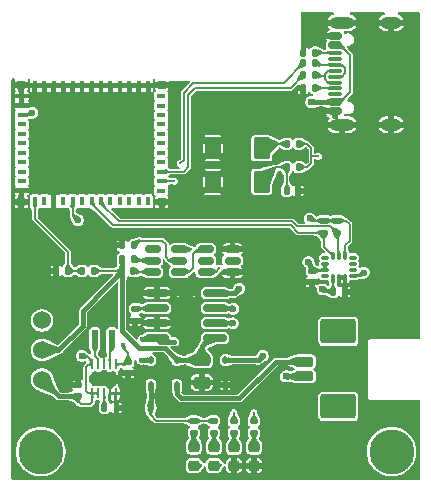
<source format=gbr>
%TF.GenerationSoftware,KiCad,Pcbnew,9.0.0*%
%TF.CreationDate,2025-03-07T19:36:38+09:00*%
%TF.ProjectId,hotdoggu_smolSlimeVR,686f7464-6f67-4677-955f-736d6f6c536c,rev?*%
%TF.SameCoordinates,Original*%
%TF.FileFunction,Copper,L1,Top*%
%TF.FilePolarity,Positive*%
%FSLAX46Y46*%
G04 Gerber Fmt 4.6, Leading zero omitted, Abs format (unit mm)*
G04 Created by KiCad (PCBNEW 9.0.0) date 2025-03-07 19:36:38*
%MOMM*%
%LPD*%
G01*
G04 APERTURE LIST*
G04 Aperture macros list*
%AMRoundRect*
0 Rectangle with rounded corners*
0 $1 Rounding radius*
0 $2 $3 $4 $5 $6 $7 $8 $9 X,Y pos of 4 corners*
0 Add a 4 corners polygon primitive as box body*
4,1,4,$2,$3,$4,$5,$6,$7,$8,$9,$2,$3,0*
0 Add four circle primitives for the rounded corners*
1,1,$1+$1,$2,$3*
1,1,$1+$1,$4,$5*
1,1,$1+$1,$6,$7*
1,1,$1+$1,$8,$9*
0 Add four rect primitives between the rounded corners*
20,1,$1+$1,$2,$3,$4,$5,0*
20,1,$1+$1,$4,$5,$6,$7,0*
20,1,$1+$1,$6,$7,$8,$9,0*
20,1,$1+$1,$8,$9,$2,$3,0*%
%AMFreePoly0*
4,1,6,0.725000,-0.725000,-0.725000,-0.725000,-0.725000,0.125000,-0.125000,0.725000,0.725000,0.725000,0.725000,-0.725000,0.725000,-0.725000,$1*%
G04 Aperture macros list end*
%TA.AperFunction,SMDPad,CuDef*%
%ADD10RoundRect,0.067500X-0.607500X-0.832500X0.607500X-0.832500X0.607500X0.832500X-0.607500X0.832500X0*%
%TD*%
%TA.AperFunction,SMDPad,CuDef*%
%ADD11RoundRect,0.135000X-0.135000X-0.185000X0.135000X-0.185000X0.135000X0.185000X-0.135000X0.185000X0*%
%TD*%
%TA.AperFunction,SMDPad,CuDef*%
%ADD12RoundRect,0.140000X0.140000X0.170000X-0.140000X0.170000X-0.140000X-0.170000X0.140000X-0.170000X0*%
%TD*%
%TA.AperFunction,SMDPad,CuDef*%
%ADD13RoundRect,0.112500X0.112500X-0.187500X0.112500X0.187500X-0.112500X0.187500X-0.112500X-0.187500X0*%
%TD*%
%TA.AperFunction,SMDPad,CuDef*%
%ADD14RoundRect,0.250001X1.249999X-0.799999X1.249999X0.799999X-1.249999X0.799999X-1.249999X-0.799999X0*%
%TD*%
%TA.AperFunction,SMDPad,CuDef*%
%ADD15RoundRect,0.200000X0.600000X-0.200000X0.600000X0.200000X-0.600000X0.200000X-0.600000X-0.200000X0*%
%TD*%
%TA.AperFunction,SMDPad,CuDef*%
%ADD16RoundRect,0.140000X0.170000X-0.140000X0.170000X0.140000X-0.170000X0.140000X-0.170000X-0.140000X0*%
%TD*%
%TA.AperFunction,HeatsinkPad*%
%ADD17O,1.800000X1.000000*%
%TD*%
%TA.AperFunction,HeatsinkPad*%
%ADD18O,2.100000X1.000000*%
%TD*%
%TA.AperFunction,SMDPad,CuDef*%
%ADD19RoundRect,0.150000X0.425000X-0.150000X0.425000X0.150000X-0.425000X0.150000X-0.425000X-0.150000X0*%
%TD*%
%TA.AperFunction,SMDPad,CuDef*%
%ADD20RoundRect,0.075000X0.500000X-0.075000X0.500000X0.075000X-0.500000X0.075000X-0.500000X-0.075000X0*%
%TD*%
%TA.AperFunction,SMDPad,CuDef*%
%ADD21RoundRect,0.150000X0.512500X0.150000X-0.512500X0.150000X-0.512500X-0.150000X0.512500X-0.150000X0*%
%TD*%
%TA.AperFunction,SMDPad,CuDef*%
%ADD22RoundRect,0.218750X0.256250X-0.218750X0.256250X0.218750X-0.256250X0.218750X-0.256250X-0.218750X0*%
%TD*%
%TA.AperFunction,ConnectorPad*%
%ADD23C,3.800000*%
%TD*%
%TA.AperFunction,ComponentPad*%
%ADD24C,2.600000*%
%TD*%
%TA.AperFunction,SMDPad,CuDef*%
%ADD25RoundRect,0.137500X0.137500X0.662500X-0.137500X0.662500X-0.137500X-0.662500X0.137500X-0.662500X0*%
%TD*%
%TA.AperFunction,SMDPad,CuDef*%
%ADD26RoundRect,0.135000X0.185000X-0.135000X0.185000X0.135000X-0.185000X0.135000X-0.185000X-0.135000X0*%
%TD*%
%TA.AperFunction,ComponentPad*%
%ADD27C,1.524000*%
%TD*%
%TA.AperFunction,SMDPad,CuDef*%
%ADD28RoundRect,0.135000X0.135000X0.185000X-0.135000X0.185000X-0.135000X-0.185000X0.135000X-0.185000X0*%
%TD*%
%TA.AperFunction,HeatsinkPad*%
%ADD29C,0.500000*%
%TD*%
%TA.AperFunction,HeatsinkPad*%
%ADD30R,2.000000X1.200000*%
%TD*%
%TA.AperFunction,SMDPad,CuDef*%
%ADD31RoundRect,0.062500X0.062500X-0.350000X0.062500X0.350000X-0.062500X0.350000X-0.062500X-0.350000X0*%
%TD*%
%TA.AperFunction,SMDPad,CuDef*%
%ADD32RoundRect,0.112500X-0.112500X0.187500X-0.112500X-0.187500X0.112500X-0.187500X0.112500X0.187500X0*%
%TD*%
%TA.AperFunction,SMDPad,CuDef*%
%ADD33RoundRect,0.250000X0.475000X-0.250000X0.475000X0.250000X-0.475000X0.250000X-0.475000X-0.250000X0*%
%TD*%
%TA.AperFunction,SMDPad,CuDef*%
%ADD34RoundRect,0.087500X-0.087500X-0.225000X0.087500X-0.225000X0.087500X0.225000X-0.087500X0.225000X0*%
%TD*%
%TA.AperFunction,SMDPad,CuDef*%
%ADD35RoundRect,0.087500X-0.225000X-0.087500X0.225000X-0.087500X0.225000X0.087500X-0.225000X0.087500X0*%
%TD*%
%TA.AperFunction,SMDPad,CuDef*%
%ADD36RoundRect,0.140000X-0.170000X0.140000X-0.170000X-0.140000X0.170000X-0.140000X0.170000X0.140000X0*%
%TD*%
%TA.AperFunction,HeatsinkPad*%
%ADD37R,2.410000X3.300000*%
%TD*%
%TA.AperFunction,SMDPad,CuDef*%
%ADD38RoundRect,0.150000X-0.825000X-0.150000X0.825000X-0.150000X0.825000X0.150000X-0.825000X0.150000X0*%
%TD*%
%TA.AperFunction,SMDPad,CuDef*%
%ADD39R,0.700000X0.700000*%
%TD*%
%TA.AperFunction,SMDPad,CuDef*%
%ADD40R,1.450000X1.450000*%
%TD*%
%TA.AperFunction,SMDPad,CuDef*%
%ADD41FreePoly0,0.000000*%
%TD*%
%TA.AperFunction,SMDPad,CuDef*%
%ADD42R,0.400000X0.800000*%
%TD*%
%TA.AperFunction,SMDPad,CuDef*%
%ADD43R,0.800000X0.400000*%
%TD*%
%TA.AperFunction,ViaPad*%
%ADD44C,0.200000*%
%TD*%
%TA.AperFunction,ViaPad*%
%ADD45C,0.400000*%
%TD*%
%TA.AperFunction,ViaPad*%
%ADD46C,0.600000*%
%TD*%
%TA.AperFunction,Conductor*%
%ADD47C,0.200000*%
%TD*%
%TA.AperFunction,Conductor*%
%ADD48C,0.400000*%
%TD*%
G04 APERTURE END LIST*
D10*
%TO.P,SW3,1,1*%
%TO.N,GND*%
X165370000Y-79435000D03*
%TO.P,SW3,2,2*%
%TO.N,/~{RESET}*%
X169515000Y-79435000D03*
%TD*%
%TO.P,SW2,1,1*%
%TO.N,GND*%
X165370000Y-76635000D03*
%TO.P,SW2,2,2*%
%TO.N,/~{BOOT}*%
X169515000Y-76635000D03*
%TD*%
D11*
%TO.P,R18,1*%
%TO.N,/~{RESET}*%
X171630000Y-78220000D03*
%TO.P,R18,2*%
%TO.N,+3V3*%
X172650000Y-78220000D03*
%TD*%
%TO.P,R17,1*%
%TO.N,/~{BOOT}*%
X171630000Y-76230000D03*
%TO.P,R17,2*%
%TO.N,+3V3*%
X172650000Y-76230000D03*
%TD*%
D12*
%TO.P,C7,1*%
%TO.N,GND*%
X172600000Y-80200000D03*
%TO.P,C7,2*%
%TO.N,/~{RESET}*%
X171640000Y-80200000D03*
%TD*%
D13*
%TO.P,D6,1,K*%
%TO.N,/VUSB*%
X160125000Y-96650000D03*
%TO.P,D6,2,A*%
%TO.N,Net-(D6-A)*%
X160125000Y-94550000D03*
%TD*%
D14*
%TO.P,J2,MP*%
%TO.N,N/C*%
X176000000Y-92125000D03*
X176000000Y-98475000D03*
D15*
%TO.P,J2,2,Pin_2*%
%TO.N,Net-(D4-A)*%
X173100000Y-94675000D03*
%TO.P,J2,1,Pin_1*%
%TO.N,Net-(D5-K)*%
X173100000Y-95925000D03*
%TD*%
D16*
%TO.P,C1,2*%
%TO.N,GND*%
X153955000Y-96667500D03*
%TO.P,C1,1*%
%TO.N,Net-(D6-A)*%
X153955000Y-97627500D03*
%TD*%
D17*
%TO.P,J1,S1,SHIELD*%
%TO.N,GND*%
X180475000Y-65980000D03*
D18*
X176295000Y-65980000D03*
D17*
X180475000Y-74620000D03*
D18*
X176295000Y-74620000D03*
D19*
%TO.P,J1,B12,GND*%
X175720000Y-73500000D03*
%TO.P,J1,B9,VBUS*%
%TO.N,/VUSB*%
X175720000Y-72700000D03*
D20*
%TO.P,J1,B8,SBU2*%
%TO.N,unconnected-(J1-SBU2-PadB8)*%
X175720000Y-72050000D03*
%TO.P,J1,B7,D-*%
%TO.N,Net-(J1-D--PadA7)*%
X175720000Y-71050000D03*
%TO.P,J1,B6,D+*%
%TO.N,Net-(J1-D+-PadA6)*%
X175720000Y-69550000D03*
%TO.P,J1,B5,CC2*%
%TO.N,Net-(J1-CC2)*%
X175720000Y-68550000D03*
D19*
%TO.P,J1,B4,VBUS*%
%TO.N,/VUSB*%
X175720000Y-67900000D03*
%TO.P,J1,B1,GND*%
%TO.N,GND*%
X175720000Y-67100000D03*
%TO.P,J1,A12,GND*%
X175720000Y-67100000D03*
%TO.P,J1,A9,VBUS*%
%TO.N,/VUSB*%
X175720000Y-67900000D03*
D20*
%TO.P,J1,A8,SBU1*%
%TO.N,unconnected-(J1-SBU1-PadA8)*%
X175720000Y-69050000D03*
%TO.P,J1,A7,D-*%
%TO.N,Net-(J1-D--PadA7)*%
X175720000Y-70050000D03*
%TO.P,J1,A6,D+*%
%TO.N,Net-(J1-D+-PadA6)*%
X175720000Y-70550000D03*
%TO.P,J1,A5,CC1*%
%TO.N,Net-(J1-CC1)*%
X175720000Y-71550000D03*
D19*
%TO.P,J1,A4,VBUS*%
%TO.N,/VUSB*%
X175720000Y-72700000D03*
%TO.P,J1,A1,GND*%
%TO.N,GND*%
X175720000Y-73500000D03*
%TD*%
D21*
%TO.P,U4,6,GND*%
%TO.N,Net-(U4-GND)*%
X160262500Y-87075000D03*
%TO.P,U4,5,VCC*%
%TO.N,Net-(U4-VCC)*%
X160262500Y-86125000D03*
%TO.P,U4,4,TD*%
%TO.N,unconnected-(U4-TD-Pad4)*%
X160262500Y-85175000D03*
%TO.P,U4,3,OC*%
%TO.N,Net-(U4-OC)*%
X162537500Y-85175000D03*
%TO.P,U4,2,CS*%
%TO.N,Net-(U4-CS)*%
X162537500Y-86125000D03*
%TO.P,U4,1,OD*%
%TO.N,Net-(U4-OD)*%
X162537500Y-87075000D03*
%TD*%
D22*
%TO.P,LED3,2,A*%
%TO.N,Net-(LED3-A)*%
X163750000Y-101912500D03*
%TO.P,LED3,1,K*%
%TO.N,Net-(LED3-K)*%
X163750000Y-103487500D03*
%TD*%
D23*
%TO.P,H1,1*%
%TO.N,N/C*%
X150800000Y-102300000D03*
D24*
X150800000Y-102300000D03*
%TD*%
D25*
%TO.P,L1,2*%
%TO.N,Net-(U2-LX1)*%
X155380000Y-92785000D03*
%TO.P,L1,1*%
%TO.N,Net-(U2-LX2)*%
X156830000Y-92785000D03*
%TD*%
D26*
%TO.P,R11,2*%
%TO.N,+3V3*%
X167150000Y-99702500D03*
%TO.P,R11,1*%
%TO.N,Net-(LED1-A)*%
X167150000Y-100722500D03*
%TD*%
D12*
%TO.P,C3,2*%
%TO.N,/BAT+*%
X157690000Y-87035000D03*
%TO.P,C3,1*%
%TO.N,Net-(U4-GND)*%
X158650000Y-87035000D03*
%TD*%
D16*
%TO.P,C6,2*%
%TO.N,+3V3*%
X173750000Y-86970000D03*
%TO.P,C6,1*%
%TO.N,GND*%
X173750000Y-87930000D03*
%TD*%
D22*
%TO.P,LED4,2,A*%
%TO.N,Net-(LED4-A)*%
X168850000Y-101912500D03*
%TO.P,LED4,1,K*%
%TO.N,GND*%
X168850000Y-103487500D03*
%TD*%
D27*
%TO.P,SW1,3,C*%
%TO.N,Net-(D6-A)*%
X150900000Y-96200000D03*
%TO.P,SW1,2,B*%
%TO.N,/BAT+*%
X150900000Y-93700000D03*
%TO.P,SW1,1,A*%
%TO.N,unconnected-(SW1-A-Pad1)*%
X150900000Y-91200000D03*
%TD*%
D28*
%TO.P,R10,2*%
%TO.N,/USB_D+*%
X173035000Y-69420000D03*
%TO.P,R10,1*%
%TO.N,Net-(J1-D+-PadA6)*%
X174055000Y-69420000D03*
%TD*%
%TO.P,R3,2*%
%TO.N,GND*%
X173035000Y-68520000D03*
%TO.P,R3,1*%
%TO.N,Net-(J1-CC2)*%
X174055000Y-68520000D03*
%TD*%
D26*
%TO.P,R12,2*%
%TO.N,Net-(U1-GPIO10)*%
X168850000Y-99700000D03*
%TO.P,R12,1*%
%TO.N,Net-(LED4-A)*%
X168850000Y-100720000D03*
%TD*%
%TO.P,R4,2*%
%TO.N,/VUSB*%
X165450000Y-99690000D03*
%TO.P,R4,1*%
%TO.N,Net-(LED2-A)*%
X165450000Y-100710000D03*
%TD*%
D29*
%TO.P,U2,11,GND*%
%TO.N,GND*%
X156905000Y-95785000D03*
X156155000Y-95785000D03*
X155405000Y-95785000D03*
D30*
X156155000Y-96135000D03*
D29*
X156905000Y-96485000D03*
X156155000Y-96485000D03*
X155405000Y-96485000D03*
D31*
%TO.P,U2,10,VIN*%
%TO.N,Net-(D6-A)*%
X155155000Y-94922500D03*
%TO.P,U2,9,LX1*%
%TO.N,Net-(U2-LX1)*%
X155655000Y-94922500D03*
%TO.P,U2,8,GND*%
%TO.N,GND*%
X156155000Y-94922500D03*
%TO.P,U2,7,LX2*%
%TO.N,Net-(U2-LX2)*%
X156655000Y-94922500D03*
%TO.P,U2,6,VOUT*%
%TO.N,+3V3*%
X157155000Y-94922500D03*
%TO.P,U2,5,CFG3*%
%TO.N,GND*%
X157155000Y-97347500D03*
%TO.P,U2,4,CFG2*%
X156655000Y-97347500D03*
%TO.P,U2,3,CFG1*%
%TO.N,Net-(U2-CFG1)*%
X156155000Y-97347500D03*
%TO.P,U2,2,SEL*%
%TO.N,Net-(D6-A)*%
X155655000Y-97347500D03*
%TO.P,U2,1,EN*%
X155155000Y-97347500D03*
%TD*%
D28*
%TO.P,R2,2*%
%TO.N,GND*%
X173035000Y-71520000D03*
%TO.P,R2,1*%
%TO.N,Net-(J1-CC1)*%
X174055000Y-71520000D03*
%TD*%
%TO.P,R9,2*%
%TO.N,/USB_D-*%
X173035000Y-70420000D03*
%TO.P,R9,1*%
%TO.N,Net-(J1-D--PadA7)*%
X174055000Y-70420000D03*
%TD*%
D32*
%TO.P,D5,2,A*%
%TO.N,GND*%
X166425000Y-96650000D03*
%TO.P,D5,1,K*%
%TO.N,Net-(D5-K)*%
X166425000Y-94550000D03*
%TD*%
D11*
%TO.P,R1,2*%
%TO.N,GND*%
X157215000Y-98585000D03*
%TO.P,R1,1*%
%TO.N,Net-(U2-CFG1)*%
X156195000Y-98585000D03*
%TD*%
D33*
%TO.P,C4,2*%
%TO.N,/BAT+*%
X164425000Y-94550000D03*
%TO.P,C4,1*%
%TO.N,GND*%
X164425000Y-96450000D03*
%TD*%
D32*
%TO.P,D4,2,A*%
%TO.N,Net-(D4-A)*%
X162325000Y-96650000D03*
%TO.P,D4,1,K*%
%TO.N,/BAT+*%
X162325000Y-94550000D03*
%TD*%
D26*
%TO.P,R5,2*%
%TO.N,/VUSB*%
X163750000Y-99690000D03*
%TO.P,R5,1*%
%TO.N,Net-(LED3-A)*%
X163750000Y-100710000D03*
%TD*%
D34*
%TO.P,U6,14,SDA*%
%TO.N,/SDA*%
X175550000Y-85737500D03*
%TO.P,U6,13,SCL*%
%TO.N,/SCL*%
X176050000Y-85737500D03*
%TO.P,U6,12,CS*%
%TO.N,+3V3*%
X176550000Y-85737500D03*
D35*
%TO.P,U6,11,SDO_Aux*%
%TO.N,unconnected-(U6-SDO_Aux-Pad11)*%
X177212500Y-85900000D03*
%TO.P,U6,10,OCS_Aux*%
%TO.N,unconnected-(U6-OCS_Aux-Pad10)*%
X177212500Y-86400000D03*
%TO.P,U6,9,INT2*%
%TO.N,unconnected-(U6-INT2-Pad9)*%
X177212500Y-86900000D03*
%TO.P,U6,8,VDD*%
%TO.N,+3V3*%
X177212500Y-87400000D03*
D34*
%TO.P,U6,7,GND*%
%TO.N,GND*%
X176550000Y-87562500D03*
%TO.P,U6,6,GND*%
X176050000Y-87562500D03*
%TO.P,U6,5,VDDIO*%
%TO.N,+3V3*%
X175550000Y-87562500D03*
D35*
%TO.P,U6,4,INT1*%
%TO.N,unconnected-(U6-INT1-Pad4)*%
X174887500Y-87400000D03*
%TO.P,U6,3,SCX*%
%TO.N,+3V3*%
X174887500Y-86900000D03*
%TO.P,U6,2,SDX*%
X174887500Y-86400000D03*
%TO.P,U6,1,SDO/SA0*%
%TO.N,unconnected-(U6-SDO{slash}SA0-Pad1)*%
X174887500Y-85900000D03*
%TD*%
D26*
%TO.P,R13,2*%
%TO.N,+3V3*%
X174750000Y-82740000D03*
%TO.P,R13,1*%
%TO.N,/SDA*%
X174750000Y-83760000D03*
%TD*%
%TO.P,R14,2*%
%TO.N,+3V3*%
X175850000Y-82740000D03*
%TO.P,R14,1*%
%TO.N,/SCL*%
X175850000Y-83760000D03*
%TD*%
D36*
%TO.P,C2,2*%
%TO.N,GND*%
X158205000Y-95665000D03*
%TO.P,C2,1*%
%TO.N,+3V3*%
X158205000Y-94705000D03*
%TD*%
D28*
%TO.P,R7,2*%
%TO.N,/BAT+*%
X157690000Y-86025000D03*
%TO.P,R7,1*%
%TO.N,Net-(U4-VCC)*%
X158710000Y-86025000D03*
%TD*%
D11*
%TO.P,R15,2*%
%TO.N,/BAT+*%
X155310000Y-87000000D03*
%TO.P,R15,1*%
%TO.N,/BATT_SENSE*%
X154290000Y-87000000D03*
%TD*%
D29*
%TO.P,U3,9,EPAD*%
%TO.N,GND*%
X163800000Y-92000000D03*
X163800000Y-90800000D03*
X163800000Y-89600000D03*
D37*
X163100000Y-90800000D03*
D29*
X162400000Y-92000000D03*
X162400000Y-90800000D03*
X162400000Y-89600000D03*
D38*
%TO.P,U3,8,CE*%
%TO.N,/VUSB*%
X165575000Y-88895000D03*
%TO.P,U3,7,~{CHRG}*%
%TO.N,Net-(LED2-K)*%
X165575000Y-90165000D03*
%TO.P,U3,6,~{STDBY}*%
%TO.N,Net-(LED3-K)*%
X165575000Y-91435000D03*
%TO.P,U3,5,BAT*%
%TO.N,/BAT+*%
X165575000Y-92705000D03*
%TO.P,U3,4,V_{CC}*%
%TO.N,/VUSB*%
X160625000Y-92705000D03*
%TO.P,U3,3,GND*%
%TO.N,GND*%
X160625000Y-91435000D03*
%TO.P,U3,2,PROG*%
%TO.N,Net-(U3-PROG)*%
X160625000Y-90165000D03*
%TO.P,U3,1,TEMP*%
%TO.N,GND*%
X160625000Y-88895000D03*
%TD*%
D11*
%TO.P,R8,2*%
%TO.N,Net-(U4-CS)*%
X158710000Y-84825000D03*
%TO.P,R8,1*%
%TO.N,GND*%
X157690000Y-84825000D03*
%TD*%
D39*
%TO.P,U1,53,GND*%
%TO.N,GND*%
X149150000Y-71250000D03*
%TO.P,U1,52,GND*%
X149150000Y-81150000D03*
%TO.P,U1,51,GND*%
X161050000Y-81150000D03*
%TO.P,U1,50,GND*%
X161050000Y-71250000D03*
D40*
%TO.P,U1,49,GND*%
X157075000Y-78175000D03*
X157075000Y-76200000D03*
X157075000Y-74225000D03*
X155100000Y-78175000D03*
X155100000Y-76200000D03*
X155100000Y-74225000D03*
X153125000Y-78175000D03*
X153125000Y-76200000D03*
D41*
X153125000Y-74225000D03*
D42*
%TO.P,U1,48,GND*%
X150300000Y-71300000D03*
%TO.P,U1,47,GND*%
X151100000Y-71300000D03*
%TO.P,U1,46,GND*%
X151900000Y-71300000D03*
%TO.P,U1,45,GND*%
X152700000Y-71300000D03*
%TO.P,U1,44,GND*%
X153500000Y-71300000D03*
%TO.P,U1,43,GND*%
X154300000Y-71300000D03*
%TO.P,U1,42,GND*%
X155100000Y-71300000D03*
%TO.P,U1,41,GND*%
X155900000Y-71300000D03*
%TO.P,U1,40,GND*%
X156700000Y-71300000D03*
%TO.P,U1,39,GND*%
X157500000Y-71300000D03*
%TO.P,U1,38,GND*%
X158300000Y-71300000D03*
%TO.P,U1,37,GND*%
X159100000Y-71300000D03*
%TO.P,U1,36,GND*%
X159900000Y-71300000D03*
D43*
%TO.P,U1,35,NC*%
%TO.N,unconnected-(U1-NC-Pad35)*%
X161000000Y-72200000D03*
%TO.P,U1,34,NC*%
%TO.N,unconnected-(U1-NC-Pad34)*%
X161000000Y-73000000D03*
%TO.P,U1,33,NC*%
%TO.N,unconnected-(U1-NC-Pad33)*%
X161000000Y-73800000D03*
%TO.P,U1,32,NC*%
%TO.N,unconnected-(U1-NC-Pad32)*%
X161000000Y-74600000D03*
%TO.P,U1,31,GPIO21/U0TXD*%
%TO.N,unconnected-(U1-GPIO21{slash}U0TXD-Pad31)*%
X161000000Y-75400000D03*
%TO.P,U1,30,GPIO20/U0RXD*%
%TO.N,unconnected-(U1-GPIO20{slash}U0RXD-Pad30)*%
X161000000Y-76200000D03*
%TO.P,U1,29,NC*%
%TO.N,unconnected-(U1-NC-Pad29)*%
X161000000Y-77000000D03*
%TO.P,U1,28,NC*%
%TO.N,unconnected-(U1-NC-Pad28)*%
X161000000Y-77800000D03*
%TO.P,U1,27,GPIO19/USB_D+*%
%TO.N,/USB_D-*%
X161000000Y-78600000D03*
%TO.P,U1,26,GPIO18/USB_D-*%
%TO.N,/USB_D+*%
X161000000Y-79400000D03*
%TO.P,U1,25,NC*%
%TO.N,unconnected-(U1-NC-Pad25)*%
X161000000Y-80200000D03*
D42*
%TO.P,U1,24,NC*%
%TO.N,unconnected-(U1-NC-Pad24)*%
X159900000Y-81100000D03*
%TO.P,U1,23,GPIO9*%
%TO.N,/~{BOOT}*%
X159100000Y-81100000D03*
%TO.P,U1,22,GPIO8*%
%TO.N,unconnected-(U1-GPIO8-Pad22)*%
X158300000Y-81100000D03*
%TO.P,U1,21,GPIO7*%
%TO.N,unconnected-(U1-GPIO7-Pad21)*%
X157500000Y-81100000D03*
%TO.P,U1,20,GPIO6*%
%TO.N,unconnected-(U1-GPIO6-Pad20)*%
X156700000Y-81100000D03*
%TO.P,U1,19,GPIO5/ADC2_CH0*%
%TO.N,/SCL*%
X155900000Y-81100000D03*
%TO.P,U1,18,GPIO4/ADC1_CH4*%
%TO.N,/SDA*%
X155100000Y-81100000D03*
%TO.P,U1,17,NC*%
%TO.N,unconnected-(U1-NC-Pad17)*%
X154300000Y-81100000D03*
%TO.P,U1,16,GPIO10*%
%TO.N,Net-(U1-GPIO10)*%
X153500000Y-81100000D03*
%TO.P,U1,15,NC*%
%TO.N,unconnected-(U1-NC-Pad15)*%
X152700000Y-81100000D03*
%TO.P,U1,14,GND*%
%TO.N,GND*%
X151900000Y-81100000D03*
%TO.P,U1,13,GPIO1/ADC1_CH1/XTAL_32K_N*%
%TO.N,unconnected-(U1-GPIO1{slash}ADC1_CH1{slash}XTAL_32K_N-Pad13)*%
X151100000Y-81100000D03*
%TO.P,U1,12,GPIO0/ADC1_CH0/XTAL_32K_P*%
%TO.N,/BATT_SENSE*%
X150300000Y-81100000D03*
D43*
%TO.P,U1,11,GND*%
%TO.N,GND*%
X149200000Y-80200000D03*
%TO.P,U1,10,NC*%
%TO.N,unconnected-(U1-NC-Pad10)*%
X149200000Y-79400000D03*
%TO.P,U1,9,NC*%
%TO.N,unconnected-(U1-NC-Pad9)*%
X149200000Y-78600000D03*
%TO.P,U1,8,EN/CHIP_PU*%
%TO.N,/~{RESET}*%
X149200000Y-77800000D03*
%TO.P,U1,7,NC*%
%TO.N,unconnected-(U1-NC-Pad7)*%
X149200000Y-77000000D03*
%TO.P,U1,6,GPIO3/ADC1_CH3*%
%TO.N,unconnected-(U1-GPIO3{slash}ADC1_CH3-Pad6)*%
X149200000Y-76200000D03*
%TO.P,U1,5,GPIO2/ADC1_CH2*%
%TO.N,unconnected-(U1-GPIO2{slash}ADC1_CH2-Pad5)*%
X149200000Y-75400000D03*
%TO.P,U1,4,NC*%
%TO.N,unconnected-(U1-NC-Pad4)*%
X149200000Y-74600000D03*
%TO.P,U1,3,3V3*%
%TO.N,+3V3*%
X149200000Y-73800000D03*
%TO.P,U1,2,GND*%
%TO.N,GND*%
X149200000Y-73000000D03*
%TO.P,U1,1,GND*%
X149200000Y-72200000D03*
%TD*%
D22*
%TO.P,LED1,2,A*%
%TO.N,Net-(LED1-A)*%
X167150000Y-101925000D03*
%TO.P,LED1,1,K*%
%TO.N,GND*%
X167150000Y-103500000D03*
%TD*%
D12*
%TO.P,C5,2*%
%TO.N,+3V3*%
X175570000Y-88750000D03*
%TO.P,C5,1*%
%TO.N,GND*%
X176530000Y-88750000D03*
%TD*%
D26*
%TO.P,R6,2*%
%TO.N,Net-(U3-PROG)*%
X158800000Y-90190000D03*
%TO.P,R6,1*%
%TO.N,GND*%
X158800000Y-91210000D03*
%TD*%
D11*
%TO.P,R16,2*%
%TO.N,/BATT_SENSE*%
X153110000Y-87000000D03*
%TO.P,R16,1*%
%TO.N,GND*%
X152090000Y-87000000D03*
%TD*%
D21*
%TO.P,U5,6,G1*%
%TO.N,Net-(U4-OC)*%
X164762500Y-87075000D03*
%TO.P,U5,5,D12*%
%TO.N,unconnected-(U5-D12-Pad5)*%
X164762500Y-86125000D03*
%TO.P,U5,4,G2*%
%TO.N,Net-(U4-OD)*%
X164762500Y-85175000D03*
%TO.P,U5,3,S2*%
%TO.N,GND*%
X167037500Y-85175000D03*
%TO.P,U5,2,D12*%
%TO.N,unconnected-(U5-D12-Pad2)*%
X167037500Y-86125000D03*
%TO.P,U5,1,S1*%
%TO.N,GND*%
X167037500Y-87075000D03*
%TD*%
D23*
%TO.P,H3,1*%
%TO.N,N/C*%
X180500000Y-102300000D03*
D24*
X180500000Y-102300000D03*
%TD*%
D22*
%TO.P,LED2,2,A*%
%TO.N,Net-(LED2-A)*%
X165450000Y-101912500D03*
%TO.P,LED2,1,K*%
%TO.N,Net-(LED2-K)*%
X165450000Y-103487500D03*
%TD*%
D44*
%TO.N,/USB_D+*%
X162100000Y-79400000D03*
X162600000Y-77900000D03*
%TO.N,+3V3*%
X174300000Y-77300000D03*
%TO.N,Net-(U4-OC)*%
X165900000Y-86775000D03*
X163545724Y-85173622D03*
D45*
%TO.N,/VUSB*%
X162100000Y-93000000D03*
X159400000Y-92800000D03*
%TO.N,Net-(D6-A)*%
X159300000Y-94550000D03*
%TO.N,+3V3*%
X157800000Y-93300000D03*
D44*
%TO.N,Net-(LED3-K)*%
X164350000Y-103412500D03*
%TO.N,Net-(LED2-K)*%
X166031250Y-103431250D03*
%TO.N,+3V3*%
X167150000Y-99012500D03*
%TO.N,Net-(U1-GPIO10)*%
X168850000Y-99000000D03*
D46*
%TO.N,Net-(D5-K)*%
X171525000Y-95925000D03*
X169600000Y-94200000D03*
%TO.N,+3V3*%
X173450000Y-86250000D03*
%TO.N,Net-(U1-GPIO10)*%
X153950000Y-82700000D03*
%TO.N,Net-(LED3-K)*%
X167065000Y-91435000D03*
%TO.N,Net-(LED2-K)*%
X167100000Y-90200000D03*
%TO.N,/VUSB*%
X160100000Y-98600000D03*
X167600000Y-88500000D03*
X173700000Y-72700000D03*
%TO.N,+3V3*%
X174650000Y-88550000D03*
X150100000Y-73600000D03*
X173570000Y-82550000D03*
X178150000Y-87150000D03*
%TO.N,Net-(D6-A)*%
X154300000Y-94200000D03*
%TD*%
D47*
%TO.N,Net-(LED2-K)*%
X167065000Y-90165000D02*
X165575000Y-90165000D01*
X167100000Y-90200000D02*
X167065000Y-90165000D01*
D48*
%TO.N,/VUSB*%
X173700000Y-72700000D02*
X175720000Y-72700000D01*
D47*
%TO.N,Net-(U4-OC)*%
X165600000Y-87075000D02*
X164762500Y-87075000D01*
X165900000Y-86775000D02*
X165600000Y-87075000D01*
D48*
%TO.N,/VUSB*%
X167600000Y-88500000D02*
X167205000Y-88895000D01*
X167205000Y-88895000D02*
X165575000Y-88895000D01*
%TO.N,Net-(D6-A)*%
X159450000Y-94550000D02*
X159300000Y-94550000D01*
X159300000Y-94550000D02*
X160125000Y-94550000D01*
D47*
X155155000Y-94655000D02*
X155155000Y-94922500D01*
X154700000Y-94200000D02*
X155155000Y-94655000D01*
X154300000Y-94200000D02*
X154700000Y-94200000D01*
%TO.N,Net-(LED2-K)*%
X166031250Y-103431250D02*
X166050000Y-103412500D01*
%TO.N,/VUSB*%
X160100000Y-99200000D02*
X160590000Y-99690000D01*
X160100000Y-98600000D02*
X160100000Y-99200000D01*
D48*
X160100000Y-96675000D02*
X160100000Y-98600000D01*
D47*
X160590000Y-99690000D02*
X163750000Y-99690000D01*
%TO.N,+3V3*%
X157800000Y-93530000D02*
X158205000Y-93935000D01*
X157800000Y-93300000D02*
X157800000Y-93530000D01*
X158205000Y-93935000D02*
X158205000Y-94705000D01*
D48*
%TO.N,Net-(D5-K)*%
X169250000Y-94550000D02*
X169600000Y-94200000D01*
X166425000Y-94550000D02*
X169250000Y-94550000D01*
%TO.N,Net-(D4-A)*%
X162325000Y-97425000D02*
X162325000Y-96650000D01*
X162700000Y-97800000D02*
X162325000Y-97425000D01*
X170725000Y-94675000D02*
X167600000Y-97800000D01*
X173100000Y-94675000D02*
X170725000Y-94675000D01*
X167600000Y-97800000D02*
X162700000Y-97800000D01*
D47*
%TO.N,/USB_D+*%
X163701000Y-71099000D02*
X171356000Y-71099000D01*
X162900000Y-71900000D02*
X163701000Y-71099000D01*
X171356000Y-71099000D02*
X173035000Y-69420000D01*
X162600000Y-77900000D02*
X162900000Y-77600000D01*
X162900000Y-77600000D02*
X162900000Y-71900000D01*
%TO.N,/USB_D-*%
X163900000Y-71500000D02*
X171955000Y-71500000D01*
X171955000Y-71500000D02*
X173035000Y-70420000D01*
X163300000Y-72100000D02*
X163900000Y-71500000D01*
X163300000Y-78200000D02*
X163300000Y-72100000D01*
X161000000Y-78600000D02*
X162900000Y-78600000D01*
X162900000Y-78600000D02*
X163300000Y-78200000D01*
%TO.N,/USB_D+*%
X162100000Y-79400000D02*
X161000000Y-79400000D01*
%TO.N,/~{RESET}*%
X171630000Y-80190000D02*
X171640000Y-80200000D01*
X171630000Y-78220000D02*
X171630000Y-80190000D01*
X170730000Y-78220000D02*
X169515000Y-79435000D01*
X171630000Y-78220000D02*
X170730000Y-78220000D01*
%TO.N,/~{BOOT}*%
X169920000Y-76230000D02*
X169515000Y-76635000D01*
X171630000Y-76230000D02*
X169920000Y-76230000D01*
%TO.N,+3V3*%
X174200000Y-77300000D02*
X174300000Y-77300000D01*
X173700000Y-77300000D02*
X174200000Y-77300000D01*
X173700000Y-77300000D02*
X173700000Y-77900000D01*
X173700000Y-77900000D02*
X173380000Y-78220000D01*
X173700000Y-76600000D02*
X173700000Y-77300000D01*
X173330000Y-76230000D02*
X173700000Y-76600000D01*
X173380000Y-78220000D02*
X172650000Y-78220000D01*
X172650000Y-76230000D02*
X173330000Y-76230000D01*
D48*
%TO.N,/BAT+*%
X161303000Y-93528000D02*
X162325000Y-94550000D01*
X159103000Y-93528000D02*
X161303000Y-93528000D01*
X157690000Y-92115000D02*
X159103000Y-93528000D01*
X152300000Y-93700000D02*
X150900000Y-93700000D01*
X154350000Y-91650000D02*
X152300000Y-93700000D01*
X154350000Y-90400000D02*
X154350000Y-91650000D01*
X156450000Y-88300000D02*
X154350000Y-90400000D01*
X156450000Y-88275000D02*
X156450000Y-88300000D01*
X157690000Y-87035000D02*
X156450000Y-88275000D01*
%TO.N,Net-(D5-K)*%
X171525000Y-95925000D02*
X173100000Y-95925000D01*
%TO.N,Net-(D4-A)*%
X172975000Y-94550000D02*
X173100000Y-94675000D01*
D47*
%TO.N,+3V3*%
X176640000Y-82740000D02*
X175850000Y-82740000D01*
X176950000Y-84450000D02*
X176950000Y-83050000D01*
X176950000Y-83050000D02*
X176640000Y-82740000D01*
X176550000Y-84850000D02*
X176950000Y-84450000D01*
X176550000Y-85737500D02*
X176550000Y-84850000D01*
X174817500Y-86970000D02*
X174887500Y-86900000D01*
X157155000Y-94922500D02*
X157987500Y-94922500D01*
X175570000Y-88750000D02*
X174850000Y-88750000D01*
X173570000Y-82550000D02*
X173760000Y-82740000D01*
X175850000Y-82740000D02*
X174750000Y-82740000D01*
X173760000Y-82740000D02*
X174750000Y-82740000D01*
X149200000Y-73800000D02*
X149900000Y-73800000D01*
X177212500Y-87400000D02*
X177900000Y-87400000D01*
X174850000Y-88750000D02*
X174650000Y-88550000D01*
X173750000Y-86970000D02*
X174817500Y-86970000D01*
X175550000Y-88730000D02*
X175570000Y-88750000D01*
X174887500Y-86900000D02*
X174887500Y-86400000D01*
X149900000Y-73800000D02*
X150100000Y-73600000D01*
X157987500Y-94922500D02*
X158205000Y-94705000D01*
X175550000Y-87562500D02*
X175550000Y-88730000D01*
X177900000Y-87400000D02*
X178150000Y-87150000D01*
%TO.N,Net-(U2-LX2)*%
X156655000Y-94922500D02*
X156655000Y-92960000D01*
%TO.N,Net-(D6-A)*%
X153955000Y-97627500D02*
X154085000Y-97627500D01*
X155155000Y-98122500D02*
X155155000Y-97347500D01*
X154180000Y-98272500D02*
X155005000Y-98272500D01*
X154767500Y-97347500D02*
X154630000Y-97210000D01*
X155155000Y-97347500D02*
X155655000Y-97347500D01*
D48*
X152327500Y-97627500D02*
X153955000Y-97627500D01*
D47*
X155005000Y-98272500D02*
X155155000Y-98122500D01*
X154867500Y-94922500D02*
X155155000Y-94922500D01*
D48*
X150900000Y-96200000D02*
X152327500Y-97627500D01*
D47*
X153955000Y-97627500D02*
X153955000Y-98047500D01*
X154630000Y-95160000D02*
X154867500Y-94922500D01*
X153955000Y-98047500D02*
X154180000Y-98272500D01*
X154630000Y-97210000D02*
X154630000Y-95160000D01*
X155105000Y-97397500D02*
X155155000Y-97347500D01*
X155155000Y-97347500D02*
X154767500Y-97347500D01*
%TO.N,GND*%
X157055000Y-95607898D02*
X156875000Y-95607898D01*
X160615000Y-91425000D02*
X160625000Y-91435000D01*
%TO.N,Net-(U2-LX1)*%
X155380000Y-94219202D02*
X155655000Y-94494202D01*
X155380000Y-92785000D02*
X155380000Y-94219202D01*
%TO.N,Net-(U2-CFG1)*%
X156195000Y-98585000D02*
X156195000Y-97387500D01*
%TO.N,Net-(U3-PROG)*%
X158800000Y-90190000D02*
X160600000Y-90190000D01*
X160585000Y-90125000D02*
X160625000Y-90165000D01*
X160600000Y-90190000D02*
X160625000Y-90165000D01*
X160572102Y-90217898D02*
X160625000Y-90165000D01*
D48*
%TO.N,/BAT+*%
X164425000Y-93375000D02*
X165095000Y-92705000D01*
X157690000Y-92115000D02*
X157690000Y-87035000D01*
X164425000Y-94550000D02*
X164425000Y-93375000D01*
X150900000Y-93700000D02*
X150900000Y-93100000D01*
X157690000Y-86025000D02*
X157690000Y-87035000D01*
D47*
X157655000Y-87000000D02*
X157690000Y-87035000D01*
D48*
X164425000Y-94550000D02*
X162325000Y-94550000D01*
X164500000Y-94475000D02*
X164425000Y-94550000D01*
D47*
X155310000Y-87000000D02*
X157655000Y-87000000D01*
D48*
X165095000Y-92705000D02*
X165575000Y-92705000D01*
D47*
%TO.N,/VUSB*%
X176997000Y-68718176D02*
X176997000Y-71881824D01*
X176997000Y-71881824D02*
X176178824Y-72700000D01*
D48*
X160530000Y-92800000D02*
X160625000Y-92705000D01*
D47*
X176178824Y-67900000D02*
X176997000Y-68718176D01*
X163750000Y-99690000D02*
X165450000Y-99690000D01*
X176178824Y-72700000D02*
X175720000Y-72700000D01*
D48*
X160920000Y-93000000D02*
X162100000Y-93000000D01*
D47*
X175720000Y-67900000D02*
X176178824Y-67900000D01*
D48*
X159400000Y-92800000D02*
X160530000Y-92800000D01*
X160625000Y-92705000D02*
X160920000Y-93000000D01*
D47*
%TO.N,Net-(U4-VCC)*%
X160262500Y-86125000D02*
X158810000Y-86125000D01*
X160212500Y-86075000D02*
X160262500Y-86125000D01*
X158810000Y-86125000D02*
X158710000Y-86025000D01*
%TO.N,Net-(U4-CS)*%
X161700000Y-86125000D02*
X162537500Y-86125000D01*
X161400000Y-84727898D02*
X161400000Y-85825000D01*
X161400000Y-85825000D02*
X161700000Y-86125000D01*
X158710000Y-84817898D02*
X159100000Y-84427898D01*
X159100000Y-84427898D02*
X161100000Y-84427898D01*
X161100000Y-84427898D02*
X161400000Y-84727898D01*
X158710000Y-84825000D02*
X158710000Y-84817898D01*
%TO.N,Net-(U4-GND)*%
X158690000Y-87075000D02*
X158650000Y-87035000D01*
X160172500Y-87165000D02*
X160262500Y-87075000D01*
X160162500Y-87175000D02*
X160262500Y-87075000D01*
X160262500Y-87075000D02*
X158690000Y-87075000D01*
%TO.N,Net-(U4-OC)*%
X163544346Y-85175000D02*
X162537500Y-85175000D01*
X163545724Y-85173622D02*
X163544346Y-85175000D01*
X162537500Y-85175000D02*
X162891968Y-85175000D01*
%TO.N,Net-(U4-OD)*%
X163352898Y-87075000D02*
X162537500Y-87075000D01*
X164131465Y-85175000D02*
X163700000Y-85606465D01*
X163700000Y-85606465D02*
X163700000Y-86727898D01*
X163700000Y-86727898D02*
X163352898Y-87075000D01*
X164762500Y-85175000D02*
X164131465Y-85175000D01*
%TO.N,/SDA*%
X171964138Y-83128000D02*
X172596138Y-83760000D01*
X155100000Y-81100000D02*
X155100000Y-81300000D01*
X156928000Y-83128000D02*
X171964138Y-83128000D01*
X174750000Y-84937500D02*
X174750000Y-83760000D01*
X172596138Y-83760000D02*
X174750000Y-83760000D01*
X175550000Y-85737500D02*
X174750000Y-84937500D01*
X155100000Y-81300000D02*
X156928000Y-83128000D01*
%TO.N,/SCL*%
X172100000Y-82800000D02*
X172538000Y-83238000D01*
X155900000Y-81100000D02*
X155900000Y-81300000D01*
X176050000Y-85737500D02*
X175953000Y-85640500D01*
X175328000Y-83238000D02*
X175850000Y-83760000D01*
X157400000Y-82800000D02*
X172100000Y-82800000D01*
X172538000Y-83238000D02*
X175328000Y-83238000D01*
X175953000Y-85640500D02*
X175953000Y-85379392D01*
X175953000Y-85379392D02*
X175950000Y-85376392D01*
X155900000Y-81300000D02*
X157400000Y-82800000D01*
X175950000Y-83860000D02*
X175850000Y-83760000D01*
X175950000Y-85376392D02*
X175950000Y-83860000D01*
%TO.N,/BATT_SENSE*%
X150300000Y-81100000D02*
X150300000Y-82600000D01*
X153110000Y-87000000D02*
X154290000Y-87000000D01*
X153110000Y-85410000D02*
X153110000Y-87000000D01*
X150300000Y-82600000D02*
X153110000Y-85410000D01*
%TO.N,Net-(J1-CC1)*%
X174055000Y-71520000D02*
X175690000Y-71520000D01*
X175690000Y-71520000D02*
X175720000Y-71550000D01*
%TO.N,Net-(J1-D--PadA7)*%
X174844000Y-70317176D02*
X175111176Y-70050000D01*
X175111176Y-71050000D02*
X174844000Y-70782824D01*
X174135000Y-70500000D02*
X174055000Y-70420000D01*
X175111176Y-70050000D02*
X175720000Y-70050000D01*
X174844000Y-70782824D02*
X174844000Y-70500000D01*
X174844000Y-70500000D02*
X174135000Y-70500000D01*
X174844000Y-70500000D02*
X174844000Y-70317176D01*
X175720000Y-71050000D02*
X175111176Y-71050000D01*
%TO.N,Net-(J1-D+-PadA6)*%
X174055000Y-69420000D02*
X174185000Y-69550000D01*
X176596000Y-70282824D02*
X176328824Y-70550000D01*
X176328824Y-70550000D02*
X175720000Y-70550000D01*
X176328824Y-69550000D02*
X176596000Y-69817176D01*
X174185000Y-69550000D02*
X175720000Y-69550000D01*
X176596000Y-69817176D02*
X176596000Y-70282824D01*
X175720000Y-69550000D02*
X176328824Y-69550000D01*
%TO.N,Net-(J1-CC2)*%
X174055000Y-68520000D02*
X175690000Y-68520000D01*
X175690000Y-68520000D02*
X175720000Y-68550000D01*
%TO.N,Net-(LED2-K)*%
X165975000Y-103487500D02*
X165450000Y-103487500D01*
X165975000Y-103487500D02*
X166031250Y-103431250D01*
%TO.N,Net-(LED2-A)*%
X165450000Y-101912500D02*
X165450000Y-100710000D01*
%TO.N,Net-(LED3-A)*%
X163750000Y-101912500D02*
X163750000Y-100710000D01*
%TO.N,Net-(LED3-K)*%
X164275000Y-103487500D02*
X164350000Y-103412500D01*
X167065000Y-91435000D02*
X165575000Y-91435000D01*
X165675000Y-91335000D02*
X165575000Y-91435000D01*
X163750000Y-103487500D02*
X164275000Y-103487500D01*
%TO.N,/USB_D+*%
X173035000Y-69420000D02*
X172955000Y-69500000D01*
%TO.N,Net-(LED1-A)*%
X167150000Y-100722500D02*
X167150000Y-101925000D01*
%TO.N,Net-(LED4-A)*%
X168850000Y-100720000D02*
X168850000Y-101912500D01*
%TO.N,Net-(U1-GPIO10)*%
X153500000Y-82250000D02*
X153950000Y-82700000D01*
X168850000Y-99700000D02*
X168850000Y-99000000D01*
X153500000Y-81100000D02*
X153500000Y-82250000D01*
%TO.N,+3V3*%
X167150000Y-99702500D02*
X167150000Y-99012500D01*
X173750000Y-86970000D02*
X173750000Y-86550000D01*
X173750000Y-86550000D02*
X173450000Y-86250000D01*
%TD*%
%TA.AperFunction,Conductor*%
%TO.N,GND*%
G36*
X179860799Y-65108963D02*
G01*
X179918979Y-65127898D01*
X179954920Y-65177415D01*
X179954891Y-65238600D01*
X179918904Y-65288083D01*
X179880071Y-65305060D01*
X179870819Y-65306900D01*
X179870816Y-65306901D01*
X179743428Y-65359666D01*
X179628779Y-65436271D01*
X179531271Y-65533779D01*
X179454666Y-65648428D01*
X179420878Y-65729999D01*
X179420879Y-65730000D01*
X179908012Y-65730000D01*
X179890795Y-65739940D01*
X179834940Y-65795795D01*
X179795444Y-65864204D01*
X179775000Y-65940504D01*
X179775000Y-66019496D01*
X179795444Y-66095796D01*
X179834940Y-66164205D01*
X179890795Y-66220060D01*
X179908012Y-66230000D01*
X179420879Y-66230000D01*
X179454666Y-66311571D01*
X179531271Y-66426220D01*
X179628779Y-66523728D01*
X179743428Y-66600333D01*
X179870816Y-66653098D01*
X180006055Y-66679999D01*
X180006057Y-66680000D01*
X180224999Y-66680000D01*
X180225000Y-66679999D01*
X180225000Y-66280000D01*
X180725000Y-66280000D01*
X180725000Y-66679999D01*
X180725001Y-66680000D01*
X180943943Y-66680000D01*
X180943944Y-66679999D01*
X181079183Y-66653098D01*
X181206571Y-66600333D01*
X181321220Y-66523728D01*
X181418728Y-66426220D01*
X181495333Y-66311571D01*
X181529121Y-66230000D01*
X181041988Y-66230000D01*
X181059205Y-66220060D01*
X181115060Y-66164205D01*
X181154556Y-66095796D01*
X181175000Y-66019496D01*
X181175000Y-65940504D01*
X181154556Y-65864204D01*
X181115060Y-65795795D01*
X181059205Y-65739940D01*
X181041988Y-65730000D01*
X181529121Y-65730000D01*
X181529121Y-65729999D01*
X181495333Y-65648428D01*
X181418728Y-65533779D01*
X181321220Y-65436271D01*
X181206571Y-65359666D01*
X181079183Y-65306901D01*
X181079172Y-65306898D01*
X181072844Y-65305639D01*
X181019462Y-65275739D01*
X180993850Y-65220172D01*
X181005792Y-65160163D01*
X181050724Y-65118634D01*
X181092207Y-65109543D01*
X182820333Y-65110358D01*
X182878514Y-65129293D01*
X182914454Y-65178810D01*
X182919285Y-65209428D01*
X182899713Y-92700570D01*
X182880764Y-92758748D01*
X182831239Y-92794676D01*
X182800713Y-92799500D01*
X178660117Y-92799500D01*
X178586428Y-92830022D01*
X178530022Y-92886428D01*
X178499500Y-92960117D01*
X178499500Y-97739882D01*
X178530022Y-97813571D01*
X178530023Y-97813572D01*
X178530024Y-97813574D01*
X178586426Y-97869976D01*
X178586427Y-97869976D01*
X178586428Y-97869977D01*
X178660117Y-97900500D01*
X178660118Y-97900500D01*
X182801329Y-97900500D01*
X182859520Y-97919407D01*
X182895484Y-97968907D01*
X182900328Y-97999224D01*
X182917986Y-104364560D01*
X182918668Y-104610225D01*
X182899922Y-104668468D01*
X182850522Y-104704569D01*
X182819668Y-104709500D01*
X148419500Y-104709500D01*
X148361309Y-104690593D01*
X148325345Y-104641093D01*
X148320500Y-104610500D01*
X148320500Y-102162324D01*
X148699500Y-102162324D01*
X148699500Y-102437675D01*
X148712307Y-102534951D01*
X148735440Y-102710666D01*
X148772640Y-102849500D01*
X148806704Y-102976631D01*
X148912074Y-103231016D01*
X148927767Y-103258197D01*
X149039695Y-103452062D01*
X149049753Y-103469482D01*
X149117119Y-103557275D01*
X149217372Y-103687928D01*
X149412072Y-103882628D01*
X149630521Y-104050249D01*
X149868979Y-104187923D01*
X149868980Y-104187923D01*
X149868983Y-104187925D01*
X150123368Y-104293295D01*
X150389334Y-104364560D01*
X150662326Y-104400500D01*
X150662327Y-104400500D01*
X150937673Y-104400500D01*
X150937674Y-104400500D01*
X151210666Y-104364560D01*
X151476632Y-104293295D01*
X151731021Y-104187923D01*
X151969479Y-104050249D01*
X152187928Y-103882628D01*
X152382628Y-103687928D01*
X152550249Y-103469479D01*
X152685192Y-103235751D01*
X163074500Y-103235751D01*
X163074500Y-103739248D01*
X163090049Y-103837419D01*
X163090050Y-103837423D01*
X163135016Y-103925673D01*
X163150342Y-103955751D01*
X163244249Y-104049658D01*
X163362580Y-104109951D01*
X163429130Y-104120491D01*
X163460751Y-104125500D01*
X163460754Y-104125500D01*
X164039249Y-104125500D01*
X164067803Y-104120976D01*
X164137420Y-104109951D01*
X164255751Y-104049658D01*
X164349658Y-103955751D01*
X164359669Y-103936102D01*
X164366291Y-103924975D01*
X164584514Y-103607683D01*
X164584941Y-103606949D01*
X164587430Y-103602258D01*
X164589765Y-103598214D01*
X164635236Y-103557275D01*
X164696087Y-103550881D01*
X164749074Y-103581476D01*
X164773958Y-103637372D01*
X164774500Y-103647717D01*
X164774500Y-103739248D01*
X164790049Y-103837419D01*
X164790050Y-103837423D01*
X164835016Y-103925673D01*
X164850342Y-103955751D01*
X164944249Y-104049658D01*
X165062580Y-104109951D01*
X165129130Y-104120491D01*
X165160751Y-104125500D01*
X165160754Y-104125500D01*
X165739249Y-104125500D01*
X165767803Y-104120976D01*
X165837420Y-104109951D01*
X165955751Y-104049658D01*
X166049658Y-103955751D01*
X166062285Y-103930966D01*
X166068293Y-103920742D01*
X166267203Y-103624507D01*
X166268026Y-103622775D01*
X166271706Y-103615766D01*
X166271707Y-103615763D01*
X166271710Y-103615761D01*
X166290265Y-103583621D01*
X166335733Y-103542683D01*
X166396583Y-103536287D01*
X166449571Y-103566880D01*
X166474458Y-103622775D01*
X166475000Y-103633123D01*
X166475000Y-103751708D01*
X166490531Y-103849762D01*
X166550751Y-103967952D01*
X166644547Y-104061748D01*
X166762735Y-104121968D01*
X166860790Y-104137499D01*
X166900000Y-104137498D01*
X166900000Y-103750001D01*
X167400000Y-103750001D01*
X167400000Y-104137498D01*
X167400001Y-104137499D01*
X167439209Y-104137499D01*
X167537262Y-104121968D01*
X167655452Y-104061748D01*
X167749248Y-103967952D01*
X167809468Y-103849764D01*
X167825000Y-103751708D01*
X167825000Y-103750001D01*
X167824999Y-103750000D01*
X167400001Y-103750000D01*
X167400000Y-103750001D01*
X166900000Y-103750001D01*
X166900000Y-103737501D01*
X168175001Y-103737501D01*
X168175001Y-103739209D01*
X168190531Y-103837262D01*
X168250751Y-103955452D01*
X168344547Y-104049248D01*
X168462735Y-104109468D01*
X168560790Y-104124999D01*
X168600000Y-104124998D01*
X168600000Y-103737501D01*
X169100000Y-103737501D01*
X169100000Y-104124998D01*
X169100001Y-104124999D01*
X169139209Y-104124999D01*
X169237262Y-104109468D01*
X169355452Y-104049248D01*
X169449248Y-103955452D01*
X169509468Y-103837264D01*
X169525000Y-103739208D01*
X169525000Y-103737501D01*
X169524999Y-103737500D01*
X169100001Y-103737500D01*
X169100000Y-103737501D01*
X168600000Y-103737501D01*
X168599999Y-103737500D01*
X168175002Y-103737500D01*
X168175001Y-103737501D01*
X166900000Y-103737501D01*
X166900000Y-102862501D01*
X167400000Y-102862501D01*
X167400000Y-103249999D01*
X167400001Y-103250000D01*
X167824998Y-103250000D01*
X167824999Y-103249999D01*
X167824999Y-103248292D01*
X167824857Y-103247396D01*
X167824857Y-103247394D01*
X167824856Y-103247390D01*
X167823019Y-103235791D01*
X168175000Y-103235791D01*
X168175000Y-103237499D01*
X168175001Y-103237500D01*
X168599999Y-103237500D01*
X168600000Y-103237499D01*
X168600000Y-102850001D01*
X169100000Y-102850001D01*
X169100000Y-103237499D01*
X169100001Y-103237500D01*
X169524998Y-103237500D01*
X169524999Y-103237499D01*
X169524999Y-103235790D01*
X169509468Y-103137737D01*
X169449248Y-103019547D01*
X169355452Y-102925751D01*
X169237264Y-102865531D01*
X169139209Y-102850000D01*
X169100001Y-102850000D01*
X169100000Y-102850001D01*
X168600000Y-102850001D01*
X168600000Y-102850000D01*
X168599999Y-102849999D01*
X168560791Y-102850000D01*
X168462737Y-102865531D01*
X168344547Y-102925751D01*
X168250751Y-103019547D01*
X168190531Y-103137735D01*
X168175000Y-103235791D01*
X167823019Y-103235791D01*
X167809468Y-103150237D01*
X167749248Y-103032047D01*
X167655452Y-102938251D01*
X167537264Y-102878031D01*
X167439209Y-102862500D01*
X167400001Y-102862500D01*
X167400000Y-102862501D01*
X166900000Y-102862501D01*
X166900000Y-102862500D01*
X166899999Y-102862499D01*
X166860791Y-102862500D01*
X166762737Y-102878031D01*
X166644547Y-102938251D01*
X166550751Y-103032047D01*
X166490531Y-103150236D01*
X166475163Y-103247257D01*
X166447385Y-103301774D01*
X166392868Y-103329550D01*
X166332436Y-103319978D01*
X166291646Y-103281270D01*
X166271710Y-103246739D01*
X166215761Y-103190790D01*
X166215758Y-103190788D01*
X166147242Y-103151230D01*
X166144509Y-103150098D01*
X166143428Y-103149175D01*
X166142014Y-103149025D01*
X166129706Y-103137456D01*
X166097982Y-103110362D01*
X166096595Y-103108028D01*
X166095610Y-103106317D01*
X166088951Y-103093589D01*
X166087211Y-103091729D01*
X166083061Y-103084520D01*
X166082911Y-103083810D01*
X166080649Y-103080071D01*
X166056179Y-103032047D01*
X166049658Y-103019249D01*
X165955751Y-102925342D01*
X165951631Y-102923243D01*
X165837423Y-102865050D01*
X165837420Y-102865049D01*
X165812876Y-102861161D01*
X165739249Y-102849500D01*
X165739246Y-102849500D01*
X165160754Y-102849500D01*
X165160751Y-102849500D01*
X165062580Y-102865049D01*
X165062576Y-102865050D01*
X164944250Y-102925341D01*
X164850341Y-103019250D01*
X164790050Y-103137576D01*
X164790049Y-103137579D01*
X164779579Y-103203681D01*
X164751800Y-103258197D01*
X164697283Y-103285973D01*
X164636852Y-103276401D01*
X164596061Y-103237691D01*
X164595951Y-103237500D01*
X164590460Y-103227989D01*
X164534511Y-103172040D01*
X164534508Y-103172038D01*
X164465992Y-103132480D01*
X164465986Y-103132477D01*
X164440655Y-103125690D01*
X164389341Y-103092366D01*
X164378070Y-103075010D01*
X164356179Y-103032047D01*
X164349658Y-103019249D01*
X164255751Y-102925342D01*
X164251631Y-102923243D01*
X164137423Y-102865050D01*
X164137420Y-102865049D01*
X164112876Y-102861161D01*
X164039249Y-102849500D01*
X164039246Y-102849500D01*
X163460754Y-102849500D01*
X163460751Y-102849500D01*
X163362580Y-102865049D01*
X163362576Y-102865050D01*
X163244250Y-102925341D01*
X163150341Y-103019250D01*
X163090050Y-103137576D01*
X163090049Y-103137580D01*
X163074500Y-103235751D01*
X152685192Y-103235751D01*
X152687923Y-103231021D01*
X152704588Y-103190790D01*
X152738869Y-103108028D01*
X152793295Y-102976632D01*
X152864560Y-102710666D01*
X152900500Y-102437674D01*
X152900500Y-102162326D01*
X152864560Y-101889334D01*
X152793295Y-101623368D01*
X152773292Y-101575076D01*
X152687925Y-101368983D01*
X152587501Y-101195044D01*
X152550249Y-101130521D01*
X152382628Y-100912072D01*
X152187928Y-100717372D01*
X151969479Y-100549751D01*
X151731021Y-100412077D01*
X151731016Y-100412074D01*
X151476631Y-100306704D01*
X151338586Y-100269716D01*
X151210666Y-100235440D01*
X151210659Y-100235439D01*
X150937675Y-100199500D01*
X150937674Y-100199500D01*
X150662326Y-100199500D01*
X150662324Y-100199500D01*
X150389340Y-100235439D01*
X150389338Y-100235439D01*
X150389334Y-100235440D01*
X150295820Y-100260497D01*
X150123368Y-100306704D01*
X149868983Y-100412074D01*
X149630517Y-100549753D01*
X149412075Y-100717369D01*
X149217369Y-100912075D01*
X149049753Y-101130517D01*
X148912074Y-101368983D01*
X148806704Y-101623368D01*
X148762376Y-101788805D01*
X148735440Y-101889334D01*
X148735439Y-101889338D01*
X148735439Y-101889340D01*
X148699500Y-102162324D01*
X148320500Y-102162324D01*
X148320500Y-91105199D01*
X149937500Y-91105199D01*
X149937500Y-91294800D01*
X149974487Y-91480748D01*
X149974489Y-91480754D01*
X150047043Y-91655914D01*
X150067409Y-91686393D01*
X150152378Y-91813558D01*
X150286442Y-91947622D01*
X150444085Y-92052956D01*
X150619249Y-92125512D01*
X150805202Y-92162500D01*
X150805203Y-92162500D01*
X150994797Y-92162500D01*
X150994798Y-92162500D01*
X151180751Y-92125512D01*
X151355915Y-92052956D01*
X151513558Y-91947622D01*
X151647622Y-91813558D01*
X151752956Y-91655915D01*
X151825512Y-91480751D01*
X151862500Y-91294798D01*
X151862500Y-91105202D01*
X151825512Y-90919249D01*
X151752956Y-90744085D01*
X151647622Y-90586442D01*
X151513558Y-90452378D01*
X151395018Y-90373172D01*
X151355914Y-90347043D01*
X151180754Y-90274489D01*
X151180748Y-90274487D01*
X150994800Y-90237500D01*
X150994798Y-90237500D01*
X150805202Y-90237500D01*
X150805199Y-90237500D01*
X150619251Y-90274487D01*
X150619245Y-90274489D01*
X150444085Y-90347043D01*
X150286442Y-90452378D01*
X150286438Y-90452381D01*
X150152381Y-90586438D01*
X150152378Y-90586442D01*
X150047043Y-90744085D01*
X149974489Y-90919245D01*
X149974487Y-90919251D01*
X149937500Y-91105199D01*
X148320500Y-91105199D01*
X148320500Y-87250001D01*
X151623389Y-87250001D01*
X151626422Y-87273040D01*
X151676349Y-87380109D01*
X151759890Y-87463650D01*
X151839998Y-87501005D01*
X151840000Y-87501005D01*
X151840000Y-87250001D01*
X151839999Y-87250000D01*
X151623391Y-87250000D01*
X151623389Y-87250001D01*
X148320500Y-87250001D01*
X148320500Y-86749999D01*
X151623389Y-86749999D01*
X151623389Y-86750000D01*
X151839999Y-86750000D01*
X151840000Y-86749999D01*
X151840000Y-86498993D01*
X151839999Y-86498993D01*
X151759890Y-86536349D01*
X151676349Y-86619890D01*
X151626423Y-86726956D01*
X151623389Y-86749999D01*
X148320500Y-86749999D01*
X148320500Y-81400001D01*
X148600000Y-81400001D01*
X148600000Y-81519700D01*
X148611603Y-81578036D01*
X148655806Y-81644189D01*
X148655810Y-81644193D01*
X148721963Y-81688396D01*
X148780299Y-81699999D01*
X148780303Y-81700000D01*
X148899999Y-81700000D01*
X148900000Y-81699999D01*
X148900000Y-81400001D01*
X149400000Y-81400001D01*
X149400000Y-81699999D01*
X149400001Y-81700000D01*
X149519697Y-81700000D01*
X149519700Y-81699999D01*
X149578036Y-81688396D01*
X149644189Y-81644193D01*
X149644193Y-81644189D01*
X149688396Y-81578036D01*
X149699999Y-81519700D01*
X149700312Y-81516528D01*
X149700896Y-81515191D01*
X149700949Y-81514928D01*
X149701006Y-81514939D01*
X149701528Y-81513745D01*
X149895894Y-81513745D01*
X149896311Y-81515089D01*
X149896810Y-81515004D01*
X149897454Y-81518776D01*
X149897587Y-81519205D01*
X149897629Y-81519800D01*
X149903575Y-81541515D01*
X149905187Y-81548344D01*
X149911131Y-81578228D01*
X149914865Y-81587240D01*
X149913939Y-81587623D01*
X149916334Y-81592868D01*
X149917070Y-81592587D01*
X149918809Y-81597133D01*
X149968191Y-81695896D01*
X150012961Y-81785435D01*
X150030060Y-81813696D01*
X150032252Y-81816737D01*
X150045726Y-81833504D01*
X150050024Y-81838852D01*
X150047608Y-81840793D01*
X150070768Y-81883038D01*
X150072500Y-81901475D01*
X150072500Y-82554747D01*
X150072500Y-82645253D01*
X150107135Y-82728868D01*
X152853505Y-85475238D01*
X152881281Y-85529753D01*
X152882500Y-85545240D01*
X152882500Y-86212576D01*
X152864022Y-86270171D01*
X152819631Y-86332232D01*
X152686881Y-86625899D01*
X152645683Y-86671136D01*
X152585763Y-86683517D01*
X152530010Y-86658314D01*
X152506944Y-86626955D01*
X152503649Y-86619889D01*
X152420109Y-86536349D01*
X152340000Y-86498993D01*
X152340000Y-87501005D01*
X152340001Y-87501005D01*
X152420109Y-87463650D01*
X152503649Y-87380110D01*
X152509997Y-87366497D01*
X152551723Y-87321747D01*
X152611784Y-87310069D01*
X152667238Y-87335925D01*
X152689446Y-87366490D01*
X152695933Y-87380401D01*
X152695934Y-87380402D01*
X152695935Y-87380404D01*
X152779596Y-87464065D01*
X152779597Y-87464065D01*
X152779598Y-87464066D01*
X152886824Y-87514067D01*
X152886825Y-87514067D01*
X152886827Y-87514068D01*
X152935684Y-87520500D01*
X152935685Y-87520500D01*
X153284314Y-87520500D01*
X153284316Y-87520500D01*
X153333173Y-87514068D01*
X153440404Y-87464065D01*
X153454917Y-87449550D01*
X153476420Y-87433248D01*
X153651503Y-87334871D01*
X153711495Y-87322851D01*
X153748494Y-87334872D01*
X153923576Y-87433248D01*
X153945082Y-87449552D01*
X153959595Y-87464064D01*
X153959598Y-87464066D01*
X154066824Y-87514067D01*
X154066825Y-87514067D01*
X154066827Y-87514068D01*
X154115684Y-87520500D01*
X154115685Y-87520500D01*
X154464314Y-87520500D01*
X154464316Y-87520500D01*
X154513173Y-87514068D01*
X154620404Y-87464065D01*
X154704065Y-87380404D01*
X154710275Y-87367085D01*
X154752003Y-87322337D01*
X154812064Y-87310662D01*
X154867517Y-87336519D01*
X154889724Y-87367084D01*
X154895935Y-87380404D01*
X154979596Y-87464065D01*
X154979597Y-87464065D01*
X154979598Y-87464066D01*
X155086824Y-87514067D01*
X155086825Y-87514067D01*
X155086827Y-87514068D01*
X155135684Y-87520500D01*
X155135685Y-87520500D01*
X155484314Y-87520500D01*
X155484316Y-87520500D01*
X155533173Y-87514068D01*
X155640404Y-87464065D01*
X155654918Y-87449549D01*
X155676419Y-87433249D01*
X155944696Y-87282509D01*
X155968175Y-87267117D01*
X155970717Y-87265190D01*
X155983504Y-87254658D01*
X155983504Y-87254657D01*
X155988568Y-87250487D01*
X155990534Y-87252874D01*
X156032899Y-87229337D01*
X156051884Y-87227500D01*
X156795336Y-87227500D01*
X156853527Y-87246407D01*
X156889491Y-87295907D01*
X156889491Y-87357093D01*
X156865340Y-87396504D01*
X156248910Y-88012935D01*
X156248909Y-88012934D01*
X156187935Y-88073909D01*
X156187933Y-88073911D01*
X156160303Y-88121769D01*
X156144571Y-88142272D01*
X154148910Y-90137935D01*
X154148909Y-90137934D01*
X154087937Y-90198907D01*
X154044817Y-90273592D01*
X154044817Y-90273593D01*
X154022500Y-90356881D01*
X154022500Y-91473336D01*
X154003593Y-91531527D01*
X153993504Y-91543340D01*
X152315647Y-93221196D01*
X152261130Y-93248973D01*
X152204674Y-93241317D01*
X151417434Y-92883454D01*
X151413804Y-92882134D01*
X151414095Y-92881333D01*
X151392203Y-92871290D01*
X151355917Y-92847045D01*
X151355918Y-92847045D01*
X151180754Y-92774489D01*
X151180748Y-92774487D01*
X150994800Y-92737500D01*
X150994798Y-92737500D01*
X150805202Y-92737500D01*
X150805199Y-92737500D01*
X150619251Y-92774487D01*
X150619245Y-92774489D01*
X150444085Y-92847043D01*
X150286442Y-92952378D01*
X150286438Y-92952381D01*
X150152381Y-93086438D01*
X150152378Y-93086442D01*
X150047043Y-93244085D01*
X149974489Y-93419245D01*
X149974487Y-93419251D01*
X149937500Y-93605199D01*
X149937500Y-93794800D01*
X149974487Y-93980748D01*
X149974489Y-93980754D01*
X150047043Y-94155914D01*
X150081995Y-94208223D01*
X150152378Y-94313558D01*
X150286442Y-94447622D01*
X150444085Y-94552956D01*
X150619249Y-94625512D01*
X150805202Y-94662500D01*
X150805203Y-94662500D01*
X150994797Y-94662500D01*
X150994798Y-94662500D01*
X151180751Y-94625512D01*
X151355915Y-94552956D01*
X151394178Y-94527388D01*
X151416640Y-94517402D01*
X151416280Y-94516405D01*
X151420838Y-94514758D01*
X151420853Y-94514755D01*
X152592178Y-93956739D01*
X152622381Y-93939048D01*
X152625622Y-93936758D01*
X152643967Y-93922158D01*
X152696892Y-93847572D01*
X152700319Y-93839299D01*
X152715640Y-93772171D01*
X152715639Y-93772170D01*
X152716585Y-93768029D01*
X152743097Y-93720056D01*
X154612065Y-91851090D01*
X154655181Y-91776410D01*
X154677500Y-91693116D01*
X154677500Y-91606884D01*
X154677500Y-90576662D01*
X154696407Y-90518471D01*
X154706490Y-90506664D01*
X156712065Y-88501090D01*
X156739697Y-88453227D01*
X156755430Y-88432724D01*
X157193497Y-87994658D01*
X157248013Y-87966881D01*
X157308445Y-87976452D01*
X157351710Y-88019717D01*
X157362500Y-88064662D01*
X157362500Y-91800490D01*
X157343593Y-91858681D01*
X157294093Y-91894645D01*
X157232907Y-91894645D01*
X157193498Y-91870495D01*
X157164359Y-91841356D01*
X157164357Y-91841355D01*
X157164356Y-91841354D01*
X157056335Y-91790983D01*
X157056333Y-91790982D01*
X157056330Y-91790981D01*
X157007103Y-91784500D01*
X157007101Y-91784500D01*
X156652900Y-91784500D01*
X156652892Y-91784501D01*
X156603670Y-91790980D01*
X156495643Y-91841354D01*
X156411354Y-91925643D01*
X156360983Y-92033664D01*
X156360981Y-92033671D01*
X156354500Y-92082898D01*
X156354500Y-92739428D01*
X156352598Y-92758739D01*
X156351753Y-92762987D01*
X156349500Y-92774314D01*
X156349500Y-93840842D01*
X156365143Y-93919484D01*
X156365145Y-93919491D01*
X156368567Y-93927749D01*
X156368571Y-93927759D01*
X156407880Y-93990318D01*
X156408593Y-93990836D01*
X156409007Y-93992112D01*
X156410383Y-93994301D01*
X156409831Y-93994647D01*
X156416167Y-94014148D01*
X156426676Y-94036284D01*
X156427500Y-94049027D01*
X156427500Y-94194753D01*
X156408593Y-94252944D01*
X156400964Y-94262206D01*
X156376546Y-94288438D01*
X156374521Y-94286553D01*
X156333368Y-94315657D01*
X156284666Y-94318216D01*
X156280000Y-94317287D01*
X156280000Y-94823500D01*
X156275155Y-94838411D01*
X156275155Y-94854093D01*
X156265938Y-94866778D01*
X156261093Y-94881691D01*
X156248407Y-94890907D01*
X156239191Y-94903593D01*
X156224278Y-94908438D01*
X156211593Y-94917655D01*
X156181000Y-94922500D01*
X156129000Y-94922500D01*
X156070809Y-94903593D01*
X156034845Y-94854093D01*
X156030000Y-94823500D01*
X156030000Y-94317288D01*
X156029999Y-94317287D01*
X155990078Y-94325229D01*
X155960448Y-94345027D01*
X155936603Y-94351751D01*
X155913771Y-94361360D01*
X155907900Y-94359845D01*
X155901559Y-94361634D01*
X155854197Y-94347411D01*
X155852287Y-94346255D01*
X155820117Y-94324760D01*
X155815119Y-94323765D01*
X155803052Y-94316464D01*
X155798624Y-94311339D01*
X155784299Y-94301767D01*
X155636496Y-94153964D01*
X155608719Y-94099447D01*
X155607500Y-94083960D01*
X155607500Y-94057223D01*
X155626225Y-93999284D01*
X155670019Y-93938610D01*
X155829419Y-93589953D01*
X155832693Y-93576162D01*
X155839293Y-93557186D01*
X155845343Y-93544213D01*
X155849019Y-93536330D01*
X155855500Y-93487103D01*
X155855499Y-92082898D01*
X155849019Y-92033670D01*
X155808894Y-91947622D01*
X155798645Y-91925643D01*
X155798644Y-91925642D01*
X155798644Y-91925641D01*
X155714359Y-91841356D01*
X155714357Y-91841355D01*
X155714356Y-91841354D01*
X155606335Y-91790983D01*
X155606333Y-91790982D01*
X155606330Y-91790981D01*
X155557103Y-91784500D01*
X155557101Y-91784500D01*
X155202900Y-91784500D01*
X155202892Y-91784501D01*
X155153670Y-91790980D01*
X155045643Y-91841354D01*
X154961354Y-91925643D01*
X154910983Y-92033664D01*
X154910981Y-92033671D01*
X154904500Y-92082898D01*
X154904500Y-93487098D01*
X154904501Y-93487108D01*
X154910979Y-93536324D01*
X154910980Y-93536328D01*
X154920707Y-93557188D01*
X154927303Y-93576153D01*
X154930580Y-93589953D01*
X154930581Y-93589957D01*
X155075121Y-93906107D01*
X155082121Y-93966891D01*
X155052057Y-94020181D01*
X154996411Y-94045621D01*
X154936439Y-94033495D01*
X154927446Y-94027762D01*
X154703642Y-93867497D01*
X154596109Y-93790493D01*
X154593499Y-93788655D01*
X154593414Y-93788595D01*
X154593225Y-93788464D01*
X154593213Y-93788458D01*
X154579548Y-93782635D01*
X154568858Y-93777296D01*
X154493187Y-93733608D01*
X154442601Y-93720054D01*
X154365892Y-93699500D01*
X154234108Y-93699500D01*
X154157399Y-93720054D01*
X154106809Y-93733609D01*
X153992690Y-93799496D01*
X153899496Y-93892690D01*
X153833609Y-94006809D01*
X153820835Y-94054483D01*
X153799500Y-94134108D01*
X153799500Y-94265892D01*
X153821955Y-94349695D01*
X153833609Y-94393190D01*
X153899496Y-94507309D01*
X153899498Y-94507311D01*
X153899500Y-94507314D01*
X153992686Y-94600500D01*
X153992688Y-94600501D01*
X153992690Y-94600503D01*
X154106810Y-94666390D01*
X154106808Y-94666390D01*
X154106812Y-94666391D01*
X154106814Y-94666392D01*
X154234108Y-94700500D01*
X154234110Y-94700500D01*
X154365893Y-94700500D01*
X154381550Y-94696304D01*
X154388621Y-94694684D01*
X154397240Y-94693039D01*
X154412547Y-94692860D01*
X154547313Y-94664400D01*
X154548230Y-94664226D01*
X154577659Y-94667941D01*
X154607173Y-94671083D01*
X154607926Y-94671762D01*
X154608933Y-94671890D01*
X154630553Y-94692190D01*
X154652589Y-94712084D01*
X154652798Y-94713078D01*
X154653538Y-94713772D01*
X154659096Y-94742899D01*
X154665231Y-94771949D01*
X154664816Y-94772875D01*
X154665007Y-94773872D01*
X154652385Y-94800698D01*
X154640271Y-94827812D01*
X154638999Y-94829150D01*
X154638959Y-94829236D01*
X154638872Y-94829283D01*
X154636791Y-94831474D01*
X154501132Y-94967134D01*
X154437138Y-95031128D01*
X154437136Y-95031130D01*
X154437135Y-95031132D01*
X154403083Y-95113340D01*
X154402500Y-95114747D01*
X154402500Y-96126353D01*
X154383593Y-96184544D01*
X154334093Y-96220508D01*
X154272907Y-96220508D01*
X154261661Y-96216078D01*
X154214354Y-96194019D01*
X154205000Y-96192787D01*
X154205000Y-96568500D01*
X154186093Y-96626691D01*
X154136593Y-96662655D01*
X154106000Y-96667500D01*
X153955001Y-96667500D01*
X153955000Y-96667501D01*
X153955000Y-96818500D01*
X153936093Y-96876691D01*
X153886593Y-96912655D01*
X153856000Y-96917500D01*
X153461147Y-96917500D01*
X153502192Y-97005523D01*
X153526719Y-97030050D01*
X153554496Y-97084567D01*
X153544925Y-97144999D01*
X153501660Y-97188264D01*
X153475239Y-97197305D01*
X153336065Y-97223814D01*
X153278357Y-97244069D01*
X153272267Y-97247294D01*
X153224460Y-97280574D01*
X153222658Y-97277985D01*
X153181258Y-97298849D01*
X153166206Y-97300000D01*
X152504163Y-97300000D01*
X152496565Y-97297531D01*
X152488676Y-97298781D01*
X152468020Y-97288256D01*
X152445972Y-97281093D01*
X152434159Y-97271004D01*
X152339573Y-97176418D01*
X152311796Y-97121901D01*
X152311157Y-97117118D01*
X152311088Y-97116487D01*
X152311088Y-97116474D01*
X152294641Y-97038003D01*
X152030141Y-96417500D01*
X153461146Y-96417500D01*
X153704999Y-96417500D01*
X153705000Y-96417499D01*
X153705000Y-96192787D01*
X153695644Y-96194019D01*
X153695641Y-96194020D01*
X153586978Y-96244690D01*
X153502192Y-96329476D01*
X153461146Y-96417500D01*
X152030141Y-96417500D01*
X151836320Y-95962806D01*
X151830296Y-95943303D01*
X151825513Y-95919253D01*
X151825512Y-95919251D01*
X151825512Y-95919249D01*
X151752956Y-95744085D01*
X151724554Y-95701578D01*
X151719926Y-95691974D01*
X151718900Y-95690074D01*
X151715202Y-95683517D01*
X151705885Y-95673638D01*
X151647622Y-95586442D01*
X151513558Y-95452378D01*
X151355915Y-95347044D01*
X151355916Y-95347044D01*
X151355914Y-95347043D01*
X151180754Y-95274489D01*
X151180748Y-95274487D01*
X150994800Y-95237500D01*
X150994798Y-95237500D01*
X150805202Y-95237500D01*
X150805199Y-95237500D01*
X150619251Y-95274487D01*
X150619245Y-95274489D01*
X150444085Y-95347043D01*
X150286442Y-95452378D01*
X150286438Y-95452381D01*
X150152381Y-95586438D01*
X150152378Y-95586442D01*
X150047043Y-95744085D01*
X149974489Y-95919245D01*
X149974487Y-95919251D01*
X149937500Y-96105199D01*
X149937500Y-96294800D01*
X149974487Y-96480748D01*
X149974489Y-96480754D01*
X150047043Y-96655914D01*
X150055549Y-96668644D01*
X150152378Y-96813558D01*
X150286442Y-96947622D01*
X150444085Y-97052956D01*
X150619249Y-97125512D01*
X150619252Y-97125512D01*
X150619253Y-97125513D01*
X150626938Y-97127041D01*
X150643306Y-97130297D01*
X150662806Y-97136320D01*
X151738003Y-97594641D01*
X151777465Y-97606943D01*
X151782053Y-97607880D01*
X151811655Y-97611713D01*
X151811655Y-97611712D01*
X151818961Y-97612659D01*
X151818562Y-97615737D01*
X151864226Y-97629571D01*
X151877651Y-97640807D01*
X152036768Y-97799923D01*
X152126410Y-97889565D01*
X152201090Y-97932681D01*
X152201092Y-97932681D01*
X152201093Y-97932682D01*
X152242737Y-97943840D01*
X152284381Y-97954999D01*
X152284383Y-97955000D01*
X152284384Y-97955000D01*
X152370616Y-97955000D01*
X153172505Y-97955000D01*
X153230696Y-97973907D01*
X153243886Y-97985402D01*
X153254252Y-97996189D01*
X153254254Y-97996190D01*
X153254255Y-97996191D01*
X153261741Y-98001105D01*
X153336060Y-98031182D01*
X153576701Y-98077018D01*
X153630326Y-98106480D01*
X153635352Y-98112262D01*
X153647595Y-98127500D01*
X153814314Y-98334999D01*
X153814926Y-98335760D01*
X153822117Y-98344230D01*
X153822973Y-98345184D01*
X153897314Y-98397837D01*
X153905582Y-98401262D01*
X153905584Y-98401262D01*
X153905588Y-98401264D01*
X153972716Y-98416585D01*
X153972716Y-98416584D01*
X153982224Y-98418755D01*
X153981351Y-98422579D01*
X154021453Y-98436855D01*
X154031058Y-98445292D01*
X154051128Y-98465361D01*
X154051132Y-98465365D01*
X154134747Y-98500000D01*
X154134748Y-98500000D01*
X155050252Y-98500000D01*
X155050253Y-98500000D01*
X155133868Y-98465365D01*
X155347865Y-98251368D01*
X155382500Y-98167753D01*
X155382500Y-98077247D01*
X155382500Y-98075246D01*
X155384414Y-98069352D01*
X155383227Y-98063270D01*
X155393718Y-98040716D01*
X155401407Y-98017055D01*
X155409035Y-98007794D01*
X155414604Y-98001811D01*
X155429666Y-97985631D01*
X155429667Y-97985627D01*
X155433174Y-97981861D01*
X155486661Y-97952149D01*
X155524953Y-97952215D01*
X155566599Y-97960500D01*
X155731674Y-97960499D01*
X155789865Y-97979406D01*
X155825829Y-98028906D01*
X155825830Y-98090091D01*
X155821886Y-98100278D01*
X155751512Y-98255959D01*
X155751509Y-98255966D01*
X155741776Y-98286627D01*
X155737143Y-98298506D01*
X155730931Y-98311828D01*
X155724500Y-98360680D01*
X155724500Y-98360684D01*
X155724500Y-98809316D01*
X155725313Y-98815489D01*
X155730932Y-98858174D01*
X155730932Y-98858175D01*
X155780933Y-98965401D01*
X155780934Y-98965402D01*
X155780935Y-98965404D01*
X155864596Y-99049065D01*
X155864597Y-99049065D01*
X155864598Y-99049066D01*
X155971824Y-99099067D01*
X155971825Y-99099067D01*
X155971827Y-99099068D01*
X156020684Y-99105500D01*
X156020685Y-99105500D01*
X156369314Y-99105500D01*
X156369316Y-99105500D01*
X156418173Y-99099068D01*
X156525404Y-99049065D01*
X156609065Y-98965404D01*
X156615551Y-98951493D01*
X156657279Y-98906745D01*
X156717340Y-98895070D01*
X156772793Y-98920927D01*
X156795001Y-98951493D01*
X156801351Y-98965111D01*
X156884890Y-99048650D01*
X156964998Y-99086005D01*
X156965000Y-99086005D01*
X156965000Y-98835001D01*
X157465000Y-98835001D01*
X157465000Y-99086005D01*
X157465001Y-99086005D01*
X157545109Y-99048650D01*
X157628650Y-98965109D01*
X157678576Y-98858043D01*
X157681611Y-98835000D01*
X157465001Y-98835000D01*
X157465000Y-98835001D01*
X156965000Y-98835001D01*
X156965000Y-98534108D01*
X159599500Y-98534108D01*
X159599500Y-98665892D01*
X159613863Y-98719498D01*
X159617198Y-98741336D01*
X159626839Y-98767927D01*
X159627942Y-98772043D01*
X159627944Y-98772050D01*
X159633606Y-98793181D01*
X159633609Y-98793189D01*
X159635672Y-98796761D01*
X159643004Y-98812511D01*
X159804010Y-99256571D01*
X159804013Y-99256577D01*
X159823814Y-99296823D01*
X159823817Y-99296828D01*
X159826543Y-99301113D01*
X159846698Y-99327740D01*
X159921284Y-99380665D01*
X159929557Y-99384092D01*
X159929561Y-99384092D01*
X159929562Y-99384093D01*
X159941044Y-99386377D01*
X159991736Y-99413471D01*
X160256057Y-99677791D01*
X160461132Y-99882866D01*
X160511279Y-99903637D01*
X160511280Y-99903638D01*
X160523642Y-99908758D01*
X160544747Y-99917500D01*
X160544748Y-99917500D01*
X160635253Y-99917500D01*
X162962572Y-99917500D01*
X163020161Y-99935973D01*
X163082233Y-99980366D01*
X163375300Y-100112845D01*
X163420537Y-100154043D01*
X163432918Y-100213963D01*
X163407715Y-100269716D01*
X163376362Y-100292780D01*
X163369597Y-100295934D01*
X163285933Y-100379598D01*
X163235932Y-100486824D01*
X163235932Y-100486825D01*
X163234286Y-100499327D01*
X163229500Y-100535684D01*
X163229500Y-100884316D01*
X163231146Y-100896816D01*
X163235932Y-100933174D01*
X163235932Y-100933175D01*
X163285933Y-101040401D01*
X163285935Y-101040404D01*
X163300449Y-101054919D01*
X163316750Y-101076421D01*
X163319698Y-101081667D01*
X163331723Y-101141659D01*
X163317402Y-101182544D01*
X163166687Y-101424283D01*
X163152689Y-101441901D01*
X163150343Y-101444247D01*
X163150339Y-101444252D01*
X163090051Y-101562573D01*
X163090049Y-101562580D01*
X163074500Y-101660751D01*
X163074500Y-102164248D01*
X163090049Y-102262419D01*
X163090050Y-102262423D01*
X163148243Y-102376631D01*
X163150342Y-102380751D01*
X163244249Y-102474658D01*
X163362580Y-102534951D01*
X163429130Y-102545491D01*
X163460751Y-102550500D01*
X163460754Y-102550500D01*
X164039249Y-102550500D01*
X164067803Y-102545976D01*
X164137420Y-102534951D01*
X164255751Y-102474658D01*
X164349658Y-102380751D01*
X164409951Y-102262420D01*
X164425500Y-102164246D01*
X164425500Y-101660754D01*
X164409951Y-101562580D01*
X164349658Y-101444249D01*
X164349655Y-101444246D01*
X164349654Y-101444244D01*
X164347310Y-101441900D01*
X164333308Y-101424278D01*
X164182596Y-101182543D01*
X164177355Y-101161433D01*
X164168277Y-101141671D01*
X164170140Y-101132369D01*
X164167854Y-101123160D01*
X164180294Y-101081677D01*
X164180300Y-101081667D01*
X164183242Y-101076429D01*
X164199549Y-101054919D01*
X164214065Y-101040404D01*
X164264068Y-100933173D01*
X164270500Y-100884316D01*
X164270500Y-100535684D01*
X164264068Y-100486827D01*
X164214065Y-100379596D01*
X164130404Y-100295935D01*
X164123637Y-100292779D01*
X164078891Y-100251050D01*
X164067217Y-100190989D01*
X164093076Y-100135537D01*
X164124700Y-100112845D01*
X164417758Y-99980370D01*
X164417756Y-99980370D01*
X164417767Y-99980366D01*
X164449985Y-99962144D01*
X164453439Y-99959756D01*
X164473504Y-99943954D01*
X164473504Y-99943953D01*
X164479086Y-99939558D01*
X164479900Y-99940592D01*
X164482941Y-99936407D01*
X164503854Y-99929611D01*
X164523190Y-99919139D01*
X164541132Y-99917500D01*
X164662572Y-99917500D01*
X164720161Y-99935973D01*
X164782233Y-99980366D01*
X165075300Y-100112845D01*
X165120537Y-100154043D01*
X165132918Y-100213963D01*
X165107715Y-100269716D01*
X165076362Y-100292780D01*
X165069597Y-100295934D01*
X164985933Y-100379598D01*
X164935932Y-100486824D01*
X164935932Y-100486825D01*
X164934286Y-100499327D01*
X164929500Y-100535684D01*
X164929500Y-100884316D01*
X164931146Y-100896816D01*
X164935932Y-100933174D01*
X164935932Y-100933175D01*
X164985933Y-101040401D01*
X164985935Y-101040404D01*
X165000449Y-101054919D01*
X165016750Y-101076421D01*
X165019698Y-101081667D01*
X165031723Y-101141659D01*
X165017402Y-101182544D01*
X164866687Y-101424283D01*
X164852689Y-101441901D01*
X164850343Y-101444247D01*
X164850339Y-101444252D01*
X164790051Y-101562573D01*
X164790049Y-101562580D01*
X164774500Y-101660751D01*
X164774500Y-102164248D01*
X164790049Y-102262419D01*
X164790050Y-102262423D01*
X164848243Y-102376631D01*
X164850342Y-102380751D01*
X164944249Y-102474658D01*
X165062580Y-102534951D01*
X165129130Y-102545491D01*
X165160751Y-102550500D01*
X165160754Y-102550500D01*
X165739249Y-102550500D01*
X165767803Y-102545976D01*
X165837420Y-102534951D01*
X165955751Y-102474658D01*
X166049658Y-102380751D01*
X166109951Y-102262420D01*
X166125500Y-102164246D01*
X166125500Y-101673251D01*
X166474500Y-101673251D01*
X166474500Y-102176748D01*
X166490049Y-102274919D01*
X166490050Y-102274923D01*
X166543972Y-102380749D01*
X166550342Y-102393251D01*
X166644249Y-102487158D01*
X166762580Y-102547451D01*
X166829130Y-102557991D01*
X166860751Y-102563000D01*
X166860754Y-102563000D01*
X167439249Y-102563000D01*
X167467803Y-102558476D01*
X167537420Y-102547451D01*
X167655751Y-102487158D01*
X167749658Y-102393251D01*
X167809951Y-102274920D01*
X167825500Y-102176746D01*
X167825500Y-101673254D01*
X167823520Y-101660751D01*
X168174500Y-101660751D01*
X168174500Y-102164248D01*
X168190049Y-102262419D01*
X168190050Y-102262423D01*
X168248243Y-102376631D01*
X168250342Y-102380751D01*
X168344249Y-102474658D01*
X168462580Y-102534951D01*
X168529130Y-102545491D01*
X168560751Y-102550500D01*
X168560754Y-102550500D01*
X169139249Y-102550500D01*
X169167803Y-102545976D01*
X169237420Y-102534951D01*
X169355751Y-102474658D01*
X169449658Y-102380751D01*
X169509951Y-102262420D01*
X169525500Y-102164246D01*
X169525500Y-102162324D01*
X178399500Y-102162324D01*
X178399500Y-102437675D01*
X178412307Y-102534951D01*
X178435440Y-102710666D01*
X178472640Y-102849500D01*
X178506704Y-102976631D01*
X178612074Y-103231016D01*
X178627767Y-103258197D01*
X178739695Y-103452062D01*
X178749753Y-103469482D01*
X178817119Y-103557275D01*
X178917372Y-103687928D01*
X179112072Y-103882628D01*
X179330521Y-104050249D01*
X179568979Y-104187923D01*
X179568980Y-104187923D01*
X179568983Y-104187925D01*
X179823368Y-104293295D01*
X180089334Y-104364560D01*
X180362326Y-104400500D01*
X180362327Y-104400500D01*
X180637673Y-104400500D01*
X180637674Y-104400500D01*
X180910666Y-104364560D01*
X181176632Y-104293295D01*
X181431021Y-104187923D01*
X181669479Y-104050249D01*
X181887928Y-103882628D01*
X182082628Y-103687928D01*
X182250249Y-103469479D01*
X182387923Y-103231021D01*
X182493295Y-102976632D01*
X182564560Y-102710666D01*
X182600500Y-102437674D01*
X182600500Y-102162326D01*
X182564560Y-101889334D01*
X182493295Y-101623368D01*
X182473292Y-101575076D01*
X182387925Y-101368983D01*
X182287501Y-101195044D01*
X182250249Y-101130521D01*
X182082628Y-100912072D01*
X181887928Y-100717372D01*
X181669479Y-100549751D01*
X181431021Y-100412077D01*
X181431016Y-100412074D01*
X181176631Y-100306704D01*
X181038586Y-100269716D01*
X180910666Y-100235440D01*
X180910659Y-100235439D01*
X180637675Y-100199500D01*
X180637674Y-100199500D01*
X180362326Y-100199500D01*
X180362324Y-100199500D01*
X180089340Y-100235439D01*
X180089338Y-100235439D01*
X180089334Y-100235440D01*
X179995820Y-100260497D01*
X179823368Y-100306704D01*
X179568983Y-100412074D01*
X179330517Y-100549753D01*
X179112075Y-100717369D01*
X178917369Y-100912075D01*
X178749753Y-101130517D01*
X178612074Y-101368983D01*
X178506704Y-101623368D01*
X178462376Y-101788805D01*
X178435440Y-101889334D01*
X178435439Y-101889338D01*
X178435439Y-101889340D01*
X178399500Y-102162324D01*
X169525500Y-102162324D01*
X169525500Y-101660754D01*
X169509951Y-101562580D01*
X169449658Y-101444249D01*
X169449655Y-101444246D01*
X169449654Y-101444244D01*
X169447310Y-101441900D01*
X169433308Y-101424278D01*
X169403496Y-101376462D01*
X169285552Y-101187285D01*
X169270811Y-101127905D01*
X169293789Y-101071198D01*
X169299547Y-101064920D01*
X169314065Y-101050404D01*
X169364068Y-100943173D01*
X169370500Y-100894316D01*
X169370500Y-100545684D01*
X169364068Y-100496827D01*
X169359403Y-100486824D01*
X169314066Y-100389598D01*
X169314065Y-100389597D01*
X169314065Y-100389596D01*
X169230404Y-100305935D01*
X169217085Y-100299724D01*
X169172337Y-100257997D01*
X169160662Y-100197936D01*
X169186519Y-100142483D01*
X169217084Y-100120275D01*
X169230404Y-100114065D01*
X169314065Y-100030404D01*
X169364068Y-99923173D01*
X169370500Y-99874316D01*
X169370500Y-99525684D01*
X169364068Y-99476827D01*
X169359403Y-99466824D01*
X169314066Y-99369598D01*
X169314064Y-99369595D01*
X169299552Y-99355082D01*
X169283248Y-99333576D01*
X169159777Y-99113832D01*
X169147756Y-99053839D01*
X169150459Y-99039713D01*
X169150500Y-99039562D01*
X169150500Y-98960438D01*
X169130021Y-98884011D01*
X169115103Y-98858173D01*
X169090461Y-98815491D01*
X169090460Y-98815489D01*
X169034511Y-98759540D01*
X169034508Y-98759538D01*
X168965992Y-98719980D01*
X168965988Y-98719978D01*
X168889564Y-98699500D01*
X168889562Y-98699500D01*
X168810438Y-98699500D01*
X168810435Y-98699500D01*
X168734011Y-98719978D01*
X168734007Y-98719980D01*
X168665491Y-98759538D01*
X168609538Y-98815491D01*
X168569980Y-98884007D01*
X168569978Y-98884011D01*
X168549500Y-98960435D01*
X168549500Y-99039561D01*
X168549501Y-99039569D01*
X168549542Y-99039722D01*
X168549536Y-99039834D01*
X168550347Y-99045994D01*
X168549204Y-99046144D01*
X168546334Y-99100823D01*
X168540221Y-99113831D01*
X168416747Y-99333579D01*
X168400446Y-99355083D01*
X168385936Y-99369593D01*
X168385933Y-99369598D01*
X168335932Y-99476824D01*
X168335932Y-99476825D01*
X168334476Y-99487885D01*
X168329500Y-99525684D01*
X168329500Y-99874316D01*
X168330626Y-99882866D01*
X168335932Y-99923174D01*
X168335932Y-99923175D01*
X168385933Y-100030401D01*
X168385934Y-100030402D01*
X168385935Y-100030404D01*
X168469596Y-100114065D01*
X168469597Y-100114065D01*
X168469598Y-100114066D01*
X168482915Y-100120276D01*
X168527663Y-100162005D01*
X168539337Y-100222066D01*
X168513478Y-100277518D01*
X168482915Y-100299724D01*
X168469598Y-100305933D01*
X168385933Y-100389598D01*
X168335932Y-100496824D01*
X168335932Y-100496825D01*
X168335932Y-100496827D01*
X168330817Y-100535684D01*
X168329500Y-100545685D01*
X168329500Y-100894314D01*
X168335932Y-100943174D01*
X168335932Y-100943175D01*
X168385933Y-101050401D01*
X168385934Y-101050402D01*
X168385935Y-101050404D01*
X168400439Y-101064908D01*
X168428215Y-101119423D01*
X168418644Y-101179855D01*
X168414444Y-101187287D01*
X168266687Y-101424283D01*
X168252689Y-101441901D01*
X168250343Y-101444247D01*
X168250339Y-101444252D01*
X168190051Y-101562573D01*
X168190049Y-101562580D01*
X168174500Y-101660751D01*
X167823520Y-101660751D01*
X167809951Y-101575080D01*
X167749658Y-101456749D01*
X167749655Y-101456746D01*
X167749654Y-101456744D01*
X167747310Y-101454400D01*
X167733308Y-101436778D01*
X167582596Y-101195043D01*
X167577355Y-101173933D01*
X167568277Y-101154171D01*
X167570140Y-101144869D01*
X167567854Y-101135660D01*
X167580294Y-101094177D01*
X167580300Y-101094167D01*
X167583242Y-101088929D01*
X167599549Y-101067419D01*
X167614065Y-101052904D01*
X167664068Y-100945673D01*
X167670500Y-100896816D01*
X167670500Y-100548184D01*
X167664068Y-100499327D01*
X167662902Y-100496827D01*
X167614066Y-100392098D01*
X167614065Y-100392097D01*
X167614065Y-100392096D01*
X167530404Y-100308435D01*
X167517085Y-100302224D01*
X167472337Y-100260497D01*
X167460662Y-100200436D01*
X167486519Y-100144983D01*
X167517084Y-100122775D01*
X167530404Y-100116565D01*
X167614065Y-100032904D01*
X167664068Y-99925673D01*
X167670500Y-99876816D01*
X167670500Y-99528184D01*
X167664068Y-99479327D01*
X167662902Y-99476827D01*
X167614066Y-99372098D01*
X167614064Y-99372095D01*
X167599552Y-99357582D01*
X167583248Y-99336076D01*
X167581843Y-99333576D01*
X167461551Y-99119489D01*
X167449531Y-99059499D01*
X167449709Y-99058068D01*
X167450500Y-99052062D01*
X167450500Y-98972937D01*
X167450499Y-98972935D01*
X167447150Y-98960438D01*
X167430021Y-98896511D01*
X167390460Y-98827989D01*
X167334511Y-98772040D01*
X167334508Y-98772038D01*
X167265992Y-98732480D01*
X167265988Y-98732478D01*
X167189564Y-98712000D01*
X167189562Y-98712000D01*
X167110438Y-98712000D01*
X167110435Y-98712000D01*
X167034011Y-98732478D01*
X167034007Y-98732480D01*
X166965491Y-98772038D01*
X166909538Y-98827991D01*
X166869980Y-98896507D01*
X166869978Y-98896511D01*
X166849500Y-98972935D01*
X166849500Y-99052063D01*
X166850291Y-99058072D01*
X166839140Y-99118233D01*
X166838447Y-99119489D01*
X166716746Y-99336082D01*
X166700442Y-99357588D01*
X166685936Y-99372094D01*
X166685933Y-99372098D01*
X166635932Y-99479324D01*
X166635932Y-99479325D01*
X166635932Y-99479327D01*
X166629500Y-99528184D01*
X166629500Y-99876816D01*
X166633031Y-99903635D01*
X166635932Y-99925674D01*
X166635932Y-99925675D01*
X166685933Y-100032901D01*
X166685934Y-100032902D01*
X166685935Y-100032904D01*
X166769596Y-100116565D01*
X166769597Y-100116565D01*
X166769598Y-100116566D01*
X166782915Y-100122776D01*
X166827663Y-100164505D01*
X166839337Y-100224566D01*
X166813478Y-100280018D01*
X166782915Y-100302224D01*
X166769598Y-100308433D01*
X166685933Y-100392098D01*
X166635932Y-100499324D01*
X166635932Y-100499325D01*
X166635932Y-100499327D01*
X166629500Y-100548184D01*
X166629500Y-100896816D01*
X166631509Y-100912075D01*
X166635932Y-100945674D01*
X166635932Y-100945675D01*
X166685933Y-101052901D01*
X166685935Y-101052904D01*
X166700449Y-101067419D01*
X166716750Y-101088921D01*
X166719698Y-101094167D01*
X166731723Y-101154159D01*
X166717402Y-101195044D01*
X166566687Y-101436783D01*
X166552689Y-101454401D01*
X166550343Y-101456747D01*
X166550339Y-101456752D01*
X166490051Y-101575073D01*
X166490049Y-101575080D01*
X166474500Y-101673251D01*
X166125500Y-101673251D01*
X166125500Y-101660754D01*
X166109951Y-101562580D01*
X166049658Y-101444249D01*
X166049655Y-101444246D01*
X166049654Y-101444244D01*
X166047310Y-101441900D01*
X166033308Y-101424278D01*
X165882596Y-101182543D01*
X165877355Y-101161433D01*
X165868277Y-101141671D01*
X165870140Y-101132369D01*
X165867854Y-101123160D01*
X165880294Y-101081677D01*
X165880300Y-101081667D01*
X165883242Y-101076429D01*
X165899549Y-101054919D01*
X165914065Y-101040404D01*
X165964068Y-100933173D01*
X165970500Y-100884316D01*
X165970500Y-100535684D01*
X165964068Y-100486827D01*
X165914065Y-100379596D01*
X165830404Y-100295935D01*
X165817085Y-100289724D01*
X165772337Y-100247997D01*
X165760662Y-100187936D01*
X165786519Y-100132483D01*
X165817084Y-100110275D01*
X165830404Y-100104065D01*
X165914065Y-100020404D01*
X165964068Y-99913173D01*
X165970500Y-99864316D01*
X165970500Y-99515684D01*
X165964068Y-99466827D01*
X165962050Y-99462500D01*
X165914066Y-99359598D01*
X165914065Y-99359597D01*
X165914065Y-99359596D01*
X165830404Y-99275935D01*
X165830402Y-99275934D01*
X165830401Y-99275933D01*
X165723175Y-99225932D01*
X165690601Y-99221644D01*
X165674316Y-99219500D01*
X165225684Y-99219500D01*
X165176827Y-99225932D01*
X165176825Y-99225932D01*
X165176820Y-99225934D01*
X165153703Y-99236714D01*
X165134264Y-99243422D01*
X165120965Y-99246510D01*
X165120964Y-99246511D01*
X164782239Y-99399628D01*
X164749974Y-99417881D01*
X164749972Y-99417882D01*
X164746538Y-99420257D01*
X164746522Y-99420269D01*
X164720916Y-99440440D01*
X164720100Y-99439405D01*
X164717058Y-99443593D01*
X164696150Y-99450386D01*
X164676824Y-99460858D01*
X164658867Y-99462500D01*
X164537422Y-99462500D01*
X164479827Y-99444022D01*
X164468674Y-99436045D01*
X164446615Y-99420267D01*
X164417766Y-99399632D01*
X164079038Y-99246512D01*
X164060715Y-99240696D01*
X164048383Y-99236781D01*
X164036504Y-99232148D01*
X164023173Y-99225932D01*
X164023171Y-99225931D01*
X164023170Y-99225931D01*
X163974316Y-99219500D01*
X163525684Y-99219500D01*
X163476827Y-99225932D01*
X163476825Y-99225932D01*
X163476820Y-99225934D01*
X163453703Y-99236714D01*
X163434264Y-99243422D01*
X163420965Y-99246510D01*
X163420964Y-99246511D01*
X163082239Y-99399628D01*
X163049974Y-99417881D01*
X163049972Y-99417882D01*
X163046538Y-99420257D01*
X163046522Y-99420269D01*
X163020916Y-99440440D01*
X163018998Y-99438005D01*
X162976824Y-99460858D01*
X162958867Y-99462500D01*
X160725241Y-99462500D01*
X160667050Y-99443593D01*
X160655238Y-99433504D01*
X160567186Y-99345452D01*
X160462428Y-99240695D01*
X160434651Y-99186179D01*
X160439361Y-99136946D01*
X160559966Y-98804315D01*
X160566392Y-98793186D01*
X160573160Y-98767927D01*
X160582801Y-98741337D01*
X160587437Y-98726914D01*
X160587906Y-98725246D01*
X160587926Y-98725175D01*
X160588897Y-98721591D01*
X160588896Y-98721591D01*
X160588899Y-98721584D01*
X160588979Y-98719005D01*
X160592304Y-98696478D01*
X160600500Y-98665892D01*
X160600500Y-98534108D01*
X160597953Y-98524604D01*
X160594604Y-98496765D01*
X160594652Y-98494637D01*
X160504095Y-97979835D01*
X160484000Y-97920581D01*
X160480750Y-97914335D01*
X160451684Y-97872260D01*
X160451683Y-97872259D01*
X160446760Y-97865132D01*
X160449358Y-97863337D01*
X160428622Y-97821990D01*
X160427500Y-97807127D01*
X160427500Y-97365277D01*
X160446407Y-97307086D01*
X160454101Y-97297753D01*
X160474558Y-97275825D01*
X160479056Y-97268082D01*
X160505033Y-97192217D01*
X160538558Y-96942638D01*
X160540493Y-96928348D01*
X160544499Y-96919760D01*
X160550500Y-96874179D01*
X160550500Y-96858661D01*
X161895504Y-96858661D01*
X161895779Y-96862377D01*
X161895779Y-96862381D01*
X161913191Y-97097433D01*
X161919258Y-97179344D01*
X161928317Y-97214557D01*
X161937377Y-97249771D01*
X161940770Y-97257175D01*
X161940770Y-97257176D01*
X161940772Y-97257179D01*
X161973408Y-97307050D01*
X161979447Y-97316277D01*
X161976741Y-97318047D01*
X161996553Y-97358792D01*
X161997500Y-97372451D01*
X161997500Y-97468118D01*
X162019817Y-97551406D01*
X162019817Y-97551407D01*
X162030196Y-97569383D01*
X162062935Y-97626090D01*
X162062937Y-97626092D01*
X162437934Y-98001090D01*
X162469263Y-98032418D01*
X162498910Y-98062065D01*
X162573590Y-98105181D01*
X162573592Y-98105181D01*
X162573593Y-98105182D01*
X162600016Y-98112262D01*
X162656881Y-98127499D01*
X162656883Y-98127500D01*
X162656884Y-98127500D01*
X167643117Y-98127500D01*
X167643117Y-98127499D01*
X167726406Y-98105182D01*
X167726407Y-98105182D01*
X167726407Y-98105181D01*
X167726410Y-98105181D01*
X167801090Y-98062065D01*
X168242429Y-97620726D01*
X174299500Y-97620726D01*
X174299500Y-99329265D01*
X174302353Y-99359694D01*
X174302353Y-99359696D01*
X174302354Y-99359698D01*
X174330244Y-99439405D01*
X174347208Y-99487885D01*
X174427845Y-99597144D01*
X174427847Y-99597146D01*
X174427850Y-99597150D01*
X174427853Y-99597152D01*
X174427855Y-99597154D01*
X174537114Y-99677791D01*
X174537116Y-99677791D01*
X174537118Y-99677793D01*
X174665302Y-99722646D01*
X174695735Y-99725500D01*
X177304264Y-99725499D01*
X177304265Y-99725499D01*
X177310350Y-99724928D01*
X177334698Y-99722646D01*
X177462882Y-99677793D01*
X177572150Y-99597150D01*
X177652793Y-99487882D01*
X177697646Y-99359698D01*
X177700500Y-99329265D01*
X177700499Y-97620736D01*
X177697646Y-97590302D01*
X177652793Y-97462118D01*
X177652791Y-97462116D01*
X177652791Y-97462114D01*
X177572154Y-97352855D01*
X177572152Y-97352853D01*
X177572150Y-97352850D01*
X177572146Y-97352847D01*
X177572144Y-97352845D01*
X177462885Y-97272208D01*
X177419925Y-97257176D01*
X177334698Y-97227354D01*
X177334696Y-97227353D01*
X177334694Y-97227353D01*
X177304272Y-97224500D01*
X174695734Y-97224500D01*
X174665305Y-97227353D01*
X174537114Y-97272208D01*
X174427855Y-97352845D01*
X174427845Y-97352855D01*
X174347208Y-97462114D01*
X174302353Y-97590305D01*
X174299500Y-97620726D01*
X168242429Y-97620726D01*
X170831659Y-95031496D01*
X170886176Y-95003719D01*
X170901663Y-95002500D01*
X171701225Y-95002500D01*
X171759416Y-95021407D01*
X171767393Y-95027860D01*
X171770459Y-95030615D01*
X171839404Y-95071537D01*
X172222160Y-95206645D01*
X172270738Y-95243843D01*
X172288175Y-95302491D01*
X172267809Y-95360187D01*
X172222159Y-95393354D01*
X171979891Y-95478871D01*
X171929787Y-95483019D01*
X171630362Y-95430348D01*
X171627527Y-95430392D01*
X171600343Y-95427032D01*
X171590894Y-95424500D01*
X171590892Y-95424500D01*
X171459108Y-95424500D01*
X171381200Y-95445375D01*
X171331809Y-95458609D01*
X171217690Y-95524496D01*
X171124496Y-95617690D01*
X171058609Y-95731809D01*
X171049687Y-95765109D01*
X171024500Y-95859108D01*
X171024500Y-95990892D01*
X171050469Y-96087809D01*
X171058609Y-96118190D01*
X171124496Y-96232309D01*
X171124498Y-96232311D01*
X171124500Y-96232314D01*
X171217686Y-96325500D01*
X171217688Y-96325501D01*
X171217690Y-96325503D01*
X171331810Y-96391390D01*
X171331808Y-96391390D01*
X171331812Y-96391391D01*
X171331814Y-96391392D01*
X171459108Y-96425500D01*
X171459110Y-96425500D01*
X171590893Y-96425500D01*
X171594905Y-96424424D01*
X171600393Y-96422953D01*
X171628238Y-96419603D01*
X171630362Y-96419651D01*
X171929790Y-96366978D01*
X171979889Y-96371125D01*
X172350029Y-96501781D01*
X172356752Y-96504024D01*
X172357537Y-96504271D01*
X172357539Y-96504271D01*
X172361808Y-96505614D01*
X172371876Y-96509729D01*
X172374694Y-96510645D01*
X172374696Y-96510646D01*
X172468481Y-96525500D01*
X173731518Y-96525499D01*
X173731521Y-96525499D01*
X173731522Y-96525498D01*
X173778411Y-96518072D01*
X173825299Y-96510647D01*
X173825299Y-96510646D01*
X173825304Y-96510646D01*
X173938342Y-96453050D01*
X174028050Y-96363342D01*
X174085646Y-96250304D01*
X174100500Y-96156519D01*
X174100499Y-95693482D01*
X174096265Y-95666745D01*
X174085647Y-95599700D01*
X174085646Y-95599698D01*
X174085646Y-95599696D01*
X174028050Y-95486658D01*
X173938342Y-95396950D01*
X173921185Y-95388208D01*
X173877922Y-95344945D01*
X173868351Y-95284513D01*
X173896128Y-95229997D01*
X173921182Y-95211793D01*
X173938342Y-95203050D01*
X174028050Y-95113342D01*
X174085646Y-95000304D01*
X174100500Y-94906519D01*
X174100499Y-94443482D01*
X174090903Y-94382888D01*
X174085647Y-94349700D01*
X174085646Y-94349698D01*
X174085646Y-94349696D01*
X174028050Y-94236658D01*
X173938342Y-94146950D01*
X173825304Y-94089354D01*
X173825305Y-94089354D01*
X173731521Y-94074500D01*
X172468478Y-94074500D01*
X172374696Y-94089353D01*
X172374690Y-94089355D01*
X172374261Y-94089574D01*
X172352981Y-94097492D01*
X172350033Y-94098217D01*
X172350030Y-94098217D01*
X172350029Y-94098218D01*
X172017906Y-94215453D01*
X171839395Y-94278465D01*
X171798205Y-94298409D01*
X171793832Y-94301166D01*
X171793825Y-94301171D01*
X171760401Y-94326366D01*
X171758532Y-94323886D01*
X171716556Y-94346046D01*
X171699654Y-94347500D01*
X170681881Y-94347500D01*
X170598593Y-94369817D01*
X170598592Y-94369817D01*
X170523910Y-94412935D01*
X167493341Y-97443504D01*
X167438824Y-97471281D01*
X167423337Y-97472500D01*
X162876663Y-97472500D01*
X162869065Y-97470031D01*
X162861176Y-97471281D01*
X162840520Y-97460756D01*
X162818472Y-97453593D01*
X162806659Y-97443504D01*
X162729942Y-97366787D01*
X162702165Y-97312270D01*
X162707593Y-97261118D01*
X162709325Y-97256630D01*
X162709332Y-97256617D01*
X162730742Y-97179344D01*
X162754495Y-96858661D01*
X162755051Y-96842070D01*
X162755038Y-96840177D01*
X162754938Y-96835028D01*
X162753734Y-96830438D01*
X162750499Y-96805335D01*
X162750499Y-96700001D01*
X163500001Y-96700001D01*
X163500001Y-96754203D01*
X163502850Y-96784600D01*
X163502850Y-96784602D01*
X163547654Y-96912647D01*
X163628207Y-97021790D01*
X163628209Y-97021792D01*
X163737352Y-97102345D01*
X163865398Y-97147149D01*
X163895789Y-97149999D01*
X164174998Y-97149999D01*
X164175000Y-97149998D01*
X164175000Y-96700001D01*
X164675000Y-96700001D01*
X164675000Y-97149998D01*
X164675001Y-97149999D01*
X164954203Y-97149999D01*
X164984600Y-97147149D01*
X164984602Y-97147149D01*
X165112647Y-97102345D01*
X165221790Y-97021792D01*
X165221792Y-97021790D01*
X165302345Y-96912647D01*
X165315518Y-96875000D01*
X166000116Y-96875000D01*
X166005990Y-96919625D01*
X166005991Y-96919630D01*
X166052564Y-97019505D01*
X166130492Y-97097433D01*
X166199999Y-97129845D01*
X166200000Y-97129845D01*
X166200000Y-96875001D01*
X166650000Y-96875001D01*
X166650000Y-97129845D01*
X166719507Y-97097433D01*
X166797435Y-97019505D01*
X166844007Y-96919632D01*
X166844010Y-96919622D01*
X166849884Y-96875001D01*
X166849884Y-96875000D01*
X166650001Y-96875000D01*
X166650000Y-96875001D01*
X166200000Y-96875001D01*
X166199999Y-96875000D01*
X166000116Y-96875000D01*
X165315518Y-96875000D01*
X165338000Y-96810750D01*
X165347149Y-96784601D01*
X165349999Y-96754211D01*
X165350000Y-96754210D01*
X165350000Y-96700001D01*
X165349999Y-96700000D01*
X164675001Y-96700000D01*
X164675000Y-96700001D01*
X164175000Y-96700001D01*
X164174999Y-96700000D01*
X163500002Y-96700000D01*
X163500001Y-96700001D01*
X162750499Y-96700001D01*
X162750499Y-96425825D01*
X162750498Y-96425815D01*
X162750390Y-96424998D01*
X166000115Y-96424998D01*
X166000116Y-96425000D01*
X166199999Y-96425000D01*
X166200000Y-96424999D01*
X166650000Y-96424999D01*
X166650001Y-96425000D01*
X166849883Y-96425000D01*
X166849883Y-96424999D01*
X166844009Y-96380374D01*
X166844008Y-96380369D01*
X166797435Y-96280494D01*
X166719505Y-96202564D01*
X166650000Y-96170153D01*
X166650000Y-96424999D01*
X166200000Y-96424999D01*
X166200000Y-96170153D01*
X166199999Y-96170153D01*
X166130494Y-96202564D01*
X166052564Y-96280494D01*
X166005992Y-96380367D01*
X166005989Y-96380377D01*
X166000115Y-96424998D01*
X162750390Y-96424998D01*
X162744499Y-96380240D01*
X162744499Y-96380238D01*
X162697851Y-96280203D01*
X162697850Y-96280202D01*
X162697850Y-96280201D01*
X162619799Y-96202150D01*
X162519760Y-96155501D01*
X162474179Y-96149500D01*
X162474177Y-96149500D01*
X162175826Y-96149500D01*
X162175814Y-96149501D01*
X162130240Y-96155500D01*
X162130238Y-96155500D01*
X162030203Y-96202148D01*
X162030201Y-96202150D01*
X161952150Y-96280201D01*
X161905501Y-96380240D01*
X161899878Y-96422954D01*
X161899500Y-96425822D01*
X161899500Y-96820103D01*
X161898924Y-96829506D01*
X161899013Y-96829913D01*
X161898899Y-96831057D01*
X161895504Y-96858661D01*
X160550500Y-96858661D01*
X160550499Y-96425822D01*
X160550121Y-96422954D01*
X160544499Y-96380240D01*
X160544499Y-96380238D01*
X160497851Y-96280203D01*
X160497850Y-96280202D01*
X160497850Y-96280201D01*
X160419799Y-96202150D01*
X160319760Y-96155501D01*
X160274179Y-96149500D01*
X160274177Y-96149500D01*
X159975826Y-96149500D01*
X159975814Y-96149501D01*
X159930240Y-96155500D01*
X159930238Y-96155500D01*
X159830203Y-96202148D01*
X159830201Y-96202150D01*
X159752150Y-96280201D01*
X159705501Y-96380240D01*
X159699878Y-96422954D01*
X159699500Y-96425822D01*
X159699500Y-96620754D01*
X159697598Y-96640068D01*
X159694500Y-96655640D01*
X159694500Y-97163302D01*
X159710143Y-97241944D01*
X159710145Y-97241951D01*
X159713567Y-97250209D01*
X159713571Y-97250219D01*
X159755383Y-97316761D01*
X159752581Y-97318521D01*
X159771676Y-97358744D01*
X159772500Y-97371487D01*
X159772500Y-97813932D01*
X159753593Y-97872123D01*
X159743096Y-97884341D01*
X159729742Y-97897539D01*
X159724933Y-97905095D01*
X159695907Y-97979830D01*
X159695906Y-97979834D01*
X159605348Y-98494636D01*
X159605393Y-98497473D01*
X159603058Y-98516361D01*
X159603358Y-98519065D01*
X159602777Y-98521876D01*
X159599500Y-98534108D01*
X156965000Y-98534108D01*
X156965000Y-98085856D01*
X157465000Y-98085856D01*
X157465000Y-98334999D01*
X157465001Y-98335000D01*
X157681610Y-98335000D01*
X157681610Y-98334998D01*
X157678577Y-98311959D01*
X157628650Y-98204890D01*
X157545109Y-98121349D01*
X157466646Y-98084760D01*
X157465000Y-98085856D01*
X156965000Y-98085856D01*
X156965000Y-98052878D01*
X156983907Y-97994687D01*
X157001195Y-97976350D01*
X157030000Y-97952710D01*
X157030000Y-97472501D01*
X157280000Y-97472501D01*
X157280000Y-97952710D01*
X157319519Y-97944850D01*
X157403197Y-97889126D01*
X157403199Y-97889125D01*
X157406749Y-97886753D01*
X157406753Y-97886749D01*
X157464768Y-97799923D01*
X157479999Y-97723356D01*
X157480000Y-97723354D01*
X157480000Y-97472501D01*
X157479999Y-97472500D01*
X157280001Y-97472500D01*
X157280000Y-97472501D01*
X157030000Y-97472501D01*
X157029999Y-97472500D01*
X156780000Y-97472500D01*
X156780000Y-97952709D01*
X156801357Y-97948462D01*
X156831176Y-97951991D01*
X156861013Y-97955153D01*
X156861485Y-97955579D01*
X156862118Y-97955654D01*
X156884134Y-97976005D01*
X156906449Y-97996131D01*
X156906581Y-97996755D01*
X156907048Y-97997187D01*
X156912900Y-98026610D01*
X156919120Y-98055990D01*
X156918855Y-98056544D01*
X156918985Y-98057196D01*
X156894187Y-98111865D01*
X156781844Y-98236426D01*
X156767562Y-98244655D01*
X156756321Y-98256710D01*
X156741719Y-98259547D01*
X156728831Y-98266975D01*
X156712439Y-98265238D01*
X156696259Y-98268383D01*
X156682776Y-98262095D01*
X156667986Y-98260528D01*
X156655746Y-98249489D01*
X156640807Y-98242522D01*
X156627576Y-98224083D01*
X156622550Y-98219550D01*
X156621807Y-98216043D01*
X156618118Y-98210902D01*
X156538788Y-98035409D01*
X156530000Y-97994631D01*
X156530000Y-97446500D01*
X156548907Y-97388309D01*
X156598407Y-97352345D01*
X156629000Y-97347500D01*
X156655000Y-97347500D01*
X156655000Y-97321500D01*
X156673907Y-97263309D01*
X156723407Y-97227345D01*
X156754000Y-97222500D01*
X157479999Y-97222500D01*
X157480000Y-97222499D01*
X157480000Y-96971645D01*
X157479999Y-96971643D01*
X157464768Y-96895076D01*
X157464769Y-96895076D01*
X157406753Y-96808250D01*
X157406748Y-96808245D01*
X157361234Y-96777833D01*
X157323355Y-96729782D01*
X157320953Y-96668644D01*
X157324089Y-96659602D01*
X157355000Y-96544243D01*
X157355000Y-96425756D01*
X157347137Y-96396415D01*
X157081778Y-96661776D01*
X157081777Y-96661777D01*
X156759335Y-96984217D01*
X156704819Y-97011994D01*
X156644387Y-97002423D01*
X156619328Y-96984216D01*
X156530001Y-96894888D01*
X156518160Y-96894888D01*
X156459969Y-96875981D01*
X156435845Y-96850890D01*
X156422180Y-96830439D01*
X156407112Y-96807888D01*
X156320117Y-96749760D01*
X156320113Y-96749759D01*
X156243410Y-96734501D01*
X156243402Y-96734500D01*
X156243401Y-96734500D01*
X156243400Y-96734500D01*
X156066602Y-96734500D01*
X156066595Y-96734501D01*
X155989884Y-96749759D01*
X155960000Y-96769727D01*
X155901111Y-96786334D01*
X155849999Y-96769726D01*
X155820119Y-96749761D01*
X155820117Y-96749760D01*
X155820114Y-96749759D01*
X155820113Y-96749759D01*
X155743410Y-96734501D01*
X155743402Y-96734500D01*
X155743401Y-96734500D01*
X155743400Y-96734500D01*
X155566602Y-96734500D01*
X155566595Y-96734501D01*
X155489884Y-96749759D01*
X155489882Y-96749760D01*
X155459998Y-96769727D01*
X155434119Y-96777024D01*
X155408887Y-96786334D01*
X155404998Y-96785237D01*
X155401109Y-96786334D01*
X155349999Y-96769726D01*
X155320117Y-96749760D01*
X155320115Y-96749759D01*
X155316442Y-96747305D01*
X155301440Y-96734993D01*
X155228223Y-96661777D01*
X155080443Y-96513997D01*
X155080441Y-96513994D01*
X155031556Y-96465109D01*
X155305000Y-96465109D01*
X155305000Y-96504891D01*
X155320224Y-96541645D01*
X155348355Y-96569776D01*
X155385109Y-96585000D01*
X155424891Y-96585000D01*
X155461645Y-96569776D01*
X155489776Y-96541645D01*
X155505000Y-96504891D01*
X155505000Y-96485000D01*
X155758553Y-96485000D01*
X155780000Y-96506445D01*
X155801446Y-96485000D01*
X155781556Y-96465109D01*
X156055000Y-96465109D01*
X156055000Y-96504891D01*
X156070224Y-96541645D01*
X156098355Y-96569776D01*
X156135109Y-96585000D01*
X156174891Y-96585000D01*
X156211645Y-96569776D01*
X156239776Y-96541645D01*
X156255000Y-96504891D01*
X156255000Y-96485000D01*
X156508553Y-96485000D01*
X156530000Y-96506445D01*
X156551446Y-96485000D01*
X156531556Y-96465109D01*
X156805000Y-96465109D01*
X156805000Y-96504891D01*
X156820224Y-96541645D01*
X156848355Y-96569776D01*
X156885109Y-96585000D01*
X156924891Y-96585000D01*
X156961645Y-96569776D01*
X156989776Y-96541645D01*
X157005000Y-96504891D01*
X157005000Y-96465109D01*
X156989776Y-96428355D01*
X156961645Y-96400224D01*
X156924891Y-96385000D01*
X156885109Y-96385000D01*
X156848355Y-96400224D01*
X156820224Y-96428355D01*
X156805000Y-96465109D01*
X156531556Y-96465109D01*
X156530000Y-96463553D01*
X156508553Y-96485000D01*
X156255000Y-96485000D01*
X156255000Y-96465109D01*
X156239776Y-96428355D01*
X156211645Y-96400224D01*
X156174891Y-96385000D01*
X156135109Y-96385000D01*
X156098355Y-96400224D01*
X156070224Y-96428355D01*
X156055000Y-96465109D01*
X155781556Y-96465109D01*
X155780000Y-96463553D01*
X155758553Y-96485000D01*
X155505000Y-96485000D01*
X155505000Y-96465109D01*
X155489776Y-96428355D01*
X155461645Y-96400224D01*
X155424891Y-96385000D01*
X155385109Y-96385000D01*
X155348355Y-96400224D01*
X155320224Y-96428355D01*
X155305000Y-96465109D01*
X155031556Y-96465109D01*
X154956348Y-96389901D01*
X154921022Y-96388050D01*
X154873472Y-96349545D01*
X154857500Y-96295626D01*
X154857500Y-96145788D01*
X163500000Y-96145788D01*
X163500000Y-96199999D01*
X163500001Y-96200000D01*
X164174999Y-96200000D01*
X164175000Y-96199999D01*
X164175000Y-95750001D01*
X164675000Y-95750001D01*
X164675000Y-96199999D01*
X164675001Y-96200000D01*
X165349998Y-96200000D01*
X165349999Y-96199999D01*
X165349999Y-96145796D01*
X165347149Y-96115399D01*
X165347149Y-96115397D01*
X165302345Y-95987352D01*
X165221792Y-95878209D01*
X165221790Y-95878207D01*
X165112647Y-95797654D01*
X164984601Y-95752850D01*
X164954211Y-95750000D01*
X164675001Y-95750000D01*
X164675000Y-95750001D01*
X164175000Y-95750001D01*
X164174999Y-95750000D01*
X163895796Y-95750000D01*
X163865399Y-95752850D01*
X163865397Y-95752850D01*
X163737352Y-95797654D01*
X163628209Y-95878207D01*
X163628207Y-95878209D01*
X163547654Y-95987352D01*
X163502850Y-96115398D01*
X163500000Y-96145788D01*
X154857500Y-96145788D01*
X154857500Y-95974372D01*
X154876407Y-95916181D01*
X154878033Y-95915000D01*
X157711147Y-95915000D01*
X157752192Y-96003023D01*
X157836978Y-96087809D01*
X157945642Y-96138480D01*
X157945646Y-96138481D01*
X157954999Y-96139712D01*
X157955000Y-96139711D01*
X157955000Y-95915001D01*
X158455000Y-95915001D01*
X158455000Y-96139712D01*
X158464353Y-96138481D01*
X158464357Y-96138480D01*
X158573021Y-96087809D01*
X158657807Y-96003023D01*
X158698853Y-95915000D01*
X158455001Y-95915000D01*
X158455000Y-95915001D01*
X157955000Y-95915001D01*
X157954999Y-95915000D01*
X157711147Y-95915000D01*
X154878033Y-95915000D01*
X154925907Y-95880217D01*
X154957042Y-95879402D01*
X155071336Y-95765109D01*
X155305000Y-95765109D01*
X155305000Y-95804891D01*
X155320224Y-95841645D01*
X155348355Y-95869776D01*
X155385109Y-95885000D01*
X155424891Y-95885000D01*
X155461645Y-95869776D01*
X155489776Y-95841645D01*
X155505000Y-95804891D01*
X155505000Y-95785000D01*
X155758553Y-95785000D01*
X155780000Y-95806445D01*
X155801446Y-95785000D01*
X155781556Y-95765109D01*
X156055000Y-95765109D01*
X156055000Y-95804891D01*
X156070224Y-95841645D01*
X156098355Y-95869776D01*
X156135109Y-95885000D01*
X156174891Y-95885000D01*
X156211645Y-95869776D01*
X156239776Y-95841645D01*
X156255000Y-95804891D01*
X156255000Y-95785000D01*
X156508553Y-95785000D01*
X156530000Y-95806445D01*
X156551446Y-95785000D01*
X156531556Y-95765109D01*
X156805000Y-95765109D01*
X156805000Y-95804891D01*
X156820224Y-95841645D01*
X156848355Y-95869776D01*
X156885109Y-95885000D01*
X156924891Y-95885000D01*
X156961645Y-95869776D01*
X156989776Y-95841645D01*
X157005000Y-95804891D01*
X157005000Y-95765109D01*
X156989776Y-95728355D01*
X156961645Y-95700224D01*
X156924891Y-95685000D01*
X156885109Y-95685000D01*
X156848355Y-95700224D01*
X156820224Y-95728355D01*
X156805000Y-95765109D01*
X156531556Y-95765109D01*
X156530000Y-95763553D01*
X156508553Y-95785000D01*
X156255000Y-95785000D01*
X156255000Y-95765109D01*
X156239776Y-95728355D01*
X156211645Y-95700224D01*
X156174891Y-95685000D01*
X156135109Y-95685000D01*
X156098355Y-95700224D01*
X156070224Y-95728355D01*
X156055000Y-95765109D01*
X155781556Y-95765109D01*
X155780000Y-95763553D01*
X155758553Y-95785000D01*
X155505000Y-95785000D01*
X155505000Y-95765109D01*
X155489776Y-95728355D01*
X155461645Y-95700224D01*
X155424891Y-95685000D01*
X155385109Y-95685000D01*
X155348355Y-95700224D01*
X155320224Y-95728355D01*
X155305000Y-95765109D01*
X155071336Y-95765109D01*
X155162454Y-95673991D01*
X155246252Y-95590193D01*
X155301429Y-95535014D01*
X155316433Y-95522701D01*
X155320115Y-95520240D01*
X155320117Y-95520240D01*
X155350000Y-95500272D01*
X155408887Y-95483665D01*
X155460002Y-95500274D01*
X155489879Y-95520238D01*
X155489880Y-95520238D01*
X155489883Y-95520240D01*
X155566599Y-95535500D01*
X155743400Y-95535499D01*
X155820117Y-95520240D01*
X155907112Y-95462112D01*
X155951665Y-95395432D01*
X155999715Y-95357553D01*
X156060854Y-95355151D01*
X156103985Y-95380430D01*
X156155000Y-95431445D01*
X156206014Y-95380430D01*
X156260530Y-95352652D01*
X156320962Y-95362223D01*
X156358333Y-95395431D01*
X156379448Y-95427032D01*
X156402888Y-95462112D01*
X156489883Y-95520240D01*
X156566599Y-95535500D01*
X156743400Y-95535499D01*
X156820117Y-95520240D01*
X156849998Y-95500273D01*
X156875879Y-95492974D01*
X156901114Y-95483665D01*
X156905000Y-95484761D01*
X156908886Y-95483665D01*
X156960002Y-95500274D01*
X156993560Y-95522697D01*
X157008561Y-95535008D01*
X157081776Y-95608222D01*
X157081777Y-95608224D01*
X157347137Y-95873583D01*
X157347138Y-95873583D01*
X157354999Y-95844246D01*
X157355000Y-95844244D01*
X157355000Y-95725756D01*
X157322653Y-95605038D01*
X157324318Y-95604591D01*
X157320167Y-95551839D01*
X157352136Y-95499670D01*
X157361422Y-95492640D01*
X157407112Y-95462112D01*
X157465240Y-95375117D01*
X157480500Y-95298401D01*
X157480499Y-95298398D01*
X157481093Y-95295417D01*
X157487314Y-95284307D01*
X157489036Y-95271691D01*
X157501902Y-95258259D01*
X157510990Y-95242033D01*
X157522552Y-95236702D01*
X157531361Y-95227507D01*
X157549664Y-95224203D01*
X157566555Y-95216417D01*
X157591574Y-95216640D01*
X157657835Y-95225680D01*
X157712935Y-95252280D01*
X157741878Y-95306187D01*
X157734177Y-95365610D01*
X157711146Y-95415000D01*
X158698853Y-95415000D01*
X158657807Y-95326976D01*
X158586189Y-95255358D01*
X158558412Y-95200841D01*
X158567983Y-95140409D01*
X158586186Y-95115353D01*
X158658224Y-95043316D01*
X158708972Y-94934487D01*
X158715500Y-94884901D01*
X158715499Y-94668004D01*
X158734406Y-94609816D01*
X158783906Y-94573852D01*
X158845091Y-94573851D01*
X158894591Y-94609815D01*
X158910125Y-94642381D01*
X158926793Y-94704587D01*
X158926794Y-94704588D01*
X158926794Y-94704590D01*
X158966971Y-94774178D01*
X158979520Y-94795913D01*
X159054087Y-94870480D01*
X159145413Y-94923207D01*
X159247273Y-94950500D01*
X159247275Y-94950500D01*
X159352725Y-94950500D01*
X159352727Y-94950500D01*
X159454587Y-94923207D01*
X159465479Y-94916917D01*
X159525327Y-94904194D01*
X159573549Y-94925408D01*
X159574543Y-94923994D01*
X159579091Y-94927186D01*
X159579093Y-94927188D01*
X159586952Y-94931480D01*
X159586962Y-94931483D01*
X159586964Y-94931484D01*
X159636193Y-94946901D01*
X159663475Y-94955445D01*
X159768053Y-94966691D01*
X159823888Y-94991711D01*
X159827450Y-94995099D01*
X159830201Y-94997850D01*
X159930240Y-95044499D01*
X159975821Y-95050500D01*
X160274178Y-95050499D01*
X160319760Y-95044499D01*
X160319761Y-95044499D01*
X160373673Y-95019358D01*
X160419799Y-94997850D01*
X160497850Y-94919799D01*
X160544499Y-94819760D01*
X160550500Y-94774179D01*
X160550499Y-94325822D01*
X160550359Y-94324762D01*
X160544499Y-94280240D01*
X160544499Y-94280238D01*
X160497851Y-94180203D01*
X160497850Y-94180202D01*
X160497850Y-94180201D01*
X160419799Y-94102150D01*
X160319760Y-94055501D01*
X160298125Y-94052652D01*
X160242901Y-94026311D01*
X160213707Y-93972540D01*
X160221693Y-93911879D01*
X160263811Y-93867497D01*
X160311049Y-93855500D01*
X161126337Y-93855500D01*
X161184528Y-93874407D01*
X161196341Y-93884496D01*
X161581886Y-94270041D01*
X161609663Y-94324558D01*
X161610266Y-94329020D01*
X161616100Y-94381087D01*
X161616101Y-94381093D01*
X161616729Y-94382890D01*
X161619053Y-94389544D01*
X161659765Y-94458648D01*
X161808731Y-94625510D01*
X161874352Y-94699014D01*
X161899001Y-94755014D01*
X161899500Y-94764937D01*
X161899500Y-94774171D01*
X161899501Y-94774186D01*
X161905500Y-94819759D01*
X161905500Y-94819761D01*
X161952148Y-94919796D01*
X161952149Y-94919797D01*
X161952150Y-94919799D01*
X162030201Y-94997850D01*
X162130240Y-95044499D01*
X162175821Y-95050500D01*
X162474178Y-95050499D01*
X162519760Y-95044499D01*
X162619799Y-94997850D01*
X162622527Y-94995121D01*
X162626819Y-94992934D01*
X162626891Y-94992884D01*
X162626898Y-94992894D01*
X162677039Y-94967343D01*
X162681923Y-94966694D01*
X162786525Y-94955445D01*
X162853251Y-94936495D01*
X162860273Y-94933135D01*
X162900210Y-94906522D01*
X162913988Y-94897341D01*
X162914667Y-94896407D01*
X162937377Y-94889028D01*
X162958809Y-94878502D01*
X162972858Y-94877500D01*
X163001573Y-94877500D01*
X163057629Y-94894899D01*
X163061184Y-94897341D01*
X163126001Y-94941868D01*
X163766617Y-95216950D01*
X163766635Y-95216956D01*
X163797699Y-95227447D01*
X163797703Y-95227448D01*
X163801315Y-95228354D01*
X163814544Y-95230951D01*
X163828158Y-95234649D01*
X163865301Y-95247646D01*
X163895725Y-95250499D01*
X163895727Y-95250500D01*
X163895734Y-95250500D01*
X164954273Y-95250500D01*
X164954273Y-95250499D01*
X164984699Y-95247646D01*
X165112882Y-95202793D01*
X165222150Y-95122150D01*
X165302793Y-95012882D01*
X165347646Y-94884699D01*
X165350499Y-94854273D01*
X165350500Y-94854273D01*
X165350500Y-94325822D01*
X165999500Y-94325822D01*
X165999500Y-94774173D01*
X165999501Y-94774185D01*
X166005500Y-94819759D01*
X166005500Y-94819761D01*
X166052148Y-94919796D01*
X166052149Y-94919797D01*
X166052150Y-94919799D01*
X166130201Y-94997850D01*
X166230240Y-95044499D01*
X166275821Y-95050500D01*
X166574178Y-95050499D01*
X166619760Y-95044499D01*
X166719799Y-94997850D01*
X166722527Y-94995121D01*
X166726819Y-94992934D01*
X166726891Y-94992884D01*
X166726898Y-94992894D01*
X166777039Y-94967343D01*
X166781923Y-94966694D01*
X166886525Y-94955445D01*
X166953251Y-94936495D01*
X166960273Y-94933135D01*
X167000210Y-94906522D01*
X167016061Y-94895960D01*
X167017837Y-94898625D01*
X167058809Y-94878502D01*
X167072858Y-94877500D01*
X168964473Y-94877500D01*
X169018376Y-94895014D01*
X169018959Y-94894077D01*
X169022498Y-94896275D01*
X169022499Y-94896276D01*
X169080966Y-94932593D01*
X169171208Y-94947449D01*
X169171209Y-94947448D01*
X169171210Y-94947449D01*
X169171211Y-94947449D01*
X169180134Y-94946902D01*
X169180136Y-94946901D01*
X169180146Y-94946901D01*
X169257691Y-94926471D01*
X169787600Y-94667888D01*
X169793186Y-94666392D01*
X169806936Y-94658453D01*
X169844785Y-94639984D01*
X169856835Y-94633600D01*
X169857672Y-94633119D01*
X169858176Y-94632832D01*
X169859167Y-94632257D01*
X169859920Y-94631821D01*
X169862461Y-94629431D01*
X169880771Y-94615824D01*
X169907314Y-94600500D01*
X170000500Y-94507314D01*
X170000503Y-94507309D01*
X170066390Y-94393190D01*
X170066390Y-94393188D01*
X170066392Y-94393186D01*
X170100500Y-94265892D01*
X170100500Y-94134108D01*
X170066392Y-94006814D01*
X170066390Y-94006811D01*
X170066390Y-94006809D01*
X170000503Y-93892690D01*
X170000501Y-93892688D01*
X170000500Y-93892686D01*
X169907314Y-93799500D01*
X169907311Y-93799498D01*
X169907309Y-93799496D01*
X169793189Y-93733609D01*
X169793191Y-93733609D01*
X169742601Y-93720054D01*
X169665892Y-93699500D01*
X169534108Y-93699500D01*
X169457399Y-93720054D01*
X169406809Y-93733609D01*
X169292690Y-93799496D01*
X169199500Y-93892686D01*
X169189994Y-93909149D01*
X169176074Y-93927788D01*
X169170373Y-93933794D01*
X169170370Y-93933799D01*
X169127417Y-94001871D01*
X169022266Y-94168514D01*
X169017333Y-94176331D01*
X168970290Y-94215453D01*
X168933608Y-94222500D01*
X167064580Y-94222500D01*
X167006389Y-94203593D01*
X166998984Y-94197649D01*
X166970907Y-94172811D01*
X166963048Y-94168519D01*
X166963042Y-94168517D01*
X166963035Y-94168514D01*
X166886527Y-94144554D01*
X166886528Y-94144554D01*
X166781943Y-94133306D01*
X166726108Y-94108285D01*
X166722546Y-94104897D01*
X166719799Y-94102150D01*
X166619760Y-94055501D01*
X166574179Y-94049500D01*
X166574177Y-94049500D01*
X166275826Y-94049500D01*
X166275814Y-94049501D01*
X166230240Y-94055500D01*
X166230238Y-94055500D01*
X166130203Y-94102148D01*
X166130201Y-94102150D01*
X166052150Y-94180201D01*
X166005501Y-94280240D01*
X165999640Y-94324762D01*
X165999500Y-94325822D01*
X165350500Y-94325822D01*
X165350500Y-94245727D01*
X165350499Y-94245725D01*
X165349371Y-94233700D01*
X165347646Y-94215301D01*
X165302793Y-94087118D01*
X165300462Y-94083960D01*
X165222154Y-93977855D01*
X165222152Y-93977853D01*
X165222150Y-93977850D01*
X165222146Y-93977847D01*
X165222144Y-93977845D01*
X165112883Y-93897207D01*
X165093138Y-93890298D01*
X165044457Y-93853233D01*
X165040732Y-93847433D01*
X164911969Y-93630694D01*
X164898504Y-93571009D01*
X164922692Y-93514808D01*
X164961666Y-93487682D01*
X165589596Y-93247144D01*
X165681207Y-93212051D01*
X165716621Y-93205500D01*
X166433257Y-93205500D01*
X166433260Y-93205500D01*
X166501393Y-93195573D01*
X166606483Y-93144198D01*
X166689198Y-93061483D01*
X166740573Y-92956393D01*
X166750500Y-92888260D01*
X166750500Y-92521740D01*
X166740573Y-92453607D01*
X166738809Y-92449999D01*
X166713287Y-92397793D01*
X166689198Y-92348517D01*
X166606483Y-92265802D01*
X166606481Y-92265801D01*
X166501395Y-92214427D01*
X166474139Y-92210456D01*
X166433260Y-92204500D01*
X164716740Y-92204500D01*
X164682673Y-92209463D01*
X164648604Y-92214427D01*
X164543518Y-92265801D01*
X164460801Y-92348518D01*
X164409427Y-92453604D01*
X164409427Y-92453607D01*
X164400296Y-92516282D01*
X164399500Y-92521743D01*
X164399500Y-92761524D01*
X164380593Y-92819715D01*
X164378513Y-92822475D01*
X164285881Y-92941037D01*
X164285880Y-92941038D01*
X164253511Y-93000659D01*
X164253508Y-93000666D01*
X164251033Y-93007856D01*
X164251030Y-93007867D01*
X164238431Y-93072057D01*
X164235299Y-93071442D01*
X164220575Y-93114819D01*
X164211256Y-93125587D01*
X164162937Y-93173907D01*
X164119817Y-93248592D01*
X164119817Y-93248593D01*
X164097500Y-93331881D01*
X164097500Y-93354335D01*
X164078593Y-93412526D01*
X164072109Y-93420537D01*
X164044925Y-93450761D01*
X164044923Y-93450764D01*
X163811917Y-93842967D01*
X163765940Y-93883338D01*
X163765866Y-93883370D01*
X163126009Y-94158126D01*
X163091802Y-94176838D01*
X163091801Y-94176838D01*
X163088156Y-94179309D01*
X163087010Y-94180203D01*
X163066496Y-94196204D01*
X163066494Y-94196206D01*
X163060804Y-94200645D01*
X163060062Y-94199694D01*
X163057230Y-94203593D01*
X163036212Y-94210421D01*
X163016760Y-94220901D01*
X162999039Y-94222500D01*
X162964580Y-94222500D01*
X162906389Y-94203593D01*
X162898984Y-94197649D01*
X162870907Y-94172811D01*
X162863048Y-94168519D01*
X162863042Y-94168517D01*
X162863035Y-94168514D01*
X162786527Y-94144554D01*
X162786528Y-94144554D01*
X162681943Y-94133306D01*
X162626108Y-94108285D01*
X162622546Y-94104897D01*
X162619799Y-94102150D01*
X162519760Y-94055501D01*
X162474179Y-94049500D01*
X162474178Y-94049500D01*
X162462046Y-94049500D01*
X162403855Y-94030593D01*
X162397444Y-94025517D01*
X162385186Y-94014961D01*
X162230871Y-93882070D01*
X162168284Y-93845132D01*
X162168279Y-93845129D01*
X162160652Y-93842299D01*
X162160650Y-93842298D01*
X162160649Y-93842298D01*
X162160647Y-93842297D01*
X162160645Y-93842297D01*
X162091580Y-93827881D01*
X162092239Y-93824723D01*
X162049374Y-93809887D01*
X162039077Y-93800922D01*
X161792832Y-93554677D01*
X161765055Y-93500160D01*
X161774626Y-93439728D01*
X161817891Y-93396463D01*
X161823332Y-93393896D01*
X161834377Y-93389089D01*
X161842083Y-93387780D01*
X161850356Y-93384353D01*
X161861831Y-93377142D01*
X161868675Y-93374164D01*
X161892058Y-93371905D01*
X161914834Y-93366165D01*
X161925538Y-93368671D01*
X161929577Y-93368281D01*
X161933343Y-93370498D01*
X161939061Y-93371836D01*
X161939145Y-93371527D01*
X161945411Y-93373206D01*
X161945413Y-93373207D01*
X162047273Y-93400500D01*
X162047275Y-93400500D01*
X162152725Y-93400500D01*
X162152727Y-93400500D01*
X162254587Y-93373207D01*
X162345913Y-93320480D01*
X162420480Y-93245913D01*
X162473207Y-93154587D01*
X162500500Y-93052727D01*
X162500500Y-92947273D01*
X162473207Y-92845413D01*
X162420480Y-92754087D01*
X162345913Y-92679520D01*
X162289426Y-92646907D01*
X162268543Y-92634850D01*
X162268541Y-92634849D01*
X162254587Y-92626793D01*
X162152727Y-92599500D01*
X162047273Y-92599500D01*
X161953784Y-92624549D01*
X161936086Y-92623622D01*
X161918790Y-92627478D01*
X161906289Y-92622060D01*
X161892684Y-92621347D01*
X161862653Y-92603148D01*
X161832157Y-92576232D01*
X161801042Y-92523550D01*
X161799707Y-92516301D01*
X161790573Y-92453607D01*
X161788809Y-92449999D01*
X161784351Y-92440881D01*
X162312672Y-92440881D01*
X162337704Y-92449182D01*
X162340757Y-92450000D01*
X162459245Y-92450000D01*
X162459246Y-92449999D01*
X162488583Y-92442138D01*
X162488584Y-92442137D01*
X163711416Y-92442137D01*
X163740757Y-92450000D01*
X163859245Y-92450000D01*
X163859246Y-92449999D01*
X163888583Y-92442138D01*
X163888584Y-92442137D01*
X163800001Y-92353553D01*
X163711416Y-92442137D01*
X162488584Y-92442137D01*
X162400001Y-92353553D01*
X162312672Y-92440881D01*
X161784351Y-92440881D01*
X161763287Y-92397793D01*
X161739198Y-92348517D01*
X161656483Y-92265802D01*
X161656481Y-92265801D01*
X161551395Y-92214427D01*
X161524139Y-92210456D01*
X161483260Y-92204500D01*
X159766740Y-92204500D01*
X159732673Y-92209463D01*
X159698604Y-92214427D01*
X159593518Y-92265801D01*
X159564732Y-92294586D01*
X159534971Y-92315032D01*
X159348945Y-92397793D01*
X159334328Y-92402967D01*
X159245413Y-92426792D01*
X159245409Y-92426794D01*
X159154089Y-92479518D01*
X159079518Y-92554089D01*
X159026794Y-92645409D01*
X159026793Y-92645411D01*
X158998642Y-92750475D01*
X158965318Y-92801790D01*
X158908196Y-92823716D01*
X158849096Y-92807880D01*
X158833011Y-92794856D01*
X158046496Y-92008341D01*
X158018719Y-91953824D01*
X158017690Y-91940752D01*
X161950000Y-91940752D01*
X161950000Y-92059245D01*
X161957860Y-92088584D01*
X161957861Y-92088584D01*
X162046445Y-92000000D01*
X162026554Y-91980109D01*
X162300000Y-91980109D01*
X162300000Y-92019891D01*
X162315224Y-92056645D01*
X162343355Y-92084776D01*
X162380109Y-92100000D01*
X162419891Y-92100000D01*
X162456645Y-92084776D01*
X162484776Y-92056645D01*
X162500000Y-92019891D01*
X162500000Y-92000000D01*
X162753553Y-92000000D01*
X162842137Y-92088584D01*
X162842138Y-92088583D01*
X162849999Y-92059246D01*
X162850000Y-92059244D01*
X162850000Y-91940756D01*
X162849999Y-91940752D01*
X163350000Y-91940752D01*
X163350000Y-92059245D01*
X163357860Y-92088584D01*
X163357861Y-92088584D01*
X163446445Y-92000000D01*
X163426554Y-91980109D01*
X163700000Y-91980109D01*
X163700000Y-92019891D01*
X163715224Y-92056645D01*
X163743355Y-92084776D01*
X163780109Y-92100000D01*
X163819891Y-92100000D01*
X163856645Y-92084776D01*
X163884776Y-92056645D01*
X163900000Y-92019891D01*
X163900000Y-92000000D01*
X164153553Y-92000000D01*
X164242137Y-92088584D01*
X164242138Y-92088583D01*
X164249999Y-92059246D01*
X164250000Y-92059244D01*
X164250000Y-91940756D01*
X164242137Y-91911416D01*
X164153553Y-92000000D01*
X163900000Y-92000000D01*
X163900000Y-91980109D01*
X163884776Y-91943355D01*
X163856645Y-91915224D01*
X163819891Y-91900000D01*
X163780109Y-91900000D01*
X163743355Y-91915224D01*
X163715224Y-91943355D01*
X163700000Y-91980109D01*
X163426554Y-91980109D01*
X163357860Y-91911415D01*
X163350000Y-91940752D01*
X162849999Y-91940752D01*
X162842137Y-91911416D01*
X162753553Y-92000000D01*
X162500000Y-92000000D01*
X162500000Y-91980109D01*
X162484776Y-91943355D01*
X162456645Y-91915224D01*
X162419891Y-91900000D01*
X162380109Y-91900000D01*
X162343355Y-91915224D01*
X162315224Y-91943355D01*
X162300000Y-91980109D01*
X162026554Y-91980109D01*
X161957860Y-91911415D01*
X161950000Y-91940752D01*
X158017690Y-91940752D01*
X158017500Y-91938337D01*
X158017500Y-91685000D01*
X159459729Y-91685000D01*
X159459911Y-91686246D01*
X159511213Y-91791187D01*
X159593812Y-91873786D01*
X159698751Y-91925087D01*
X159766784Y-91934999D01*
X160374998Y-91934999D01*
X160375000Y-91934998D01*
X160375000Y-91685001D01*
X160875000Y-91685001D01*
X160875000Y-91934998D01*
X160875001Y-91934999D01*
X161483213Y-91934999D01*
X161483216Y-91934998D01*
X161551250Y-91925087D01*
X161656188Y-91873785D01*
X161665710Y-91864264D01*
X161738786Y-91791187D01*
X161790088Y-91686246D01*
X161790270Y-91685000D01*
X160875001Y-91685000D01*
X160875000Y-91685001D01*
X160375000Y-91685001D01*
X160374999Y-91685000D01*
X159459729Y-91685000D01*
X158017500Y-91685000D01*
X158017500Y-91460001D01*
X158298994Y-91460001D01*
X158336349Y-91540109D01*
X158419890Y-91623650D01*
X158526959Y-91673577D01*
X158526958Y-91673577D01*
X158549998Y-91676610D01*
X158550000Y-91676609D01*
X158550000Y-91460001D01*
X159050000Y-91460001D01*
X159050000Y-91676609D01*
X159050001Y-91676610D01*
X159073040Y-91673577D01*
X159180109Y-91623650D01*
X159219284Y-91584476D01*
X159245899Y-91557860D01*
X162311415Y-91557860D01*
X162400000Y-91646445D01*
X162488584Y-91557861D01*
X162488584Y-91557860D01*
X163711415Y-91557860D01*
X163800000Y-91646445D01*
X163888584Y-91557861D01*
X163888584Y-91557860D01*
X163859245Y-91550000D01*
X163740752Y-91550000D01*
X163711415Y-91557860D01*
X162488584Y-91557860D01*
X162459245Y-91550000D01*
X162340752Y-91550000D01*
X162311415Y-91557860D01*
X159245899Y-91557860D01*
X159263650Y-91540109D01*
X159301005Y-91460001D01*
X159301005Y-91460000D01*
X159050001Y-91460000D01*
X159050000Y-91460001D01*
X158550000Y-91460001D01*
X158549999Y-91460000D01*
X158298995Y-91460000D01*
X158298994Y-91460001D01*
X158017500Y-91460001D01*
X158017500Y-91251740D01*
X164399500Y-91251740D01*
X164399500Y-91618260D01*
X164400947Y-91628190D01*
X164409427Y-91686395D01*
X164453431Y-91776406D01*
X164460802Y-91791483D01*
X164543517Y-91874198D01*
X164586003Y-91894968D01*
X164648604Y-91925572D01*
X164648605Y-91925572D01*
X164648607Y-91925573D01*
X164716740Y-91935500D01*
X164716743Y-91935500D01*
X166433257Y-91935500D01*
X166433260Y-91935500D01*
X166501393Y-91925573D01*
X166518499Y-91917209D01*
X166521695Y-91915718D01*
X166529018Y-91912459D01*
X166550615Y-91906785D01*
X166661816Y-91853368D01*
X166663127Y-91852786D01*
X166692204Y-91849736D01*
X166721148Y-91845845D01*
X166723428Y-91846461D01*
X166723979Y-91846404D01*
X166724652Y-91846792D01*
X166737119Y-91850165D01*
X166793188Y-91870494D01*
X166852491Y-91891996D01*
X166868239Y-91899328D01*
X166871814Y-91901392D01*
X166892963Y-91907059D01*
X166901057Y-91909605D01*
X166923661Y-91917801D01*
X166938085Y-91922437D01*
X166938096Y-91922440D01*
X166939741Y-91922903D01*
X166943407Y-91923897D01*
X166943408Y-91923897D01*
X166943415Y-91923899D01*
X166945984Y-91923979D01*
X166968519Y-91927303D01*
X166999108Y-91935500D01*
X167130890Y-91935500D01*
X167130892Y-91935500D01*
X167258186Y-91901392D01*
X167258188Y-91901390D01*
X167258190Y-91901390D01*
X167372309Y-91835503D01*
X167372309Y-91835502D01*
X167372314Y-91835500D01*
X167465500Y-91742314D01*
X167465503Y-91742309D01*
X167531390Y-91628190D01*
X167531390Y-91628188D01*
X167531392Y-91628186D01*
X167565500Y-91500892D01*
X167565500Y-91369108D01*
X167539139Y-91270726D01*
X174299500Y-91270726D01*
X174299500Y-92979265D01*
X174302353Y-93009694D01*
X174302353Y-93009696D01*
X174302354Y-93009698D01*
X174320474Y-93061483D01*
X174347208Y-93137885D01*
X174427845Y-93247144D01*
X174427847Y-93247146D01*
X174427850Y-93247150D01*
X174427853Y-93247152D01*
X174427855Y-93247154D01*
X174537114Y-93327791D01*
X174537116Y-93327791D01*
X174537118Y-93327793D01*
X174665302Y-93372646D01*
X174695735Y-93375500D01*
X177304264Y-93375499D01*
X177304265Y-93375499D01*
X177310350Y-93374928D01*
X177334698Y-93372646D01*
X177462882Y-93327793D01*
X177463060Y-93327662D01*
X177557912Y-93257658D01*
X177572150Y-93247150D01*
X177648132Y-93144198D01*
X177652791Y-93137885D01*
X177652791Y-93137884D01*
X177652793Y-93137882D01*
X177697646Y-93009698D01*
X177700500Y-92979265D01*
X177700499Y-91270736D01*
X177697646Y-91240302D01*
X177652793Y-91112118D01*
X177652791Y-91112116D01*
X177652791Y-91112114D01*
X177572154Y-91002855D01*
X177572152Y-91002853D01*
X177572150Y-91002850D01*
X177572146Y-91002847D01*
X177572144Y-91002845D01*
X177462885Y-90922208D01*
X177399417Y-90900000D01*
X177334698Y-90877354D01*
X177334696Y-90877353D01*
X177334694Y-90877353D01*
X177304272Y-90874500D01*
X174695734Y-90874500D01*
X174665305Y-90877353D01*
X174665302Y-90877353D01*
X174665302Y-90877354D01*
X174651117Y-90882317D01*
X174537114Y-90922208D01*
X174427855Y-91002845D01*
X174427845Y-91002855D01*
X174347208Y-91112114D01*
X174302353Y-91240305D01*
X174299500Y-91270726D01*
X167539139Y-91270726D01*
X167531392Y-91241814D01*
X167531390Y-91241811D01*
X167531390Y-91241809D01*
X167465503Y-91127690D01*
X167465501Y-91127688D01*
X167465500Y-91127686D01*
X167372314Y-91034500D01*
X167372311Y-91034498D01*
X167372309Y-91034496D01*
X167258189Y-90968609D01*
X167258191Y-90968609D01*
X167196942Y-90952198D01*
X167130892Y-90934500D01*
X166999108Y-90934500D01*
X166999103Y-90934500D01*
X166950775Y-90947448D01*
X166950776Y-90947449D01*
X166945494Y-90948864D01*
X166923664Y-90952198D01*
X166897071Y-90961838D01*
X166892946Y-90962944D01*
X166892944Y-90962943D01*
X166871821Y-90968605D01*
X166871807Y-90968610D01*
X166868230Y-90970676D01*
X166852484Y-90978005D01*
X166737120Y-91019833D01*
X166675970Y-91021893D01*
X166660510Y-91016001D01*
X166550615Y-90963214D01*
X166536769Y-90959575D01*
X166534287Y-90957980D01*
X166531339Y-90957980D01*
X166518459Y-90952769D01*
X166501396Y-90944428D01*
X166501393Y-90944427D01*
X166433260Y-90934500D01*
X164716740Y-90934500D01*
X164682673Y-90939463D01*
X164648604Y-90944427D01*
X164543518Y-90995801D01*
X164460801Y-91078518D01*
X164409427Y-91183604D01*
X164409224Y-91184999D01*
X164399500Y-91251740D01*
X158017500Y-91251740D01*
X158017500Y-91242137D01*
X162311416Y-91242137D01*
X162340757Y-91250000D01*
X162459245Y-91250000D01*
X162459246Y-91249999D01*
X162488583Y-91242138D01*
X162488584Y-91242137D01*
X163711416Y-91242137D01*
X163740757Y-91250000D01*
X163859245Y-91250000D01*
X163859246Y-91249999D01*
X163888583Y-91242138D01*
X163888584Y-91242137D01*
X163800001Y-91153553D01*
X163711416Y-91242137D01*
X162488584Y-91242137D01*
X162400001Y-91153553D01*
X162311416Y-91242137D01*
X158017500Y-91242137D01*
X158017500Y-91184999D01*
X159459729Y-91184999D01*
X159459730Y-91185000D01*
X160374999Y-91185000D01*
X160375000Y-91184999D01*
X160375000Y-90935001D01*
X160875000Y-90935001D01*
X160875000Y-91184999D01*
X160875001Y-91185000D01*
X161790270Y-91185000D01*
X161790270Y-91184999D01*
X161790088Y-91183753D01*
X161738786Y-91078812D01*
X161656187Y-90996213D01*
X161551248Y-90944912D01*
X161483216Y-90935000D01*
X160875001Y-90935000D01*
X160875000Y-90935001D01*
X160375000Y-90935001D01*
X160374999Y-90935000D01*
X159766786Y-90935000D01*
X159766783Y-90935001D01*
X159698749Y-90944912D01*
X159593811Y-90996214D01*
X159511213Y-91078812D01*
X159459911Y-91183753D01*
X159459729Y-91184999D01*
X158017500Y-91184999D01*
X158017500Y-90015685D01*
X158279500Y-90015685D01*
X158279500Y-90364314D01*
X158285932Y-90413174D01*
X158285932Y-90413175D01*
X158335933Y-90520401D01*
X158335934Y-90520402D01*
X158335935Y-90520404D01*
X158419596Y-90604065D01*
X158419597Y-90604065D01*
X158419598Y-90604066D01*
X158433507Y-90610552D01*
X158478255Y-90652280D01*
X158489929Y-90712342D01*
X158464071Y-90767794D01*
X158433507Y-90790000D01*
X158419890Y-90796349D01*
X158336349Y-90879890D01*
X158298994Y-90959998D01*
X158298995Y-90960000D01*
X159301005Y-90960000D01*
X159301005Y-90959998D01*
X159263650Y-90879890D01*
X159180110Y-90796350D01*
X159173037Y-90793052D01*
X159158707Y-90779688D01*
X159141684Y-90769989D01*
X159136858Y-90759313D01*
X159128290Y-90751323D01*
X159126235Y-90740752D01*
X161950000Y-90740752D01*
X161950000Y-90859245D01*
X161957860Y-90888584D01*
X161957861Y-90888584D01*
X162046445Y-90800000D01*
X162026554Y-90780109D01*
X162300000Y-90780109D01*
X162300000Y-90819891D01*
X162315224Y-90856645D01*
X162343355Y-90884776D01*
X162380109Y-90900000D01*
X162419891Y-90900000D01*
X162456645Y-90884776D01*
X162484776Y-90856645D01*
X162500000Y-90819891D01*
X162500000Y-90800000D01*
X162753553Y-90800000D01*
X162842137Y-90888584D01*
X162842138Y-90888583D01*
X162849999Y-90859246D01*
X162850000Y-90859244D01*
X162850000Y-90740756D01*
X162849999Y-90740752D01*
X163350000Y-90740752D01*
X163350000Y-90859245D01*
X163357860Y-90888584D01*
X163357861Y-90888584D01*
X163446445Y-90800000D01*
X163426554Y-90780109D01*
X163700000Y-90780109D01*
X163700000Y-90819891D01*
X163715224Y-90856645D01*
X163743355Y-90884776D01*
X163780109Y-90900000D01*
X163819891Y-90900000D01*
X163856645Y-90884776D01*
X163884776Y-90856645D01*
X163900000Y-90819891D01*
X163900000Y-90800000D01*
X164153553Y-90800000D01*
X164242137Y-90888584D01*
X164242138Y-90888583D01*
X164249999Y-90859246D01*
X164250000Y-90859244D01*
X164250000Y-90740756D01*
X164242137Y-90711416D01*
X164153553Y-90800000D01*
X163900000Y-90800000D01*
X163900000Y-90780109D01*
X163884776Y-90743355D01*
X163856645Y-90715224D01*
X163819891Y-90700000D01*
X163780109Y-90700000D01*
X163743355Y-90715224D01*
X163715224Y-90743355D01*
X163700000Y-90780109D01*
X163426554Y-90780109D01*
X163357860Y-90711415D01*
X163350000Y-90740752D01*
X162849999Y-90740752D01*
X162842137Y-90711416D01*
X162753553Y-90800000D01*
X162500000Y-90800000D01*
X162500000Y-90780109D01*
X162484776Y-90743355D01*
X162456645Y-90715224D01*
X162419891Y-90700000D01*
X162380109Y-90700000D01*
X162343355Y-90715224D01*
X162315224Y-90743355D01*
X162300000Y-90780109D01*
X162026554Y-90780109D01*
X161957860Y-90711415D01*
X161950000Y-90740752D01*
X159126235Y-90740752D01*
X159124551Y-90732088D01*
X159116481Y-90714235D01*
X159118851Y-90702762D01*
X159116616Y-90691261D01*
X159124897Y-90673501D01*
X159128862Y-90654316D01*
X159137523Y-90646427D01*
X159142475Y-90635809D01*
X159174098Y-90613117D01*
X159231671Y-90587091D01*
X159334975Y-90540392D01*
X159395787Y-90533652D01*
X159413831Y-90539220D01*
X159659542Y-90641601D01*
X159659545Y-90641602D01*
X159659550Y-90641604D01*
X159659555Y-90641605D01*
X159659558Y-90641606D01*
X159667118Y-90643274D01*
X159689267Y-90651006D01*
X159698607Y-90655573D01*
X159766740Y-90665500D01*
X159766743Y-90665500D01*
X161483257Y-90665500D01*
X161483260Y-90665500D01*
X161551393Y-90655573D01*
X161656483Y-90604198D01*
X161739198Y-90521483D01*
X161790573Y-90416393D01*
X161799101Y-90357860D01*
X162311415Y-90357860D01*
X162400000Y-90446445D01*
X162488584Y-90357861D01*
X162488584Y-90357860D01*
X163711415Y-90357860D01*
X163800000Y-90446445D01*
X163888584Y-90357861D01*
X163888584Y-90357860D01*
X163859245Y-90350000D01*
X163740752Y-90350000D01*
X163711415Y-90357860D01*
X162488584Y-90357860D01*
X162459245Y-90350000D01*
X162340752Y-90350000D01*
X162311415Y-90357860D01*
X161799101Y-90357860D01*
X161800500Y-90348260D01*
X161800500Y-90042137D01*
X162311416Y-90042137D01*
X162340757Y-90050000D01*
X162459245Y-90050000D01*
X162459246Y-90049999D01*
X162488583Y-90042138D01*
X162488584Y-90042137D01*
X163711416Y-90042137D01*
X163740757Y-90050000D01*
X163859245Y-90050000D01*
X163859246Y-90049999D01*
X163888583Y-90042138D01*
X163888583Y-90042137D01*
X163828187Y-89981740D01*
X164399500Y-89981740D01*
X164399500Y-90348260D01*
X164403130Y-90373172D01*
X164409427Y-90416395D01*
X164460801Y-90521481D01*
X164460802Y-90521483D01*
X164543517Y-90604198D01*
X164597285Y-90630483D01*
X164648604Y-90655572D01*
X164648605Y-90655572D01*
X164648607Y-90655573D01*
X164716740Y-90665500D01*
X164716743Y-90665500D01*
X166433257Y-90665500D01*
X166433260Y-90665500D01*
X166501393Y-90655573D01*
X166518464Y-90647226D01*
X166530157Y-90642880D01*
X166531354Y-90642012D01*
X166532495Y-90642012D01*
X166536777Y-90640420D01*
X166550615Y-90636785D01*
X166550620Y-90636782D01*
X166550622Y-90636782D01*
X166651042Y-90588545D01*
X166661851Y-90587091D01*
X166671174Y-90581429D01*
X166690995Y-90583173D01*
X166711682Y-90580392D01*
X166732151Y-90586468D01*
X166732679Y-90586689D01*
X166843009Y-90634283D01*
X166851903Y-90636620D01*
X166858284Y-90639293D01*
X166860392Y-90641108D01*
X166869540Y-90644871D01*
X166885898Y-90654316D01*
X166906810Y-90666390D01*
X166906811Y-90666390D01*
X166906814Y-90666392D01*
X167034108Y-90700500D01*
X167034110Y-90700500D01*
X167165890Y-90700500D01*
X167165892Y-90700500D01*
X167293186Y-90666392D01*
X167293188Y-90666390D01*
X167293190Y-90666390D01*
X167407309Y-90600503D01*
X167407309Y-90600502D01*
X167407314Y-90600500D01*
X167500500Y-90507314D01*
X167532216Y-90452381D01*
X167566390Y-90393190D01*
X167566390Y-90393188D01*
X167566392Y-90393186D01*
X167600500Y-90265892D01*
X167600500Y-90134108D01*
X167566392Y-90006814D01*
X167566390Y-90006811D01*
X167566390Y-90006809D01*
X167500503Y-89892690D01*
X167500501Y-89892688D01*
X167500500Y-89892686D01*
X167407314Y-89799500D01*
X167407311Y-89799498D01*
X167407309Y-89799496D01*
X167293189Y-89733609D01*
X167293191Y-89733609D01*
X167214140Y-89712428D01*
X167165892Y-89699500D01*
X167034108Y-89699500D01*
X167034104Y-89699500D01*
X167002030Y-89708094D01*
X166985566Y-89711042D01*
X166970657Y-89712427D01*
X166970654Y-89712427D01*
X166970653Y-89712428D01*
X166772516Y-89771321D01*
X166711350Y-89769776D01*
X166701445Y-89765663D01*
X166550613Y-89693213D01*
X166536768Y-89689574D01*
X166532790Y-89687018D01*
X166518459Y-89682769D01*
X166501396Y-89674428D01*
X166501393Y-89674427D01*
X166433260Y-89664500D01*
X164716740Y-89664500D01*
X164682673Y-89669463D01*
X164648604Y-89674427D01*
X164543518Y-89725801D01*
X164460801Y-89808518D01*
X164409427Y-89913604D01*
X164409427Y-89913607D01*
X164399500Y-89981740D01*
X163828187Y-89981740D01*
X163800001Y-89953553D01*
X163711416Y-90042137D01*
X162488584Y-90042137D01*
X162400001Y-89953553D01*
X162311416Y-90042137D01*
X161800500Y-90042137D01*
X161800500Y-89981740D01*
X161790573Y-89913607D01*
X161780347Y-89892690D01*
X161739198Y-89808518D01*
X161739198Y-89808517D01*
X161656483Y-89725802D01*
X161626293Y-89711043D01*
X161551395Y-89674427D01*
X161524139Y-89670456D01*
X161483260Y-89664500D01*
X159766740Y-89664500D01*
X159732673Y-89669463D01*
X159698604Y-89674427D01*
X159656189Y-89695163D01*
X159641931Y-89700811D01*
X159631439Y-89704052D01*
X159403182Y-89827565D01*
X159343005Y-89838630D01*
X159315288Y-89830706D01*
X159129038Y-89746512D01*
X159112378Y-89741224D01*
X159098383Y-89736781D01*
X159086504Y-89732148D01*
X159073173Y-89725932D01*
X159073171Y-89725931D01*
X159073170Y-89725931D01*
X159024316Y-89719500D01*
X158575684Y-89719500D01*
X158559398Y-89721644D01*
X158526825Y-89725932D01*
X158526824Y-89725932D01*
X158419598Y-89775933D01*
X158335933Y-89859598D01*
X158285932Y-89966824D01*
X158285932Y-89966825D01*
X158279500Y-90015685D01*
X158017500Y-90015685D01*
X158017500Y-89540752D01*
X161950000Y-89540752D01*
X161950000Y-89659245D01*
X161957860Y-89688584D01*
X161957861Y-89688584D01*
X162046445Y-89600000D01*
X162026554Y-89580109D01*
X162300000Y-89580109D01*
X162300000Y-89619891D01*
X162315224Y-89656645D01*
X162343355Y-89684776D01*
X162380109Y-89700000D01*
X162419891Y-89700000D01*
X162456645Y-89684776D01*
X162484776Y-89656645D01*
X162500000Y-89619891D01*
X162500000Y-89600000D01*
X162753553Y-89600000D01*
X162842137Y-89688584D01*
X162842138Y-89688583D01*
X162849999Y-89659246D01*
X162850000Y-89659244D01*
X162850000Y-89540756D01*
X162849999Y-89540752D01*
X163350000Y-89540752D01*
X163350000Y-89659245D01*
X163357860Y-89688584D01*
X163357861Y-89688584D01*
X163446445Y-89600000D01*
X163426554Y-89580109D01*
X163700000Y-89580109D01*
X163700000Y-89619891D01*
X163715224Y-89656645D01*
X163743355Y-89684776D01*
X163780109Y-89700000D01*
X163819891Y-89700000D01*
X163856645Y-89684776D01*
X163884776Y-89656645D01*
X163900000Y-89619891D01*
X163900000Y-89600000D01*
X164153553Y-89600000D01*
X164242137Y-89688584D01*
X164242138Y-89688583D01*
X164249999Y-89659246D01*
X164250000Y-89659244D01*
X164250000Y-89540756D01*
X164242137Y-89511416D01*
X164153553Y-89600000D01*
X163900000Y-89600000D01*
X163900000Y-89580109D01*
X163884776Y-89543355D01*
X163856645Y-89515224D01*
X163819891Y-89500000D01*
X163780109Y-89500000D01*
X163743355Y-89515224D01*
X163715224Y-89543355D01*
X163700000Y-89580109D01*
X163426554Y-89580109D01*
X163357860Y-89511415D01*
X163350000Y-89540752D01*
X162849999Y-89540752D01*
X162842137Y-89511416D01*
X162753553Y-89600000D01*
X162500000Y-89600000D01*
X162500000Y-89580109D01*
X162484776Y-89543355D01*
X162456645Y-89515224D01*
X162419891Y-89500000D01*
X162380109Y-89500000D01*
X162343355Y-89515224D01*
X162315224Y-89543355D01*
X162300000Y-89580109D01*
X162026554Y-89580109D01*
X161957860Y-89511415D01*
X161950000Y-89540752D01*
X158017500Y-89540752D01*
X158017500Y-89145000D01*
X159459729Y-89145000D01*
X159459911Y-89146246D01*
X159511213Y-89251187D01*
X159593812Y-89333786D01*
X159698751Y-89385087D01*
X159766784Y-89394999D01*
X160374998Y-89394999D01*
X160375000Y-89394998D01*
X160375000Y-89145001D01*
X160875000Y-89145001D01*
X160875000Y-89394998D01*
X160875001Y-89394999D01*
X161483213Y-89394999D01*
X161483216Y-89394998D01*
X161551250Y-89385087D01*
X161656188Y-89333785D01*
X161738786Y-89251187D01*
X161784411Y-89157860D01*
X162311415Y-89157860D01*
X162400000Y-89246445D01*
X162488584Y-89157861D01*
X162488584Y-89157860D01*
X163711415Y-89157860D01*
X163800000Y-89246445D01*
X163888584Y-89157861D01*
X163888584Y-89157860D01*
X163859245Y-89150000D01*
X163740752Y-89150000D01*
X163711415Y-89157860D01*
X162488584Y-89157860D01*
X162459245Y-89150000D01*
X162340752Y-89150000D01*
X162311415Y-89157860D01*
X161784411Y-89157860D01*
X161790089Y-89146245D01*
X161790270Y-89145000D01*
X160875001Y-89145000D01*
X160875000Y-89145001D01*
X160375000Y-89145001D01*
X160374999Y-89145000D01*
X159459729Y-89145000D01*
X158017500Y-89145000D01*
X158017500Y-88711740D01*
X164399500Y-88711740D01*
X164399500Y-89078260D01*
X164403165Y-89103412D01*
X164409427Y-89146395D01*
X164458339Y-89246445D01*
X164460802Y-89251483D01*
X164543517Y-89334198D01*
X164597285Y-89360483D01*
X164648604Y-89385572D01*
X164648605Y-89385572D01*
X164648607Y-89385573D01*
X164716740Y-89395500D01*
X164716743Y-89395500D01*
X166433258Y-89395500D01*
X166433260Y-89395500D01*
X166501393Y-89385573D01*
X166501396Y-89385571D01*
X166508742Y-89383302D01*
X166508870Y-89383717D01*
X166517441Y-89380701D01*
X166886090Y-89297523D01*
X166886096Y-89297520D01*
X166886105Y-89297519D01*
X166940057Y-89277039D01*
X166945755Y-89273899D01*
X166961951Y-89262422D01*
X167020359Y-89244206D01*
X167065368Y-89255629D01*
X167114007Y-89281280D01*
X167159539Y-89285507D01*
X167205071Y-89289735D01*
X167205071Y-89289734D01*
X167205072Y-89289735D01*
X167213949Y-89288558D01*
X167264547Y-89271330D01*
X167289845Y-89262718D01*
X167289847Y-89262717D01*
X167309776Y-89251187D01*
X167858807Y-88933549D01*
X167864250Y-88930287D01*
X167864864Y-88929906D01*
X167868797Y-88926112D01*
X167888012Y-88911642D01*
X167907314Y-88900500D01*
X168000500Y-88807314D01*
X168037522Y-88743190D01*
X168066390Y-88693190D01*
X168066390Y-88693188D01*
X168066392Y-88693186D01*
X168100500Y-88565892D01*
X168100500Y-88434108D01*
X168066392Y-88306814D01*
X168066390Y-88306811D01*
X168066390Y-88306809D01*
X168017491Y-88222114D01*
X168000503Y-88192690D01*
X168000501Y-88192688D01*
X168000500Y-88192686D01*
X167987814Y-88180000D01*
X173256147Y-88180000D01*
X173297192Y-88268023D01*
X173381978Y-88352809D01*
X173490642Y-88403480D01*
X173490646Y-88403481D01*
X173499999Y-88404712D01*
X173500000Y-88404711D01*
X173500000Y-88180001D01*
X173499999Y-88180000D01*
X173256147Y-88180000D01*
X167987814Y-88180000D01*
X167907314Y-88099500D01*
X167907311Y-88099498D01*
X167907309Y-88099496D01*
X167793189Y-88033609D01*
X167793191Y-88033609D01*
X167741344Y-88019717D01*
X167665892Y-87999500D01*
X167534108Y-87999500D01*
X167458656Y-88019717D01*
X167406809Y-88033609D01*
X167292690Y-88099496D01*
X167199498Y-88192688D01*
X167178724Y-88228668D01*
X167175322Y-88234561D01*
X167160897Y-88253118D01*
X167136556Y-88301706D01*
X167135093Y-88304241D01*
X167133606Y-88306815D01*
X167133099Y-88308041D01*
X167130158Y-88314478D01*
X167083331Y-88407957D01*
X167074289Y-88426007D01*
X167055122Y-88464267D01*
X167012153Y-88507825D01*
X166951788Y-88517808D01*
X166926395Y-88510389D01*
X166886104Y-88492479D01*
X166517428Y-88409294D01*
X166508860Y-88406281D01*
X166508733Y-88406695D01*
X166501391Y-88404426D01*
X166453112Y-88397392D01*
X166433260Y-88394500D01*
X164716740Y-88394500D01*
X164682673Y-88399463D01*
X164648604Y-88404427D01*
X164543518Y-88455801D01*
X164460801Y-88538518D01*
X164409427Y-88643604D01*
X164409224Y-88644999D01*
X164399500Y-88711740D01*
X158017500Y-88711740D01*
X158017500Y-88644999D01*
X159459729Y-88644999D01*
X159459730Y-88645000D01*
X160374999Y-88645000D01*
X160375000Y-88644999D01*
X160375000Y-88395001D01*
X160875000Y-88395001D01*
X160875000Y-88644999D01*
X160875001Y-88645000D01*
X161790270Y-88645000D01*
X161790270Y-88644999D01*
X161790088Y-88643753D01*
X161738786Y-88538812D01*
X161656187Y-88456213D01*
X161551248Y-88404912D01*
X161483216Y-88395000D01*
X160875001Y-88395000D01*
X160875000Y-88395001D01*
X160375000Y-88395001D01*
X160374999Y-88395000D01*
X159766786Y-88395000D01*
X159766783Y-88395001D01*
X159698749Y-88404912D01*
X159593811Y-88456214D01*
X159511213Y-88538812D01*
X159459911Y-88643753D01*
X159459729Y-88644999D01*
X158017500Y-88644999D01*
X158017500Y-87817495D01*
X158036407Y-87759304D01*
X158047897Y-87746117D01*
X158058692Y-87735745D01*
X158063606Y-87728259D01*
X158093683Y-87653940D01*
X158120079Y-87515354D01*
X158149540Y-87461729D01*
X158204895Y-87435662D01*
X158265000Y-87447110D01*
X158287330Y-87463870D01*
X158311684Y-87488224D01*
X158420513Y-87538972D01*
X158470099Y-87545500D01*
X158829900Y-87545499D01*
X158836965Y-87544568D01*
X158879483Y-87538973D01*
X158879484Y-87538972D01*
X158879487Y-87538972D01*
X158913030Y-87523329D01*
X158934200Y-87516236D01*
X158940162Y-87514964D01*
X159211413Y-87398138D01*
X159272337Y-87392487D01*
X159293439Y-87399826D01*
X159598420Y-87546322D01*
X159609354Y-87551144D01*
X159610606Y-87551697D01*
X159612045Y-87552277D01*
X159613839Y-87552989D01*
X159619321Y-87554468D01*
X159619181Y-87554985D01*
X159640567Y-87561642D01*
X159648607Y-87565573D01*
X159716740Y-87575500D01*
X159716743Y-87575500D01*
X160808257Y-87575500D01*
X160808260Y-87575500D01*
X160876393Y-87565573D01*
X160981483Y-87514198D01*
X161064198Y-87431483D01*
X161115573Y-87326393D01*
X161125500Y-87258260D01*
X161125500Y-86891740D01*
X161115573Y-86823607D01*
X161111151Y-86814562D01*
X161089120Y-86769496D01*
X161064198Y-86718517D01*
X161015682Y-86670001D01*
X160987907Y-86615487D01*
X160997478Y-86555055D01*
X161015681Y-86529999D01*
X161064198Y-86481483D01*
X161115573Y-86376393D01*
X161125500Y-86308260D01*
X161125500Y-86111240D01*
X161132663Y-86089192D01*
X161136291Y-86066293D01*
X161141938Y-86060645D01*
X161144407Y-86053049D01*
X161163164Y-86039421D01*
X161179557Y-86023029D01*
X161187445Y-86021779D01*
X161193907Y-86017085D01*
X161217092Y-86017085D01*
X161239989Y-86013459D01*
X161247105Y-86017085D01*
X161255093Y-86017085D01*
X161294505Y-86041238D01*
X161314259Y-86060993D01*
X161342036Y-86115510D01*
X161342602Y-86126304D01*
X161343361Y-86131536D01*
X161373891Y-86217747D01*
X161378680Y-86225306D01*
X161378682Y-86225308D01*
X161378684Y-86225311D01*
X161433991Y-86283373D01*
X161650485Y-86435759D01*
X161770267Y-86520072D01*
X161806968Y-86569027D01*
X161807886Y-86630206D01*
X161783287Y-86671031D01*
X161735803Y-86718515D01*
X161735801Y-86718518D01*
X161684427Y-86823604D01*
X161679596Y-86856766D01*
X161674500Y-86891740D01*
X161674500Y-87258260D01*
X161678034Y-87282514D01*
X161684427Y-87326395D01*
X161716738Y-87392487D01*
X161735802Y-87431483D01*
X161818517Y-87514198D01*
X161851872Y-87530504D01*
X161923604Y-87565572D01*
X161923605Y-87565572D01*
X161923607Y-87565573D01*
X161991740Y-87575500D01*
X161991743Y-87575500D01*
X163083257Y-87575500D01*
X163083260Y-87575500D01*
X163151393Y-87565573D01*
X163256483Y-87514198D01*
X163308845Y-87461834D01*
X163319752Y-87452412D01*
X163639399Y-87214668D01*
X163651139Y-87205250D01*
X163651894Y-87204596D01*
X163652455Y-87204113D01*
X163653901Y-87202840D01*
X163654978Y-87201894D01*
X163707903Y-87127308D01*
X163709038Y-87124567D01*
X163710110Y-87123311D01*
X163710590Y-87122445D01*
X163710767Y-87122543D01*
X163748777Y-87078044D01*
X163808273Y-87063764D01*
X163864799Y-87087181D01*
X163896766Y-87139352D01*
X163899500Y-87162458D01*
X163899500Y-87258260D01*
X163903034Y-87282514D01*
X163909427Y-87326395D01*
X163941738Y-87392487D01*
X163960802Y-87431483D01*
X164043517Y-87514198D01*
X164076872Y-87530504D01*
X164148604Y-87565572D01*
X164148605Y-87565572D01*
X164148607Y-87565573D01*
X164216740Y-87575500D01*
X164216743Y-87575500D01*
X165308257Y-87575500D01*
X165308260Y-87575500D01*
X165376393Y-87565573D01*
X165481483Y-87514198D01*
X165509780Y-87485899D01*
X165522788Y-87474958D01*
X165735834Y-87325000D01*
X166184729Y-87325000D01*
X166184911Y-87326246D01*
X166236213Y-87431187D01*
X166318812Y-87513786D01*
X166423751Y-87565087D01*
X166491784Y-87574999D01*
X166787498Y-87574999D01*
X166787500Y-87574998D01*
X166787500Y-87325001D01*
X167287500Y-87325001D01*
X167287500Y-87574998D01*
X167287501Y-87574999D01*
X167583213Y-87574999D01*
X167583216Y-87574998D01*
X167651250Y-87565087D01*
X167756188Y-87513785D01*
X167838786Y-87431187D01*
X167890088Y-87326246D01*
X167890270Y-87325000D01*
X167287501Y-87325000D01*
X167287500Y-87325001D01*
X166787500Y-87325001D01*
X166787499Y-87325000D01*
X166184729Y-87325000D01*
X165735834Y-87325000D01*
X165796201Y-87282509D01*
X165866010Y-87233372D01*
X165880020Y-87222579D01*
X165880023Y-87222576D01*
X165880034Y-87222568D01*
X165881573Y-87221273D01*
X165883397Y-87219690D01*
X165883400Y-87219689D01*
X165883401Y-87219686D01*
X165886194Y-87217265D01*
X165939119Y-87142679D01*
X165942546Y-87134406D01*
X165943786Y-87128973D01*
X165975165Y-87076446D01*
X166010118Y-87057805D01*
X166009994Y-87057504D01*
X166013087Y-87056222D01*
X166014685Y-87055370D01*
X166015989Y-87055021D01*
X166084511Y-87015460D01*
X166140460Y-86959511D01*
X166180021Y-86890989D01*
X166180023Y-86890983D01*
X166182040Y-86886115D01*
X166221776Y-86839589D01*
X166273504Y-86825000D01*
X167890270Y-86825000D01*
X167890270Y-86824999D01*
X167890088Y-86823753D01*
X167838786Y-86718812D01*
X167790331Y-86670357D01*
X167762554Y-86615840D01*
X167772125Y-86555408D01*
X167790328Y-86530352D01*
X167839198Y-86481483D01*
X167890573Y-86376393D01*
X167900500Y-86308260D01*
X167900500Y-85941740D01*
X167890573Y-85873607D01*
X167888933Y-85870253D01*
X167844688Y-85779747D01*
X167839198Y-85768517D01*
X167790329Y-85719648D01*
X167762554Y-85665134D01*
X167772125Y-85604702D01*
X167790331Y-85579643D01*
X167838786Y-85531187D01*
X167890088Y-85426246D01*
X167890270Y-85425000D01*
X166184729Y-85425000D01*
X166184911Y-85426246D01*
X166236213Y-85531187D01*
X166284669Y-85579643D01*
X166312446Y-85634160D01*
X166302875Y-85694592D01*
X166284671Y-85719647D01*
X166258901Y-85745418D01*
X166235801Y-85768518D01*
X166184427Y-85873604D01*
X166184427Y-85873607D01*
X166174500Y-85941740D01*
X166174500Y-86308260D01*
X166174763Y-86310063D01*
X166184427Y-86376394D01*
X166188982Y-86385711D01*
X166197551Y-86446294D01*
X166168875Y-86500343D01*
X166113906Y-86527214D01*
X166053641Y-86516643D01*
X166050540Y-86514927D01*
X166042903Y-86510518D01*
X166015989Y-86494979D01*
X166015988Y-86494978D01*
X166015987Y-86494978D01*
X165939564Y-86474500D01*
X165939562Y-86474500D01*
X165860438Y-86474500D01*
X165860435Y-86474500D01*
X165784011Y-86494978D01*
X165784009Y-86494979D01*
X165749458Y-86514927D01*
X165689609Y-86527648D01*
X165633714Y-86502760D01*
X165603122Y-86449772D01*
X165609519Y-86388922D01*
X165611020Y-86385707D01*
X165612673Y-86382324D01*
X165615573Y-86376393D01*
X165625500Y-86308260D01*
X165625500Y-85941740D01*
X165615573Y-85873607D01*
X165613933Y-85870253D01*
X165569688Y-85779747D01*
X165564198Y-85768517D01*
X165515682Y-85720001D01*
X165487907Y-85665487D01*
X165497478Y-85605055D01*
X165515681Y-85579999D01*
X165564198Y-85531483D01*
X165615573Y-85426393D01*
X165625500Y-85358260D01*
X165625500Y-84991740D01*
X165615776Y-84924999D01*
X166184729Y-84924999D01*
X166184730Y-84925000D01*
X166787499Y-84925000D01*
X166787500Y-84924999D01*
X166787500Y-84675001D01*
X167287500Y-84675001D01*
X167287500Y-84924999D01*
X167287501Y-84925000D01*
X167890270Y-84925000D01*
X167890270Y-84924999D01*
X167890088Y-84923753D01*
X167838786Y-84818812D01*
X167756187Y-84736213D01*
X167651248Y-84684912D01*
X167583216Y-84675000D01*
X167287501Y-84675000D01*
X167287500Y-84675001D01*
X166787500Y-84675001D01*
X166787499Y-84675000D01*
X166491786Y-84675000D01*
X166491783Y-84675001D01*
X166423749Y-84684912D01*
X166318811Y-84736214D01*
X166236213Y-84818812D01*
X166184911Y-84923753D01*
X166184729Y-84924999D01*
X165615776Y-84924999D01*
X165615573Y-84923607D01*
X165604314Y-84900577D01*
X165576297Y-84843266D01*
X165564198Y-84818517D01*
X165481483Y-84735802D01*
X165465577Y-84728026D01*
X165376395Y-84684427D01*
X165349139Y-84680456D01*
X165308260Y-84674500D01*
X164216740Y-84674500D01*
X164182673Y-84679463D01*
X164148604Y-84684427D01*
X164043518Y-84735801D01*
X163960802Y-84818517D01*
X163908350Y-84925810D01*
X163865806Y-84969784D01*
X163805541Y-84980353D01*
X163750572Y-84953480D01*
X163749463Y-84952390D01*
X163730235Y-84933162D01*
X163730232Y-84933160D01*
X163661716Y-84893602D01*
X163661712Y-84893600D01*
X163585288Y-84873122D01*
X163585286Y-84873122D01*
X163576881Y-84873122D01*
X163534017Y-84863361D01*
X163201581Y-84703677D01*
X163201569Y-84703671D01*
X163201553Y-84703664D01*
X163189306Y-84698266D01*
X163187867Y-84697687D01*
X163186162Y-84697010D01*
X163180688Y-84695534D01*
X163180826Y-84695020D01*
X163159431Y-84688356D01*
X163151395Y-84684427D01*
X163124139Y-84680456D01*
X163083260Y-84674500D01*
X161991740Y-84674500D01*
X161957673Y-84679463D01*
X161923604Y-84684427D01*
X161818518Y-84735801D01*
X161818517Y-84735801D01*
X161818517Y-84735802D01*
X161796501Y-84757817D01*
X161741987Y-84785593D01*
X161681555Y-84776022D01*
X161638290Y-84732757D01*
X161627500Y-84687812D01*
X161627500Y-84682645D01*
X161621228Y-84667504D01*
X161592865Y-84599030D01*
X161567090Y-84573255D01*
X161528869Y-84535033D01*
X161228871Y-84235036D01*
X161228868Y-84235033D01*
X161145253Y-84200398D01*
X161145252Y-84200398D01*
X159354256Y-84200398D01*
X159296065Y-84181491D01*
X159292717Y-84178948D01*
X159261006Y-84153784D01*
X159173067Y-84128673D01*
X159164124Y-84128192D01*
X159084749Y-84139590D01*
X159084745Y-84139591D01*
X158633033Y-84298866D01*
X158600112Y-84304500D01*
X158535684Y-84304500D01*
X158519398Y-84306644D01*
X158486825Y-84310932D01*
X158486824Y-84310932D01*
X158379598Y-84360933D01*
X158295934Y-84444597D01*
X158289446Y-84458510D01*
X158247715Y-84503256D01*
X158187654Y-84514929D01*
X158132202Y-84489068D01*
X158109997Y-84458504D01*
X158103648Y-84444888D01*
X158020109Y-84361349D01*
X157940000Y-84323993D01*
X157940000Y-84726000D01*
X157921093Y-84784191D01*
X157871593Y-84820155D01*
X157841000Y-84825000D01*
X157690001Y-84825000D01*
X157690000Y-84825001D01*
X157690000Y-84976000D01*
X157671093Y-85034191D01*
X157621593Y-85070155D01*
X157591000Y-85075000D01*
X157223391Y-85075000D01*
X157223389Y-85075001D01*
X157226422Y-85098040D01*
X157276349Y-85205109D01*
X157359888Y-85288648D01*
X157459286Y-85334998D01*
X157504034Y-85376726D01*
X157515709Y-85436788D01*
X157489851Y-85492241D01*
X157459287Y-85514447D01*
X157359598Y-85560933D01*
X157275933Y-85644598D01*
X157225932Y-85751824D01*
X157225932Y-85751825D01*
X157225932Y-85751827D01*
X157219500Y-85800684D01*
X157219500Y-86223715D01*
X157218777Y-86252379D01*
X157223502Y-86279721D01*
X157224144Y-86284603D01*
X157224147Y-86284632D01*
X157225932Y-86298175D01*
X157226239Y-86299229D01*
X157228746Y-86310063D01*
X157262676Y-86506371D01*
X157262374Y-86541755D01*
X157256512Y-86572532D01*
X157227051Y-86626158D01*
X157199352Y-86644528D01*
X157053739Y-86709020D01*
X157020674Y-86727481D01*
X157020672Y-86727483D01*
X157017147Y-86729902D01*
X156990874Y-86750521D01*
X156988960Y-86748082D01*
X156946805Y-86770874D01*
X156928936Y-86772500D01*
X156045524Y-86772500D01*
X155987333Y-86753593D01*
X155981123Y-86748690D01*
X155944696Y-86717489D01*
X155944693Y-86717488D01*
X155676421Y-86566748D01*
X155654915Y-86550445D01*
X155640404Y-86535935D01*
X155640401Y-86535933D01*
X155533175Y-86485932D01*
X155499379Y-86481483D01*
X155484316Y-86479500D01*
X155135684Y-86479500D01*
X155120621Y-86481483D01*
X155086825Y-86485932D01*
X155086824Y-86485932D01*
X154979598Y-86535933D01*
X154895933Y-86619598D01*
X154889724Y-86632915D01*
X154847995Y-86677663D01*
X154787934Y-86689337D01*
X154732482Y-86663478D01*
X154710276Y-86632915D01*
X154704066Y-86619598D01*
X154704065Y-86619597D01*
X154704065Y-86619596D01*
X154620404Y-86535935D01*
X154620402Y-86535934D01*
X154620401Y-86535933D01*
X154513175Y-86485932D01*
X154479379Y-86481483D01*
X154464316Y-86479500D01*
X154115684Y-86479500D01*
X154100621Y-86481483D01*
X154066825Y-86485932D01*
X154066824Y-86485932D01*
X153959598Y-86535933D01*
X153959593Y-86535936D01*
X153945082Y-86550447D01*
X153923578Y-86566748D01*
X153748496Y-86665126D01*
X153729293Y-86668974D01*
X153711496Y-86677148D01*
X153700000Y-86674844D01*
X153688504Y-86677148D01*
X153651504Y-86665126D01*
X153544908Y-86605230D01*
X153503439Y-86560241D01*
X153503193Y-86559701D01*
X153420331Y-86376395D01*
X153400368Y-86332233D01*
X153382145Y-86300015D01*
X153379757Y-86296561D01*
X153363955Y-86276496D01*
X153363954Y-86276495D01*
X153359560Y-86270916D01*
X153361983Y-86269007D01*
X153339128Y-86226745D01*
X153337500Y-86208867D01*
X153337500Y-85364747D01*
X153333668Y-85355497D01*
X153302865Y-85281132D01*
X153302861Y-85281128D01*
X153238868Y-85217134D01*
X153238868Y-85217135D01*
X152596732Y-84574999D01*
X157223389Y-84574999D01*
X157223389Y-84575000D01*
X157439999Y-84575000D01*
X157440000Y-84574999D01*
X157440000Y-84323993D01*
X157439999Y-84323993D01*
X157359890Y-84361349D01*
X157276349Y-84444890D01*
X157226423Y-84551956D01*
X157223389Y-84574999D01*
X152596732Y-84574999D01*
X150556496Y-82534763D01*
X150528719Y-82480246D01*
X150527500Y-82464759D01*
X150527500Y-81896062D01*
X150541685Y-81844999D01*
X150544699Y-81839991D01*
X150587039Y-81785434D01*
X150633542Y-81692426D01*
X150635541Y-81689107D01*
X150655860Y-81671475D01*
X150674742Y-81652304D01*
X150678713Y-81651643D01*
X150681754Y-81649006D01*
X150708556Y-81646684D01*
X150735100Y-81642274D01*
X150739559Y-81643999D01*
X150742711Y-81643727D01*
X150749651Y-81647905D01*
X150775354Y-81657853D01*
X150821769Y-81688867D01*
X150866231Y-81697711D01*
X150880241Y-81700498D01*
X150880246Y-81700498D01*
X150880252Y-81700500D01*
X150880253Y-81700500D01*
X151319747Y-81700500D01*
X151319748Y-81700500D01*
X151378231Y-81688867D01*
X151444552Y-81644552D01*
X151444553Y-81644549D01*
X151445446Y-81643953D01*
X151504334Y-81627344D01*
X151555451Y-81643953D01*
X151621963Y-81688396D01*
X151680299Y-81699999D01*
X151680303Y-81700000D01*
X151699999Y-81700000D01*
X151700000Y-81699999D01*
X151700000Y-80500001D01*
X152100000Y-80500001D01*
X152100000Y-81699999D01*
X152100001Y-81700000D01*
X152119697Y-81700000D01*
X152119700Y-81699999D01*
X152178034Y-81688396D01*
X152244547Y-81643953D01*
X152303435Y-81627344D01*
X152354552Y-81643953D01*
X152355447Y-81644551D01*
X152355448Y-81644552D01*
X152421769Y-81688867D01*
X152466231Y-81697711D01*
X152480241Y-81700498D01*
X152480246Y-81700498D01*
X152480252Y-81700500D01*
X152480253Y-81700500D01*
X152919747Y-81700500D01*
X152919748Y-81700500D01*
X152978231Y-81688867D01*
X153024642Y-81657855D01*
X153042600Y-81652789D01*
X153058733Y-81643403D01*
X153071335Y-81644684D01*
X153083527Y-81641246D01*
X153101038Y-81647705D01*
X153119604Y-81649594D01*
X153128097Y-81657687D01*
X153140931Y-81662422D01*
X153165212Y-81690381D01*
X153166788Y-81693089D01*
X153212961Y-81785435D01*
X153230060Y-81813696D01*
X153232252Y-81816737D01*
X153245726Y-81833504D01*
X153250432Y-81836843D01*
X153259069Y-81851686D01*
X153262639Y-81868211D01*
X153270768Y-81883038D01*
X153272500Y-81901475D01*
X153272500Y-82263291D01*
X153270906Y-82280986D01*
X153256880Y-82358193D01*
X153257280Y-82367127D01*
X153257280Y-82367129D01*
X153261602Y-82384704D01*
X153276437Y-82445028D01*
X153276438Y-82445030D01*
X153469307Y-82857314D01*
X153480282Y-82880773D01*
X153483608Y-82893186D01*
X153496682Y-82915831D01*
X153498488Y-82919691D01*
X153498488Y-82919692D01*
X153508667Y-82941453D01*
X153515673Y-82955080D01*
X153516506Y-82956562D01*
X153516527Y-82956598D01*
X153518306Y-82959699D01*
X153518308Y-82959701D01*
X153520075Y-82961583D01*
X153533645Y-82979854D01*
X153548018Y-83004747D01*
X153549500Y-83007314D01*
X153642686Y-83100500D01*
X153642688Y-83100501D01*
X153642690Y-83100503D01*
X153756810Y-83166390D01*
X153756808Y-83166390D01*
X153756812Y-83166391D01*
X153756814Y-83166392D01*
X153884108Y-83200500D01*
X153884110Y-83200500D01*
X154015890Y-83200500D01*
X154015892Y-83200500D01*
X154143186Y-83166392D01*
X154143188Y-83166390D01*
X154143190Y-83166390D01*
X154257309Y-83100503D01*
X154257309Y-83100502D01*
X154257314Y-83100500D01*
X154350500Y-83007314D01*
X154359577Y-82991593D01*
X154416390Y-82893190D01*
X154416390Y-82893188D01*
X154416392Y-82893186D01*
X154450500Y-82765892D01*
X154450500Y-82634108D01*
X154416392Y-82506814D01*
X154416390Y-82506811D01*
X154416390Y-82506809D01*
X154350503Y-82392690D01*
X154350501Y-82392688D01*
X154350500Y-82392686D01*
X154257314Y-82299500D01*
X154209231Y-82271739D01*
X154191450Y-82258667D01*
X154165832Y-82246682D01*
X154162138Y-82244549D01*
X154143189Y-82233609D01*
X154143184Y-82233607D01*
X154139194Y-82232538D01*
X154122873Y-82226586D01*
X153784550Y-82068316D01*
X153766452Y-82051397D01*
X153746407Y-82036834D01*
X153744458Y-82030837D01*
X153739854Y-82026533D01*
X153727500Y-81978643D01*
X153727500Y-81896062D01*
X153746407Y-81837871D01*
X153748254Y-81835410D01*
X153787039Y-81785434D01*
X153831808Y-81695896D01*
X153874742Y-81652304D01*
X153935100Y-81642274D01*
X153975354Y-81657853D01*
X154021769Y-81688867D01*
X154066231Y-81697711D01*
X154080241Y-81700498D01*
X154080246Y-81700498D01*
X154080252Y-81700500D01*
X154080253Y-81700500D01*
X154519747Y-81700500D01*
X154519748Y-81700500D01*
X154578231Y-81688867D01*
X154644552Y-81644552D01*
X154644553Y-81644549D01*
X154644997Y-81644253D01*
X154703885Y-81627644D01*
X154755003Y-81644253D01*
X154755446Y-81644549D01*
X154755448Y-81644552D01*
X154821769Y-81688867D01*
X154866231Y-81697711D01*
X154880241Y-81700498D01*
X154880246Y-81700498D01*
X154880252Y-81700500D01*
X154999578Y-81700500D01*
X155057769Y-81719407D01*
X155062886Y-81723388D01*
X155231088Y-81863294D01*
X155231091Y-81863296D01*
X155292632Y-81898562D01*
X155292631Y-81898562D01*
X155292634Y-81898563D01*
X155300116Y-81901268D01*
X155300126Y-81901270D01*
X155300132Y-81901272D01*
X155367460Y-81915024D01*
X155366815Y-81918179D01*
X155409824Y-81932940D01*
X155420328Y-81942061D01*
X156735135Y-83256868D01*
X156735134Y-83256868D01*
X156767767Y-83289500D01*
X156799132Y-83320865D01*
X156882747Y-83355500D01*
X171828897Y-83355500D01*
X171887088Y-83374407D01*
X171898900Y-83384495D01*
X172467270Y-83952866D01*
X172467271Y-83952866D01*
X172467272Y-83952867D01*
X172550883Y-83987500D01*
X172550885Y-83987500D01*
X173962572Y-83987500D01*
X174020161Y-84005973D01*
X174082233Y-84050366D01*
X174309703Y-84153192D01*
X174354938Y-84194390D01*
X174355231Y-84194907D01*
X174467489Y-84394695D01*
X174482876Y-84418167D01*
X174484812Y-84420721D01*
X174499512Y-84438568D01*
X174497108Y-84440547D01*
X174520639Y-84482779D01*
X174522500Y-84501884D01*
X174522500Y-84892247D01*
X174522500Y-84982753D01*
X174557135Y-85066368D01*
X174557138Y-85066371D01*
X174846263Y-85355497D01*
X174874040Y-85410013D01*
X174864469Y-85470445D01*
X174821204Y-85513710D01*
X174776260Y-85524500D01*
X174619499Y-85524500D01*
X174619496Y-85524501D01*
X174595418Y-85527293D01*
X174496922Y-85570784D01*
X174496921Y-85570785D01*
X174420785Y-85646921D01*
X174388516Y-85720004D01*
X174377292Y-85745423D01*
X174374500Y-85769488D01*
X174374500Y-86030500D01*
X174374501Y-86030503D01*
X174377293Y-86054581D01*
X174401768Y-86110013D01*
X174407976Y-86170883D01*
X174401768Y-86189986D01*
X174377294Y-86245416D01*
X174377292Y-86245423D01*
X174374500Y-86269488D01*
X174374500Y-86504745D01*
X174372624Y-86510518D01*
X174373803Y-86516474D01*
X174363317Y-86539161D01*
X174355593Y-86562936D01*
X174350680Y-86566505D01*
X174348134Y-86572015D01*
X174326318Y-86584205D01*
X174306093Y-86598900D01*
X174300021Y-86598900D01*
X174294722Y-86601861D01*
X174269906Y-86598900D01*
X174244907Y-86598900D01*
X174233968Y-86594612D01*
X174133469Y-86548166D01*
X174097826Y-86520307D01*
X174008828Y-86409539D01*
X173988928Y-86366958D01*
X173948026Y-86162569D01*
X173942819Y-86150000D01*
X173941178Y-86146039D01*
X173937012Y-86133770D01*
X173935766Y-86129119D01*
X173916392Y-86056814D01*
X173916390Y-86056811D01*
X173916390Y-86056809D01*
X173850503Y-85942690D01*
X173850501Y-85942688D01*
X173850500Y-85942686D01*
X173757314Y-85849500D01*
X173757311Y-85849498D01*
X173757309Y-85849496D01*
X173643189Y-85783609D01*
X173643191Y-85783609D01*
X173586865Y-85768517D01*
X173515892Y-85749500D01*
X173384108Y-85749500D01*
X173313135Y-85768517D01*
X173256809Y-85783609D01*
X173142690Y-85849496D01*
X173049496Y-85942690D01*
X172983609Y-86056809D01*
X172969025Y-86111240D01*
X172949500Y-86184108D01*
X172949500Y-86315892D01*
X172974592Y-86409539D01*
X172983609Y-86443190D01*
X173049496Y-86557309D01*
X173049498Y-86557311D01*
X173049500Y-86557314D01*
X173142686Y-86650500D01*
X173162884Y-86662161D01*
X173173407Y-86669171D01*
X173176806Y-86671763D01*
X173187909Y-86681856D01*
X173197992Y-86687920D01*
X173202332Y-86691230D01*
X173216784Y-86712125D01*
X173233443Y-86731304D01*
X173234273Y-86737410D01*
X173237137Y-86741551D01*
X173236801Y-86756010D01*
X173240452Y-86782868D01*
X173239500Y-86790101D01*
X173239500Y-87149895D01*
X173239501Y-87149907D01*
X173246027Y-87199486D01*
X173246027Y-87199488D01*
X173296774Y-87308313D01*
X173296775Y-87308314D01*
X173296776Y-87308316D01*
X173368812Y-87380352D01*
X173396588Y-87434867D01*
X173387017Y-87495299D01*
X173368811Y-87520358D01*
X173297192Y-87591976D01*
X173256146Y-87680000D01*
X174243854Y-87680000D01*
X174257497Y-87658584D01*
X174304709Y-87619665D01*
X174365780Y-87615929D01*
X174414148Y-87646742D01*
X174414299Y-87646592D01*
X174414978Y-87647271D01*
X174417384Y-87648804D01*
X174420035Y-87652328D01*
X174420784Y-87653077D01*
X174420785Y-87653079D01*
X174496921Y-87729215D01*
X174595420Y-87772707D01*
X174619495Y-87775500D01*
X175080113Y-87775499D01*
X175108459Y-87784709D01*
X175136923Y-87793421D01*
X175137411Y-87794116D01*
X175138304Y-87794406D01*
X175173730Y-87842297D01*
X175176956Y-87851676D01*
X175177293Y-87854580D01*
X175180288Y-87861365D01*
X175181650Y-87865322D01*
X175181722Y-87869529D01*
X175184528Y-87880304D01*
X175185357Y-87880143D01*
X175186285Y-87884923D01*
X175241376Y-88069541D01*
X175241315Y-88072053D01*
X175242642Y-88074191D01*
X175240581Y-88102421D01*
X175239898Y-88130708D01*
X175238188Y-88135214D01*
X175208989Y-88206855D01*
X175169517Y-88253606D01*
X175110104Y-88268227D01*
X175053444Y-88245134D01*
X175047319Y-88239505D01*
X174957314Y-88149500D01*
X174957311Y-88149498D01*
X174957309Y-88149496D01*
X174843189Y-88083609D01*
X174843191Y-88083609D01*
X174790687Y-88069541D01*
X174715892Y-88049500D01*
X174584108Y-88049500D01*
X174509313Y-88069541D01*
X174456809Y-88083609D01*
X174342690Y-88149496D01*
X174342689Y-88149497D01*
X174342686Y-88149499D01*
X174342686Y-88149500D01*
X174341180Y-88151005D01*
X174339823Y-88151696D01*
X174337540Y-88153449D01*
X174337215Y-88153025D01*
X174286666Y-88178781D01*
X174271179Y-88180000D01*
X174000001Y-88180000D01*
X174000000Y-88180001D01*
X174000000Y-88404712D01*
X174009353Y-88403481D01*
X174016626Y-88401362D01*
X174017038Y-88402777D01*
X174069385Y-88396347D01*
X174122900Y-88426007D01*
X174148761Y-88481459D01*
X174149500Y-88493529D01*
X174149500Y-88615892D01*
X174170211Y-88693186D01*
X174183609Y-88743190D01*
X174249496Y-88857309D01*
X174249498Y-88857311D01*
X174249500Y-88857314D01*
X174342686Y-88950500D01*
X174342688Y-88950501D01*
X174342690Y-88950503D01*
X174456810Y-89016390D01*
X174456808Y-89016390D01*
X174456812Y-89016391D01*
X174456814Y-89016392D01*
X174584108Y-89050500D01*
X174666095Y-89050500D01*
X174667087Y-89050504D01*
X174930439Y-89053146D01*
X174976037Y-89064789D01*
X175048450Y-89103412D01*
X175214231Y-89191835D01*
X175224011Y-89199081D01*
X175224589Y-89198256D01*
X175231682Y-89203222D01*
X175231684Y-89203224D01*
X175340513Y-89253972D01*
X175390099Y-89260500D01*
X175749900Y-89260499D01*
X175799487Y-89253972D01*
X175799488Y-89253972D01*
X175858137Y-89226622D01*
X175908316Y-89203224D01*
X175980352Y-89131187D01*
X176034867Y-89103412D01*
X176095299Y-89112983D01*
X176120358Y-89131189D01*
X176191976Y-89202807D01*
X176280000Y-89243853D01*
X176280000Y-89000001D01*
X176780000Y-89000001D01*
X176780000Y-89243852D01*
X176868023Y-89202807D01*
X176952809Y-89118021D01*
X177003479Y-89009358D01*
X177003480Y-89009355D01*
X177004713Y-89000000D01*
X176780001Y-89000000D01*
X176780000Y-89000001D01*
X176280000Y-89000001D01*
X176280000Y-88499999D01*
X176780000Y-88499999D01*
X176780001Y-88500000D01*
X177004712Y-88500000D01*
X177003480Y-88490644D01*
X177003479Y-88490641D01*
X176952809Y-88381978D01*
X176868020Y-88297189D01*
X176780000Y-88256144D01*
X176780000Y-88499999D01*
X176280000Y-88499999D01*
X176280000Y-88256145D01*
X176279999Y-88256144D01*
X176191979Y-88297189D01*
X176191976Y-88297191D01*
X176129668Y-88359499D01*
X176102688Y-88373245D01*
X176075710Y-88387186D01*
X176075415Y-88387141D01*
X176075151Y-88387276D01*
X176045251Y-88382540D01*
X176015224Y-88377960D01*
X176015012Y-88377750D01*
X176014719Y-88377704D01*
X175971713Y-88334943D01*
X175891649Y-88180001D01*
X175883373Y-88163986D01*
X175875624Y-88116798D01*
X175875000Y-88116798D01*
X175875000Y-88112999D01*
X175873458Y-88103610D01*
X175875000Y-88100540D01*
X175875000Y-88029112D01*
X175879134Y-88000803D01*
X175880968Y-87994658D01*
X175891491Y-87959393D01*
X175895027Y-87928374D01*
X175902825Y-87899604D01*
X175922707Y-87854580D01*
X175925500Y-87830505D01*
X175925499Y-87737501D01*
X176225000Y-87737501D01*
X176225000Y-88063141D01*
X176233257Y-88059496D01*
X176238177Y-88058994D01*
X176247727Y-88053106D01*
X176260018Y-88047680D01*
X176320888Y-88041476D01*
X176339988Y-88047682D01*
X176375000Y-88063141D01*
X176375000Y-87737501D01*
X176374999Y-87737500D01*
X176225001Y-87737500D01*
X176225000Y-87737501D01*
X175925499Y-87737501D01*
X175925499Y-87661498D01*
X175944406Y-87603310D01*
X175993906Y-87567346D01*
X176024499Y-87562500D01*
X176049999Y-87562500D01*
X176050000Y-87562499D01*
X176050000Y-87486500D01*
X176068907Y-87428309D01*
X176118407Y-87392345D01*
X176149000Y-87387500D01*
X176451000Y-87387500D01*
X176509191Y-87406407D01*
X176545155Y-87455907D01*
X176550000Y-87486500D01*
X176550000Y-87562499D01*
X176550001Y-87562500D01*
X176626000Y-87562500D01*
X176684191Y-87581407D01*
X176720155Y-87630907D01*
X176725000Y-87661500D01*
X176725000Y-88063142D01*
X176740196Y-88056433D01*
X176740197Y-88056432D01*
X176802790Y-88028794D01*
X176878794Y-87952790D01*
X176922209Y-87854463D01*
X176923830Y-87848509D01*
X176957351Y-87797323D01*
X177014556Y-87775616D01*
X177019322Y-87775499D01*
X177480504Y-87775499D01*
X177504580Y-87772707D01*
X177507533Y-87771402D01*
X177530308Y-87765478D01*
X177530146Y-87764642D01*
X177534922Y-87763714D01*
X177534925Y-87763713D01*
X177534926Y-87763713D01*
X177750408Y-87699412D01*
X177750413Y-87699409D01*
X177752111Y-87698903D01*
X177770412Y-87695276D01*
X178211402Y-87650500D01*
X178215892Y-87650500D01*
X178218969Y-87649675D01*
X178225790Y-87648826D01*
X178226853Y-87648669D01*
X178231590Y-87646851D01*
X178241427Y-87643657D01*
X178343180Y-87616394D01*
X178343182Y-87616393D01*
X178343181Y-87616393D01*
X178343186Y-87616392D01*
X178457314Y-87550500D01*
X178550500Y-87457314D01*
X178554980Y-87449554D01*
X178616390Y-87343190D01*
X178616390Y-87343188D01*
X178616392Y-87343186D01*
X178650500Y-87215892D01*
X178650500Y-87084108D01*
X178616392Y-86956814D01*
X178616390Y-86956811D01*
X178616390Y-86956809D01*
X178550503Y-86842690D01*
X178550501Y-86842688D01*
X178550500Y-86842686D01*
X178457314Y-86749500D01*
X178457311Y-86749498D01*
X178457309Y-86749496D01*
X178343189Y-86683609D01*
X178343191Y-86683609D01*
X178286212Y-86668342D01*
X178215892Y-86649500D01*
X178084108Y-86649500D01*
X178020461Y-86666554D01*
X177956812Y-86683608D01*
X177844030Y-86748724D01*
X177823641Y-86753057D01*
X177804577Y-86761476D01*
X177794383Y-86759276D01*
X177784182Y-86761445D01*
X177765140Y-86752966D01*
X177744767Y-86748571D01*
X177737812Y-86740799D01*
X177728286Y-86736558D01*
X177703966Y-86702977D01*
X177698231Y-86689989D01*
X177692022Y-86629119D01*
X177698227Y-86610018D01*
X177722707Y-86554580D01*
X177725500Y-86530505D01*
X177725499Y-86269496D01*
X177722707Y-86245420D01*
X177722705Y-86245416D01*
X177698231Y-86189989D01*
X177692022Y-86129119D01*
X177698230Y-86110013D01*
X177722707Y-86054580D01*
X177725500Y-86030505D01*
X177725499Y-85769496D01*
X177722707Y-85745420D01*
X177679215Y-85646921D01*
X177603079Y-85570785D01*
X177504580Y-85527293D01*
X177504577Y-85527292D01*
X177504576Y-85527292D01*
X177480511Y-85524500D01*
X177019886Y-85524500D01*
X176991542Y-85515290D01*
X176963077Y-85506579D01*
X176962587Y-85505883D01*
X176961695Y-85505593D01*
X176926270Y-85457703D01*
X176923043Y-85448324D01*
X176922707Y-85445420D01*
X176919710Y-85438632D01*
X176918349Y-85434676D01*
X176918276Y-85430448D01*
X176915478Y-85419691D01*
X176914642Y-85419854D01*
X176913713Y-85415073D01*
X176849417Y-85199604D01*
X176849410Y-85199586D01*
X176828995Y-85153105D01*
X176826053Y-85148172D01*
X176798086Y-85110094D01*
X176798460Y-85109818D01*
X176796407Y-85108327D01*
X176789360Y-85086640D01*
X176778847Y-85066410D01*
X176777500Y-85050136D01*
X176777500Y-84985240D01*
X176796407Y-84927049D01*
X176806490Y-84915242D01*
X177142865Y-84578868D01*
X177145190Y-84573255D01*
X177177500Y-84495253D01*
X177177500Y-83004747D01*
X177142865Y-82921132D01*
X177114919Y-82893186D01*
X177078869Y-82857135D01*
X176768871Y-82547138D01*
X176768868Y-82547135D01*
X176685253Y-82512500D01*
X176685252Y-82512500D01*
X176637422Y-82512500D01*
X176579827Y-82494022D01*
X176565966Y-82484108D01*
X176517767Y-82449633D01*
X176517768Y-82449633D01*
X176517766Y-82449632D01*
X176179038Y-82296512D01*
X176161934Y-82291083D01*
X176148383Y-82286781D01*
X176136504Y-82282148D01*
X176123173Y-82275932D01*
X176123171Y-82275931D01*
X176123170Y-82275931D01*
X176074316Y-82269500D01*
X175625684Y-82269500D01*
X175576827Y-82275932D01*
X175576825Y-82275932D01*
X175576820Y-82275934D01*
X175553703Y-82286714D01*
X175534264Y-82293422D01*
X175520965Y-82296510D01*
X175520964Y-82296511D01*
X175340778Y-82377963D01*
X175279965Y-82384704D01*
X175259220Y-82377963D01*
X175079038Y-82296512D01*
X175061934Y-82291083D01*
X175048383Y-82286781D01*
X175036504Y-82282148D01*
X175023173Y-82275932D01*
X175023171Y-82275931D01*
X175023170Y-82275931D01*
X174974316Y-82269500D01*
X174525684Y-82269500D01*
X174476827Y-82275932D01*
X174476825Y-82275932D01*
X174476820Y-82275934D01*
X174453703Y-82286714D01*
X174434264Y-82293422D01*
X174420965Y-82296510D01*
X174420964Y-82296511D01*
X174218193Y-82388171D01*
X174157380Y-82394912D01*
X174109442Y-82369937D01*
X173900400Y-82172527D01*
X173898370Y-82170555D01*
X173877315Y-82149501D01*
X173877309Y-82149496D01*
X173763189Y-82083609D01*
X173763191Y-82083609D01*
X173706115Y-82068316D01*
X173635892Y-82049500D01*
X173504108Y-82049500D01*
X173433885Y-82068316D01*
X173376809Y-82083609D01*
X173262690Y-82149496D01*
X173169496Y-82242690D01*
X173103609Y-82356809D01*
X173097941Y-82377963D01*
X173069500Y-82484108D01*
X173069500Y-82615892D01*
X173099579Y-82728151D01*
X173103609Y-82743190D01*
X173172205Y-82862000D01*
X173184927Y-82921848D01*
X173160041Y-82977744D01*
X173107053Y-83008337D01*
X173086469Y-83010500D01*
X172673241Y-83010500D01*
X172615050Y-82991593D01*
X172603238Y-82981504D01*
X172228871Y-82607138D01*
X172228868Y-82607135D01*
X172145253Y-82572500D01*
X172145252Y-82572500D01*
X157535241Y-82572500D01*
X157477050Y-82553593D01*
X157465237Y-82543504D01*
X156791237Y-81869504D01*
X156763460Y-81814987D01*
X156773031Y-81754555D01*
X156816296Y-81711290D01*
X156861241Y-81700500D01*
X156919747Y-81700500D01*
X156919748Y-81700500D01*
X156978231Y-81688867D01*
X157044552Y-81644552D01*
X157044553Y-81644549D01*
X157044997Y-81644253D01*
X157103885Y-81627644D01*
X157155003Y-81644253D01*
X157155446Y-81644549D01*
X157155448Y-81644552D01*
X157221769Y-81688867D01*
X157266231Y-81697711D01*
X157280241Y-81700498D01*
X157280246Y-81700498D01*
X157280252Y-81700500D01*
X157280253Y-81700500D01*
X157719747Y-81700500D01*
X157719748Y-81700500D01*
X157778231Y-81688867D01*
X157844552Y-81644552D01*
X157844553Y-81644549D01*
X157844997Y-81644253D01*
X157903885Y-81627644D01*
X157955003Y-81644253D01*
X157955446Y-81644549D01*
X157955448Y-81644552D01*
X158021769Y-81688867D01*
X158066231Y-81697711D01*
X158080241Y-81700498D01*
X158080246Y-81700498D01*
X158080252Y-81700500D01*
X158080253Y-81700500D01*
X158519747Y-81700500D01*
X158519748Y-81700500D01*
X158578231Y-81688867D01*
X158644552Y-81644552D01*
X158644553Y-81644549D01*
X158644997Y-81644253D01*
X158703885Y-81627644D01*
X158755003Y-81644253D01*
X158755446Y-81644549D01*
X158755448Y-81644552D01*
X158821769Y-81688867D01*
X158866231Y-81697711D01*
X158880241Y-81700498D01*
X158880246Y-81700498D01*
X158880252Y-81700500D01*
X158880253Y-81700500D01*
X159319747Y-81700500D01*
X159319748Y-81700500D01*
X159378231Y-81688867D01*
X159444552Y-81644552D01*
X159444553Y-81644549D01*
X159444997Y-81644253D01*
X159503885Y-81627644D01*
X159555003Y-81644253D01*
X159555446Y-81644549D01*
X159555448Y-81644552D01*
X159621769Y-81688867D01*
X159666231Y-81697711D01*
X159680241Y-81700498D01*
X159680246Y-81700498D01*
X159680252Y-81700500D01*
X159680253Y-81700500D01*
X160119747Y-81700500D01*
X160119748Y-81700500D01*
X160178231Y-81688867D01*
X160244552Y-81644552D01*
X160288867Y-81578231D01*
X160300500Y-81519748D01*
X160300500Y-81400001D01*
X160500000Y-81400001D01*
X160500000Y-81519700D01*
X160511603Y-81578036D01*
X160555806Y-81644189D01*
X160555810Y-81644193D01*
X160621963Y-81688396D01*
X160680299Y-81699999D01*
X160680303Y-81700000D01*
X160799999Y-81700000D01*
X160800000Y-81699999D01*
X160800000Y-81400001D01*
X161300000Y-81400001D01*
X161300000Y-81699999D01*
X161300001Y-81700000D01*
X161419697Y-81700000D01*
X161419700Y-81699999D01*
X161478036Y-81688396D01*
X161544189Y-81644193D01*
X161544193Y-81644189D01*
X161588396Y-81578036D01*
X161599999Y-81519700D01*
X161600000Y-81519697D01*
X161600000Y-81400001D01*
X161599999Y-81400000D01*
X161300001Y-81400000D01*
X161300000Y-81400001D01*
X160800000Y-81400001D01*
X160799999Y-81400000D01*
X160500001Y-81400000D01*
X160500000Y-81400001D01*
X160300500Y-81400001D01*
X160300500Y-80680252D01*
X160300499Y-80680250D01*
X160300499Y-80680243D01*
X160295159Y-80653400D01*
X160295158Y-80653399D01*
X160288867Y-80621769D01*
X160244552Y-80555448D01*
X160235572Y-80549448D01*
X160235572Y-80549447D01*
X160178233Y-80511134D01*
X160178231Y-80511133D01*
X160178228Y-80511132D01*
X160178227Y-80511132D01*
X160119758Y-80499501D01*
X160119748Y-80499500D01*
X159680252Y-80499500D01*
X159680251Y-80499500D01*
X159680241Y-80499501D01*
X159621772Y-80511132D01*
X159621766Y-80511134D01*
X159555002Y-80555746D01*
X159496114Y-80572355D01*
X159444998Y-80555746D01*
X159378233Y-80511134D01*
X159378231Y-80511133D01*
X159378228Y-80511132D01*
X159378227Y-80511132D01*
X159319758Y-80499501D01*
X159319748Y-80499500D01*
X158880252Y-80499500D01*
X158880251Y-80499500D01*
X158880241Y-80499501D01*
X158821772Y-80511132D01*
X158821766Y-80511134D01*
X158755002Y-80555746D01*
X158696114Y-80572355D01*
X158644998Y-80555746D01*
X158578233Y-80511134D01*
X158578231Y-80511133D01*
X158578228Y-80511132D01*
X158578227Y-80511132D01*
X158519758Y-80499501D01*
X158519748Y-80499500D01*
X158080252Y-80499500D01*
X158080251Y-80499500D01*
X158080241Y-80499501D01*
X158021772Y-80511132D01*
X158021766Y-80511134D01*
X157955002Y-80555746D01*
X157896114Y-80572355D01*
X157844998Y-80555746D01*
X157778233Y-80511134D01*
X157778231Y-80511133D01*
X157778228Y-80511132D01*
X157778227Y-80511132D01*
X157719758Y-80499501D01*
X157719748Y-80499500D01*
X157280252Y-80499500D01*
X157280251Y-80499500D01*
X157280241Y-80499501D01*
X157221772Y-80511132D01*
X157221766Y-80511134D01*
X157155002Y-80555746D01*
X157096114Y-80572355D01*
X157044998Y-80555746D01*
X156978233Y-80511134D01*
X156978231Y-80511133D01*
X156978228Y-80511132D01*
X156978227Y-80511132D01*
X156919758Y-80499501D01*
X156919748Y-80499500D01*
X156480252Y-80499500D01*
X156480251Y-80499500D01*
X156480241Y-80499501D01*
X156421772Y-80511132D01*
X156421766Y-80511134D01*
X156355002Y-80555746D01*
X156296114Y-80572355D01*
X156244998Y-80555746D01*
X156178233Y-80511134D01*
X156178231Y-80511133D01*
X156178228Y-80511132D01*
X156178227Y-80511132D01*
X156119758Y-80499501D01*
X156119748Y-80499500D01*
X155680252Y-80499500D01*
X155680251Y-80499500D01*
X155680241Y-80499501D01*
X155621772Y-80511132D01*
X155621766Y-80511134D01*
X155555002Y-80555746D01*
X155496114Y-80572355D01*
X155444998Y-80555746D01*
X155378233Y-80511134D01*
X155378231Y-80511133D01*
X155378228Y-80511132D01*
X155378227Y-80511132D01*
X155319758Y-80499501D01*
X155319748Y-80499500D01*
X154880252Y-80499500D01*
X154880251Y-80499500D01*
X154880241Y-80499501D01*
X154821772Y-80511132D01*
X154821766Y-80511134D01*
X154755002Y-80555746D01*
X154696114Y-80572355D01*
X154644998Y-80555746D01*
X154578233Y-80511134D01*
X154578231Y-80511133D01*
X154578228Y-80511132D01*
X154578227Y-80511132D01*
X154519758Y-80499501D01*
X154519748Y-80499500D01*
X154080252Y-80499500D01*
X154080251Y-80499500D01*
X154080241Y-80499501D01*
X154021772Y-80511132D01*
X154021766Y-80511134D01*
X153955002Y-80555746D01*
X153896114Y-80572355D01*
X153844998Y-80555746D01*
X153778233Y-80511134D01*
X153778231Y-80511133D01*
X153778228Y-80511132D01*
X153778227Y-80511132D01*
X153719758Y-80499501D01*
X153719748Y-80499500D01*
X153280252Y-80499500D01*
X153280251Y-80499500D01*
X153280241Y-80499501D01*
X153221772Y-80511132D01*
X153221766Y-80511134D01*
X153155002Y-80555746D01*
X153096114Y-80572355D01*
X153044998Y-80555746D01*
X152978233Y-80511134D01*
X152978231Y-80511133D01*
X152978228Y-80511132D01*
X152978227Y-80511132D01*
X152919758Y-80499501D01*
X152919748Y-80499500D01*
X152480252Y-80499500D01*
X152480251Y-80499500D01*
X152480241Y-80499501D01*
X152421772Y-80511132D01*
X152421766Y-80511134D01*
X152354552Y-80556046D01*
X152295663Y-80572655D01*
X152244548Y-80556046D01*
X152178036Y-80511603D01*
X152119700Y-80500000D01*
X152100001Y-80500000D01*
X152100000Y-80500001D01*
X151700000Y-80500001D01*
X151699999Y-80500000D01*
X151680299Y-80500000D01*
X151621964Y-80511603D01*
X151555450Y-80556047D01*
X151496562Y-80572655D01*
X151445447Y-80556046D01*
X151378233Y-80511134D01*
X151378231Y-80511133D01*
X151378228Y-80511132D01*
X151378227Y-80511132D01*
X151319758Y-80499501D01*
X151319748Y-80499500D01*
X150880252Y-80499500D01*
X150880251Y-80499500D01*
X150880241Y-80499501D01*
X150821772Y-80511132D01*
X150821766Y-80511134D01*
X150755002Y-80555746D01*
X150696114Y-80572355D01*
X150644998Y-80555746D01*
X150578233Y-80511134D01*
X150578231Y-80511133D01*
X150578228Y-80511132D01*
X150578227Y-80511132D01*
X150519758Y-80499501D01*
X150519748Y-80499500D01*
X150080252Y-80499500D01*
X150080251Y-80499500D01*
X150080241Y-80499501D01*
X150021772Y-80511132D01*
X150021766Y-80511134D01*
X149947341Y-80560865D01*
X149945963Y-80558802D01*
X149903936Y-80580209D01*
X149900441Y-80579655D01*
X149900708Y-80581339D01*
X149905891Y-80588816D01*
X149905399Y-80610934D01*
X149908863Y-80632784D01*
X149908178Y-80636624D01*
X149899500Y-80680249D01*
X149899500Y-81487050D01*
X149898337Y-81502179D01*
X149896837Y-81511879D01*
X149895894Y-81513745D01*
X149701528Y-81513745D01*
X149703192Y-81509941D01*
X149700000Y-81496750D01*
X149700000Y-81400001D01*
X149699999Y-81400000D01*
X149400001Y-81400000D01*
X149400000Y-81400001D01*
X148900000Y-81400001D01*
X148899999Y-81400000D01*
X148600001Y-81400000D01*
X148600000Y-81400001D01*
X148320500Y-81400001D01*
X148320500Y-80400001D01*
X148600000Y-80400001D01*
X148600000Y-80419700D01*
X148611603Y-80478035D01*
X148656347Y-80544999D01*
X148672955Y-80603887D01*
X148656347Y-80655001D01*
X148611603Y-80721964D01*
X148600000Y-80780299D01*
X148600000Y-80899999D01*
X148600001Y-80900000D01*
X148899999Y-80900000D01*
X148900000Y-80899999D01*
X148900000Y-80594000D01*
X148918907Y-80535809D01*
X148968407Y-80499845D01*
X148999000Y-80495000D01*
X148999999Y-80495000D01*
X149000000Y-80494999D01*
X149000000Y-80400001D01*
X149400000Y-80400001D01*
X149400000Y-80899999D01*
X149400001Y-80900000D01*
X149699999Y-80900000D01*
X149700000Y-80899999D01*
X149700000Y-80780302D01*
X149699999Y-80780299D01*
X149688396Y-80721963D01*
X149688395Y-80721960D01*
X149678500Y-80707152D01*
X149674467Y-80692855D01*
X149666004Y-80680645D01*
X149666370Y-80664146D01*
X149661891Y-80648264D01*
X149667033Y-80634326D01*
X149667363Y-80619475D01*
X149677195Y-80606781D01*
X149683069Y-80590861D01*
X149704417Y-80570786D01*
X149754682Y-80535945D01*
X149775870Y-80529576D01*
X149795580Y-80519531D01*
X149799096Y-80520087D01*
X149790683Y-80466926D01*
X149791364Y-80463111D01*
X149799999Y-80419697D01*
X149800000Y-80419697D01*
X149800000Y-80400001D01*
X149799999Y-80400000D01*
X149400001Y-80400000D01*
X149400000Y-80400001D01*
X149000000Y-80400001D01*
X148999999Y-80400000D01*
X148600001Y-80400000D01*
X148600000Y-80400001D01*
X148320500Y-80400001D01*
X148320500Y-73580253D01*
X148599500Y-73580253D01*
X148599500Y-74019746D01*
X148599501Y-74019758D01*
X148611132Y-74078227D01*
X148611134Y-74078233D01*
X148655746Y-74144998D01*
X148672355Y-74203886D01*
X148655746Y-74255002D01*
X148611134Y-74321766D01*
X148611132Y-74321772D01*
X148599501Y-74380241D01*
X148599500Y-74380253D01*
X148599500Y-74819746D01*
X148599501Y-74819758D01*
X148611132Y-74878227D01*
X148611134Y-74878233D01*
X148655746Y-74944998D01*
X148672355Y-75003886D01*
X148655746Y-75055002D01*
X148611134Y-75121766D01*
X148611132Y-75121772D01*
X148599501Y-75180241D01*
X148599500Y-75180253D01*
X148599500Y-75619746D01*
X148599501Y-75619758D01*
X148611132Y-75678227D01*
X148611134Y-75678233D01*
X148655746Y-75744998D01*
X148672355Y-75803886D01*
X148655746Y-75855002D01*
X148611134Y-75921766D01*
X148611132Y-75921772D01*
X148599501Y-75980241D01*
X148599500Y-75980253D01*
X148599500Y-76419746D01*
X148599501Y-76419758D01*
X148611132Y-76478227D01*
X148611134Y-76478233D01*
X148655746Y-76544998D01*
X148672355Y-76603886D01*
X148655746Y-76655002D01*
X148611134Y-76721766D01*
X148611132Y-76721772D01*
X148599501Y-76780241D01*
X148599500Y-76780253D01*
X148599500Y-77219746D01*
X148599501Y-77219758D01*
X148611132Y-77278227D01*
X148611134Y-77278233D01*
X148655746Y-77344998D01*
X148672355Y-77403886D01*
X148655746Y-77455002D01*
X148611134Y-77521766D01*
X148611132Y-77521772D01*
X148599501Y-77580241D01*
X148599500Y-77580253D01*
X148599500Y-78019746D01*
X148599501Y-78019758D01*
X148611132Y-78078227D01*
X148611134Y-78078233D01*
X148655746Y-78144998D01*
X148672355Y-78203886D01*
X148655746Y-78255002D01*
X148611134Y-78321766D01*
X148611132Y-78321772D01*
X148599501Y-78380241D01*
X148599500Y-78380253D01*
X148599500Y-78819746D01*
X148599501Y-78819758D01*
X148611132Y-78878227D01*
X148611134Y-78878233D01*
X148655746Y-78944998D01*
X148672355Y-79003886D01*
X148655746Y-79055002D01*
X148611134Y-79121766D01*
X148611132Y-79121772D01*
X148599501Y-79180241D01*
X148599500Y-79180253D01*
X148599500Y-79619746D01*
X148599501Y-79619758D01*
X148611132Y-79678227D01*
X148611134Y-79678233D01*
X148656046Y-79745447D01*
X148672655Y-79804335D01*
X148656047Y-79855450D01*
X148611603Y-79921964D01*
X148600000Y-79980299D01*
X148600000Y-79999999D01*
X148600001Y-80000000D01*
X149799999Y-80000000D01*
X149800000Y-79999999D01*
X149800000Y-79980302D01*
X149799999Y-79980299D01*
X149788396Y-79921963D01*
X149743953Y-79855451D01*
X149727344Y-79796563D01*
X149743953Y-79745446D01*
X149744549Y-79744553D01*
X149744552Y-79744552D01*
X149788867Y-79678231D01*
X149800500Y-79619748D01*
X149800500Y-79180252D01*
X149788867Y-79121769D01*
X149744552Y-79055448D01*
X149744549Y-79055446D01*
X149744253Y-79055003D01*
X149727644Y-78996115D01*
X149744253Y-78944997D01*
X149744549Y-78944553D01*
X149744552Y-78944552D01*
X149788867Y-78878231D01*
X149800500Y-78819748D01*
X149800500Y-78380252D01*
X149788867Y-78321769D01*
X149744552Y-78255448D01*
X149744549Y-78255446D01*
X149744253Y-78255003D01*
X149727644Y-78196115D01*
X149744253Y-78144997D01*
X149744549Y-78144553D01*
X149744552Y-78144552D01*
X149788867Y-78078231D01*
X149800500Y-78019748D01*
X149800500Y-77580252D01*
X149788867Y-77521769D01*
X149744552Y-77455448D01*
X149744549Y-77455446D01*
X149744253Y-77455003D01*
X149727644Y-77396115D01*
X149744253Y-77344997D01*
X149744549Y-77344553D01*
X149744552Y-77344552D01*
X149788867Y-77278231D01*
X149800500Y-77219748D01*
X149800500Y-76780252D01*
X149788867Y-76721769D01*
X149744552Y-76655448D01*
X149744549Y-76655446D01*
X149744253Y-76655003D01*
X149727644Y-76596115D01*
X149744253Y-76544997D01*
X149744549Y-76544553D01*
X149744552Y-76544552D01*
X149788867Y-76478231D01*
X149800500Y-76419748D01*
X149800500Y-75980252D01*
X149788867Y-75921769D01*
X149744552Y-75855448D01*
X149744549Y-75855446D01*
X149744253Y-75855003D01*
X149727644Y-75796115D01*
X149744253Y-75744997D01*
X149744549Y-75744553D01*
X149744552Y-75744552D01*
X149788867Y-75678231D01*
X149800500Y-75619748D01*
X149800500Y-75180252D01*
X149788867Y-75121769D01*
X149744552Y-75055448D01*
X149744549Y-75055446D01*
X149744253Y-75055003D01*
X149727644Y-74996115D01*
X149744253Y-74944997D01*
X149744549Y-74944553D01*
X149744552Y-74944552D01*
X149788867Y-74878231D01*
X149800500Y-74819748D01*
X149800500Y-74380252D01*
X149788867Y-74321769D01*
X149757855Y-74275357D01*
X149751970Y-74254491D01*
X149742274Y-74235101D01*
X149743841Y-74225669D01*
X149741246Y-74216469D01*
X149748749Y-74196129D01*
X149752303Y-74174743D01*
X149759114Y-74168034D01*
X149762423Y-74159065D01*
X149795894Y-74131808D01*
X149833474Y-74113018D01*
X149876749Y-74102571D01*
X150081386Y-74100520D01*
X150082914Y-74100505D01*
X150083906Y-74100500D01*
X150165890Y-74100500D01*
X150165892Y-74100500D01*
X150293186Y-74066392D01*
X150293188Y-74066390D01*
X150293190Y-74066390D01*
X150407309Y-74000503D01*
X150407309Y-74000502D01*
X150407314Y-74000500D01*
X150500500Y-73907314D01*
X150566392Y-73793186D01*
X150600500Y-73665892D01*
X150600500Y-73534108D01*
X150566392Y-73406814D01*
X150566390Y-73406811D01*
X150566390Y-73406809D01*
X150500503Y-73292690D01*
X150500501Y-73292688D01*
X150500500Y-73292686D01*
X150407314Y-73199500D01*
X150407311Y-73199498D01*
X150407309Y-73199496D01*
X150293189Y-73133609D01*
X150293191Y-73133609D01*
X150239761Y-73119293D01*
X150165892Y-73099500D01*
X150034108Y-73099500D01*
X149960239Y-73119293D01*
X149906809Y-73133609D01*
X149814793Y-73186736D01*
X149765293Y-73200000D01*
X148600001Y-73200000D01*
X148600000Y-73200001D01*
X148600000Y-73219700D01*
X148611603Y-73278036D01*
X148656046Y-73344548D01*
X148672655Y-73403436D01*
X148656046Y-73454552D01*
X148611134Y-73521766D01*
X148611132Y-73521772D01*
X148599501Y-73580241D01*
X148599500Y-73580253D01*
X148320500Y-73580253D01*
X148320500Y-72400001D01*
X148600000Y-72400001D01*
X148600000Y-72419700D01*
X148611603Y-72478035D01*
X148656347Y-72544999D01*
X148672955Y-72603887D01*
X148656347Y-72655001D01*
X148611603Y-72721964D01*
X148600000Y-72780299D01*
X148600000Y-72799999D01*
X148600001Y-72800000D01*
X148999999Y-72800000D01*
X149000000Y-72799999D01*
X149000000Y-72400001D01*
X149400000Y-72400001D01*
X149400000Y-72799999D01*
X149400001Y-72800000D01*
X149799999Y-72800000D01*
X149800000Y-72799999D01*
X149800000Y-72780302D01*
X149799999Y-72780299D01*
X149788396Y-72721963D01*
X149743653Y-72655002D01*
X149727044Y-72596114D01*
X149743653Y-72544998D01*
X149788396Y-72478036D01*
X149799999Y-72419700D01*
X149800000Y-72419697D01*
X149800000Y-72400001D01*
X149799999Y-72400000D01*
X149400001Y-72400000D01*
X149400000Y-72400001D01*
X149000000Y-72400001D01*
X148999999Y-72400000D01*
X148600001Y-72400000D01*
X148600000Y-72400001D01*
X148320500Y-72400001D01*
X148320500Y-71500001D01*
X148600000Y-71500001D01*
X148600000Y-71619700D01*
X148611603Y-71678035D01*
X148656347Y-71744999D01*
X148672955Y-71803887D01*
X148656347Y-71855001D01*
X148611603Y-71921964D01*
X148600000Y-71980299D01*
X148600000Y-71999999D01*
X148600001Y-72000000D01*
X148999999Y-72000000D01*
X149000000Y-71999999D01*
X149000000Y-71905001D01*
X148999999Y-71905000D01*
X148999000Y-71905000D01*
X148940809Y-71886093D01*
X148904845Y-71836593D01*
X148900000Y-71806000D01*
X148900000Y-71500001D01*
X149400000Y-71500001D01*
X149400000Y-71999999D01*
X149400001Y-72000000D01*
X149799999Y-72000000D01*
X149800000Y-71999999D01*
X149800000Y-71980302D01*
X149794350Y-71951899D01*
X149736053Y-71850370D01*
X149705812Y-71830163D01*
X149667934Y-71782112D01*
X149665532Y-71720974D01*
X149678501Y-71692845D01*
X149688395Y-71678036D01*
X149688396Y-71678036D01*
X149699999Y-71619700D01*
X149700000Y-71619697D01*
X149700000Y-71500001D01*
X149900000Y-71500001D01*
X149900000Y-71719700D01*
X149905649Y-71748099D01*
X149963946Y-71849629D01*
X150021963Y-71888396D01*
X150080299Y-71899999D01*
X150080303Y-71900000D01*
X150099999Y-71900000D01*
X150100000Y-71899999D01*
X150100000Y-71500001D01*
X150500000Y-71500001D01*
X150500000Y-71899999D01*
X150500001Y-71900000D01*
X150519697Y-71900000D01*
X150519700Y-71899999D01*
X150578036Y-71888396D01*
X150644998Y-71843653D01*
X150703886Y-71827044D01*
X150755002Y-71843653D01*
X150821963Y-71888396D01*
X150880299Y-71899999D01*
X150880303Y-71900000D01*
X150899999Y-71900000D01*
X150900000Y-71899999D01*
X150900000Y-71500001D01*
X151300000Y-71500001D01*
X151300000Y-71899999D01*
X151300001Y-71900000D01*
X151319697Y-71900000D01*
X151319700Y-71899999D01*
X151378036Y-71888396D01*
X151444998Y-71843653D01*
X151503886Y-71827044D01*
X151555002Y-71843653D01*
X151621963Y-71888396D01*
X151680299Y-71899999D01*
X151680303Y-71900000D01*
X151699999Y-71900000D01*
X151700000Y-71899999D01*
X151700000Y-71500001D01*
X152100000Y-71500001D01*
X152100000Y-71899999D01*
X152100001Y-71900000D01*
X152119697Y-71900000D01*
X152119700Y-71899999D01*
X152178036Y-71888396D01*
X152244998Y-71843653D01*
X152303886Y-71827044D01*
X152355002Y-71843653D01*
X152421963Y-71888396D01*
X152480299Y-71899999D01*
X152480303Y-71900000D01*
X152499999Y-71900000D01*
X152500000Y-71899999D01*
X152500000Y-71500001D01*
X152900000Y-71500001D01*
X152900000Y-71899999D01*
X152900001Y-71900000D01*
X152919697Y-71900000D01*
X152919700Y-71899999D01*
X152978036Y-71888396D01*
X153044998Y-71843653D01*
X153103886Y-71827044D01*
X153155002Y-71843653D01*
X153221963Y-71888396D01*
X153280299Y-71899999D01*
X153280303Y-71900000D01*
X153299999Y-71900000D01*
X153300000Y-71899999D01*
X153300000Y-71500001D01*
X153700000Y-71500001D01*
X153700000Y-71899999D01*
X153700001Y-71900000D01*
X153719697Y-71900000D01*
X153719700Y-71899999D01*
X153778036Y-71888396D01*
X153844998Y-71843653D01*
X153903886Y-71827044D01*
X153955002Y-71843653D01*
X154021963Y-71888396D01*
X154080299Y-71899999D01*
X154080303Y-71900000D01*
X154099999Y-71900000D01*
X154100000Y-71899999D01*
X154100000Y-71500001D01*
X154500000Y-71500001D01*
X154500000Y-71899999D01*
X154500001Y-71900000D01*
X154519697Y-71900000D01*
X154519700Y-71899999D01*
X154578036Y-71888396D01*
X154644998Y-71843653D01*
X154703886Y-71827044D01*
X154755002Y-71843653D01*
X154821963Y-71888396D01*
X154880299Y-71899999D01*
X154880303Y-71900000D01*
X154899999Y-71900000D01*
X154900000Y-71899999D01*
X154900000Y-71500001D01*
X155300000Y-71500001D01*
X155300000Y-71899999D01*
X155300001Y-71900000D01*
X155319697Y-71900000D01*
X155319700Y-71899999D01*
X155378036Y-71888396D01*
X155444998Y-71843653D01*
X155503886Y-71827044D01*
X155555002Y-71843653D01*
X155621963Y-71888396D01*
X155680299Y-71899999D01*
X155680303Y-71900000D01*
X155699999Y-71900000D01*
X155700000Y-71899999D01*
X155700000Y-71500001D01*
X156100000Y-71500001D01*
X156100000Y-71899999D01*
X156100001Y-71900000D01*
X156119697Y-71900000D01*
X156119700Y-71899999D01*
X156178036Y-71888396D01*
X156244998Y-71843653D01*
X156303886Y-71827044D01*
X156355002Y-71843653D01*
X156421963Y-71888396D01*
X156480299Y-71899999D01*
X156480303Y-71900000D01*
X156499999Y-71900000D01*
X156500000Y-71899999D01*
X156500000Y-71500001D01*
X156900000Y-71500001D01*
X156900000Y-71899999D01*
X156900001Y-71900000D01*
X156919697Y-71900000D01*
X156919700Y-71899999D01*
X156978036Y-71888396D01*
X157044998Y-71843653D01*
X157103886Y-71827044D01*
X157155002Y-71843653D01*
X157221963Y-71888396D01*
X157280299Y-71899999D01*
X157280303Y-71900000D01*
X157299999Y-71900000D01*
X157300000Y-71899999D01*
X157300000Y-71500001D01*
X157700000Y-71500001D01*
X157700000Y-71899999D01*
X157700001Y-71900000D01*
X157719697Y-71900000D01*
X157719700Y-71899999D01*
X157778036Y-71888396D01*
X157844998Y-71843653D01*
X157903886Y-71827044D01*
X157955002Y-71843653D01*
X158021963Y-71888396D01*
X158080299Y-71899999D01*
X158080303Y-71900000D01*
X158099999Y-71900000D01*
X158100000Y-71899999D01*
X158100000Y-71500001D01*
X158500000Y-71500001D01*
X158500000Y-71899999D01*
X158500001Y-71900000D01*
X158519697Y-71900000D01*
X158519700Y-71899999D01*
X158578036Y-71888396D01*
X158644998Y-71843653D01*
X158703886Y-71827044D01*
X158755002Y-71843653D01*
X158821963Y-71888396D01*
X158880299Y-71899999D01*
X158880303Y-71900000D01*
X158899999Y-71900000D01*
X158900000Y-71899999D01*
X158900000Y-71500001D01*
X159300000Y-71500001D01*
X159300000Y-71899999D01*
X159300001Y-71900000D01*
X159319697Y-71900000D01*
X159319700Y-71899999D01*
X159378036Y-71888396D01*
X159444998Y-71843653D01*
X159503886Y-71827044D01*
X159555002Y-71843653D01*
X159621963Y-71888396D01*
X159680299Y-71899999D01*
X159680303Y-71900000D01*
X159699999Y-71900000D01*
X159700000Y-71899999D01*
X159700000Y-71500001D01*
X160100000Y-71500001D01*
X160100000Y-71899999D01*
X160100001Y-71900000D01*
X160119697Y-71900000D01*
X160119700Y-71899999D01*
X160178036Y-71888396D01*
X160252299Y-71838775D01*
X160253702Y-71840875D01*
X160295580Y-71819531D01*
X160299096Y-71820087D01*
X160298829Y-71818404D01*
X160293662Y-71810955D01*
X160294145Y-71788806D01*
X160290683Y-71766926D01*
X160291364Y-71763111D01*
X160299999Y-71719697D01*
X160300000Y-71719697D01*
X160300000Y-71500001D01*
X160299999Y-71500000D01*
X160100001Y-71500000D01*
X160100000Y-71500001D01*
X159700000Y-71500001D01*
X159699999Y-71500000D01*
X159300001Y-71500000D01*
X159300000Y-71500001D01*
X158900000Y-71500001D01*
X158899999Y-71500000D01*
X158500001Y-71500000D01*
X158500000Y-71500001D01*
X158100000Y-71500001D01*
X158099999Y-71500000D01*
X157700001Y-71500000D01*
X157700000Y-71500001D01*
X157300000Y-71500001D01*
X157299999Y-71500000D01*
X156900001Y-71500000D01*
X156900000Y-71500001D01*
X156500000Y-71500001D01*
X156499999Y-71500000D01*
X156100001Y-71500000D01*
X156100000Y-71500001D01*
X155700000Y-71500001D01*
X155699999Y-71500000D01*
X155300001Y-71500000D01*
X155300000Y-71500001D01*
X154900000Y-71500001D01*
X154899999Y-71500000D01*
X154500001Y-71500000D01*
X154500000Y-71500001D01*
X154100000Y-71500001D01*
X154099999Y-71500000D01*
X153700001Y-71500000D01*
X153700000Y-71500001D01*
X153300000Y-71500001D01*
X153299999Y-71500000D01*
X152900001Y-71500000D01*
X152900000Y-71500001D01*
X152500000Y-71500001D01*
X152499999Y-71500000D01*
X152100001Y-71500000D01*
X152100000Y-71500001D01*
X151700000Y-71500001D01*
X151699999Y-71500000D01*
X151300001Y-71500000D01*
X151300000Y-71500001D01*
X150900000Y-71500001D01*
X150899999Y-71500000D01*
X150500001Y-71500000D01*
X150500000Y-71500001D01*
X150100000Y-71500001D01*
X150099999Y-71500000D01*
X149900001Y-71500000D01*
X149900000Y-71500001D01*
X149700000Y-71500001D01*
X149699999Y-71500000D01*
X149400001Y-71500000D01*
X149400000Y-71500001D01*
X148900000Y-71500001D01*
X148899999Y-71500000D01*
X148600001Y-71500000D01*
X148600000Y-71500001D01*
X148320500Y-71500001D01*
X148320500Y-70799500D01*
X148339407Y-70741309D01*
X148388907Y-70705345D01*
X148419500Y-70700500D01*
X148515132Y-70700500D01*
X148573323Y-70719407D01*
X148609287Y-70768907D01*
X148612230Y-70818813D01*
X148600000Y-70880297D01*
X148600000Y-70999999D01*
X148600001Y-71000000D01*
X149699999Y-71000000D01*
X149700000Y-70999999D01*
X149700000Y-70880302D01*
X149699999Y-70880297D01*
X149687770Y-70818813D01*
X149690713Y-70793949D01*
X149690713Y-70768907D01*
X149694254Y-70764033D01*
X149694962Y-70758052D01*
X149711956Y-70739667D01*
X149726677Y-70719407D01*
X149732407Y-70717545D01*
X149736495Y-70713123D01*
X149784868Y-70700500D01*
X149815132Y-70700500D01*
X149873323Y-70719407D01*
X149909287Y-70768907D01*
X149912230Y-70818813D01*
X149900000Y-70880297D01*
X149900000Y-71099999D01*
X149900001Y-71100000D01*
X160299999Y-71100000D01*
X160300000Y-71099999D01*
X160300000Y-70880302D01*
X160299999Y-70880297D01*
X160287770Y-70818813D01*
X160290713Y-70793949D01*
X160290713Y-70768907D01*
X160294254Y-70764033D01*
X160294962Y-70758052D01*
X160311956Y-70739667D01*
X160326677Y-70719407D01*
X160332407Y-70717545D01*
X160336495Y-70713123D01*
X160384868Y-70700500D01*
X160415132Y-70700500D01*
X160473323Y-70719407D01*
X160509287Y-70768907D01*
X160512230Y-70818813D01*
X160500000Y-70880297D01*
X160500000Y-70999999D01*
X160500001Y-71000000D01*
X161599999Y-71000000D01*
X161600000Y-70999999D01*
X161600000Y-70999000D01*
X161618907Y-70940809D01*
X161668407Y-70904845D01*
X161699000Y-70900000D01*
X163339260Y-70900000D01*
X163397451Y-70918907D01*
X163433415Y-70968407D01*
X163433415Y-71029593D01*
X163409265Y-71069001D01*
X162771132Y-71707135D01*
X162771131Y-71707134D01*
X162707138Y-71771128D01*
X162707136Y-71771130D01*
X162707135Y-71771132D01*
X162694138Y-71802509D01*
X162672500Y-71854747D01*
X162672500Y-77464759D01*
X162670031Y-77472356D01*
X162671281Y-77480247D01*
X162660757Y-77500900D01*
X162653593Y-77522950D01*
X162643503Y-77534763D01*
X162604231Y-77574034D01*
X162559852Y-77599656D01*
X162484011Y-77619978D01*
X162484007Y-77619980D01*
X162415491Y-77659538D01*
X162359538Y-77715491D01*
X162319980Y-77784007D01*
X162319978Y-77784011D01*
X162299500Y-77860435D01*
X162299500Y-77939564D01*
X162319978Y-78015988D01*
X162319980Y-78015992D01*
X162355914Y-78078231D01*
X162359540Y-78084511D01*
X162415489Y-78140460D01*
X162423349Y-78144998D01*
X162484007Y-78180019D01*
X162484008Y-78180019D01*
X162484011Y-78180021D01*
X162484013Y-78180021D01*
X162488873Y-78182035D01*
X162535400Y-78221770D01*
X162549685Y-78281265D01*
X162526272Y-78337793D01*
X162474104Y-78369764D01*
X162450990Y-78372500D01*
X161796063Y-78372500D01*
X161744999Y-78358315D01*
X161739991Y-78355300D01*
X161685435Y-78312961D01*
X161592420Y-78266453D01*
X161589106Y-78264458D01*
X161571470Y-78244133D01*
X161552304Y-78225256D01*
X161551644Y-78221285D01*
X161549006Y-78218245D01*
X161546684Y-78191440D01*
X161542274Y-78164898D01*
X161543999Y-78160438D01*
X161543727Y-78157288D01*
X161547906Y-78150346D01*
X161557854Y-78124643D01*
X161588867Y-78078231D01*
X161600500Y-78019748D01*
X161600500Y-77580252D01*
X161588867Y-77521769D01*
X161544552Y-77455448D01*
X161544549Y-77455446D01*
X161544253Y-77455003D01*
X161527644Y-77396115D01*
X161544253Y-77344997D01*
X161544549Y-77344553D01*
X161544552Y-77344552D01*
X161588867Y-77278231D01*
X161600500Y-77219748D01*
X161600500Y-76780252D01*
X161588867Y-76721769D01*
X161544552Y-76655448D01*
X161544549Y-76655446D01*
X161544253Y-76655003D01*
X161527644Y-76596115D01*
X161544253Y-76544997D01*
X161544549Y-76544553D01*
X161544552Y-76544552D01*
X161588867Y-76478231D01*
X161600500Y-76419748D01*
X161600500Y-75980252D01*
X161588867Y-75921769D01*
X161544552Y-75855448D01*
X161544549Y-75855446D01*
X161544253Y-75855003D01*
X161527644Y-75796115D01*
X161544253Y-75744997D01*
X161544549Y-75744553D01*
X161544552Y-75744552D01*
X161588867Y-75678231D01*
X161600500Y-75619748D01*
X161600500Y-75180252D01*
X161588867Y-75121769D01*
X161544552Y-75055448D01*
X161544549Y-75055446D01*
X161544253Y-75055003D01*
X161527644Y-74996115D01*
X161544253Y-74944997D01*
X161544549Y-74944553D01*
X161544552Y-74944552D01*
X161588867Y-74878231D01*
X161600500Y-74819748D01*
X161600500Y-74380252D01*
X161588867Y-74321769D01*
X161544552Y-74255448D01*
X161544549Y-74255446D01*
X161544253Y-74255003D01*
X161527644Y-74196115D01*
X161544253Y-74144997D01*
X161544549Y-74144553D01*
X161544552Y-74144552D01*
X161588867Y-74078231D01*
X161600500Y-74019748D01*
X161600500Y-73580252D01*
X161588867Y-73521769D01*
X161544552Y-73455448D01*
X161544549Y-73455446D01*
X161544253Y-73455003D01*
X161527644Y-73396115D01*
X161544253Y-73344997D01*
X161544549Y-73344553D01*
X161544552Y-73344552D01*
X161588867Y-73278231D01*
X161600500Y-73219748D01*
X161600500Y-72780252D01*
X161588867Y-72721769D01*
X161544552Y-72655448D01*
X161544549Y-72655446D01*
X161544253Y-72655003D01*
X161527644Y-72596115D01*
X161544253Y-72544997D01*
X161544549Y-72544553D01*
X161544552Y-72544552D01*
X161588867Y-72478231D01*
X161600500Y-72419748D01*
X161600500Y-71980252D01*
X161588867Y-71921769D01*
X161544552Y-71855448D01*
X161544551Y-71855447D01*
X161543953Y-71854552D01*
X161527344Y-71795664D01*
X161543953Y-71744547D01*
X161588396Y-71678034D01*
X161599999Y-71619700D01*
X161600000Y-71619697D01*
X161600000Y-71500001D01*
X161599999Y-71500000D01*
X160500001Y-71500000D01*
X160500000Y-71500001D01*
X160500000Y-71619700D01*
X160511603Y-71678035D01*
X160521223Y-71692432D01*
X160525250Y-71706713D01*
X160533707Y-71718904D01*
X160533346Y-71735418D01*
X160537831Y-71751320D01*
X160532694Y-71765241D01*
X160532371Y-71780075D01*
X160522536Y-71792776D01*
X160516653Y-71808723D01*
X160495335Y-71828778D01*
X160494632Y-71829265D01*
X160455448Y-71855448D01*
X160454203Y-71857310D01*
X160444890Y-71863771D01*
X160423674Y-71870155D01*
X160403936Y-71880209D01*
X160400441Y-71879655D01*
X160408863Y-71932784D01*
X160408178Y-71936624D01*
X160399500Y-71980249D01*
X160399500Y-72419746D01*
X160399501Y-72419758D01*
X160411132Y-72478227D01*
X160411134Y-72478233D01*
X160455746Y-72544998D01*
X160472355Y-72603886D01*
X160455746Y-72655002D01*
X160411134Y-72721766D01*
X160411132Y-72721772D01*
X160399501Y-72780241D01*
X160399500Y-72780253D01*
X160399500Y-73219746D01*
X160399501Y-73219758D01*
X160411132Y-73278227D01*
X160411134Y-73278233D01*
X160455746Y-73344998D01*
X160472355Y-73403886D01*
X160455746Y-73455002D01*
X160411134Y-73521766D01*
X160411132Y-73521772D01*
X160399501Y-73580241D01*
X160399500Y-73580253D01*
X160399500Y-74019746D01*
X160399501Y-74019758D01*
X160411132Y-74078227D01*
X160411134Y-74078233D01*
X160455746Y-74144998D01*
X160472355Y-74203886D01*
X160455746Y-74255002D01*
X160411134Y-74321766D01*
X160411132Y-74321772D01*
X160399501Y-74380241D01*
X160399500Y-74380253D01*
X160399500Y-74819746D01*
X160399501Y-74819758D01*
X160411132Y-74878227D01*
X160411134Y-74878233D01*
X160455746Y-74944998D01*
X160472355Y-75003886D01*
X160455746Y-75055002D01*
X160411134Y-75121766D01*
X160411132Y-75121772D01*
X160399501Y-75180241D01*
X160399500Y-75180253D01*
X160399500Y-75619746D01*
X160399501Y-75619758D01*
X160411132Y-75678227D01*
X160411134Y-75678233D01*
X160455746Y-75744998D01*
X160472355Y-75803886D01*
X160455746Y-75855002D01*
X160411134Y-75921766D01*
X160411132Y-75921772D01*
X160399501Y-75980241D01*
X160399500Y-75980253D01*
X160399500Y-76419746D01*
X160399501Y-76419758D01*
X160411132Y-76478227D01*
X160411134Y-76478233D01*
X160455746Y-76544998D01*
X160472355Y-76603886D01*
X160455746Y-76655002D01*
X160411134Y-76721766D01*
X160411132Y-76721772D01*
X160399501Y-76780241D01*
X160399500Y-76780253D01*
X160399500Y-77219746D01*
X160399501Y-77219758D01*
X160411132Y-77278227D01*
X160411134Y-77278233D01*
X160455746Y-77344998D01*
X160472355Y-77403886D01*
X160455746Y-77455002D01*
X160411134Y-77521766D01*
X160411132Y-77521772D01*
X160399501Y-77580241D01*
X160399500Y-77580253D01*
X160399500Y-78019746D01*
X160399501Y-78019758D01*
X160411132Y-78078227D01*
X160411134Y-78078233D01*
X160455746Y-78144998D01*
X160472355Y-78203886D01*
X160455746Y-78255002D01*
X160411134Y-78321766D01*
X160411132Y-78321772D01*
X160399501Y-78380241D01*
X160399500Y-78380253D01*
X160399500Y-78819746D01*
X160399501Y-78819758D01*
X160411132Y-78878227D01*
X160411134Y-78878233D01*
X160455746Y-78944998D01*
X160472355Y-79003886D01*
X160455746Y-79055002D01*
X160411134Y-79121766D01*
X160411132Y-79121772D01*
X160399501Y-79180241D01*
X160399500Y-79180253D01*
X160399500Y-79619746D01*
X160399501Y-79619758D01*
X160411132Y-79678227D01*
X160411134Y-79678233D01*
X160455746Y-79744998D01*
X160472355Y-79803886D01*
X160455746Y-79855002D01*
X160411134Y-79921766D01*
X160411132Y-79921772D01*
X160399501Y-79980241D01*
X160399500Y-79980251D01*
X160399500Y-79980252D01*
X160399500Y-80419748D01*
X160411133Y-80478231D01*
X160455448Y-80544552D01*
X160491008Y-80568313D01*
X160493909Y-80570251D01*
X160531788Y-80618301D01*
X160534190Y-80679439D01*
X160521224Y-80707566D01*
X160511603Y-80721964D01*
X160500000Y-80780299D01*
X160500000Y-80899999D01*
X160500001Y-80900000D01*
X161599999Y-80900000D01*
X161600000Y-80899999D01*
X161600000Y-80780302D01*
X161599999Y-80780299D01*
X161588396Y-80721963D01*
X161543953Y-80655451D01*
X161538145Y-80634859D01*
X161528463Y-80615783D01*
X161530349Y-80607218D01*
X161527344Y-80596563D01*
X161538129Y-80555366D01*
X161543197Y-80545457D01*
X161544552Y-80544552D01*
X161566405Y-80511847D01*
X164646704Y-80511847D01*
X164658123Y-80519478D01*
X164736151Y-80534999D01*
X164736153Y-80535000D01*
X166003847Y-80535000D01*
X166003850Y-80534999D01*
X166081872Y-80519479D01*
X166081874Y-80519478D01*
X166093294Y-80511847D01*
X165369999Y-79788552D01*
X164646704Y-80511847D01*
X161566405Y-80511847D01*
X161588867Y-80478231D01*
X161600500Y-80419748D01*
X161600500Y-79980252D01*
X161595765Y-79956447D01*
X164495000Y-79956447D01*
X165016447Y-79435000D01*
X165723553Y-79435000D01*
X166245000Y-79956447D01*
X166245000Y-78913553D01*
X165723553Y-79435000D01*
X165016447Y-79435000D01*
X164495000Y-78913553D01*
X164495000Y-79956447D01*
X161595765Y-79956447D01*
X161588867Y-79921769D01*
X161557855Y-79875357D01*
X161552789Y-79857395D01*
X161543403Y-79841264D01*
X161544684Y-79828661D01*
X161541246Y-79816469D01*
X161547705Y-79798958D01*
X161549594Y-79780393D01*
X161557688Y-79771899D01*
X161562423Y-79759065D01*
X161590382Y-79734786D01*
X161593085Y-79733213D01*
X161685434Y-79687039D01*
X161713696Y-79669940D01*
X161716737Y-79667748D01*
X161733504Y-79654274D01*
X161736843Y-79649567D01*
X161751687Y-79640931D01*
X161768211Y-79637360D01*
X161783038Y-79629232D01*
X161801475Y-79627500D01*
X161866515Y-79627500D01*
X161916015Y-79640764D01*
X161984007Y-79680019D01*
X161984011Y-79680021D01*
X162060435Y-79700499D01*
X162060437Y-79700500D01*
X162060438Y-79700500D01*
X162139563Y-79700500D01*
X162139563Y-79700499D01*
X162215989Y-79680021D01*
X162284511Y-79640460D01*
X162340460Y-79584511D01*
X162380021Y-79515989D01*
X162400500Y-79439562D01*
X162400500Y-79360438D01*
X162380021Y-79284011D01*
X162340460Y-79215489D01*
X162284511Y-79159540D01*
X162284508Y-79159538D01*
X162215992Y-79119980D01*
X162215988Y-79119978D01*
X162139564Y-79099500D01*
X162139562Y-79099500D01*
X162060438Y-79099500D01*
X162060435Y-79099500D01*
X161984011Y-79119978D01*
X161984007Y-79119980D01*
X161916015Y-79159236D01*
X161866515Y-79172500D01*
X161796063Y-79172500D01*
X161737872Y-79153593D01*
X161735367Y-79151711D01*
X161685439Y-79112964D01*
X161685433Y-79112960D01*
X161636608Y-79088547D01*
X161593016Y-79045611D01*
X161582987Y-78985253D01*
X161610351Y-78930528D01*
X161636606Y-78911452D01*
X161685434Y-78887039D01*
X161713696Y-78869940D01*
X161716737Y-78867748D01*
X161733504Y-78854274D01*
X161733505Y-78854272D01*
X161738852Y-78849976D01*
X161740793Y-78852391D01*
X161783038Y-78829232D01*
X161801475Y-78827500D01*
X162945252Y-78827500D01*
X162945253Y-78827500D01*
X163028868Y-78792865D01*
X163463582Y-78358151D01*
X164646703Y-78358151D01*
X165369999Y-79081447D01*
X166093294Y-78358151D01*
X166081872Y-78350519D01*
X166081873Y-78350519D01*
X166003851Y-78335000D01*
X164736149Y-78335000D01*
X164658127Y-78350519D01*
X164658126Y-78350520D01*
X164646703Y-78358151D01*
X163463582Y-78358151D01*
X163492865Y-78328868D01*
X163527500Y-78245253D01*
X163527500Y-77711847D01*
X164646704Y-77711847D01*
X164658123Y-77719478D01*
X164736151Y-77734999D01*
X164736153Y-77735000D01*
X166003847Y-77735000D01*
X166003850Y-77734999D01*
X166081872Y-77719479D01*
X166081874Y-77719478D01*
X166093294Y-77711847D01*
X165369999Y-76988552D01*
X164646704Y-77711847D01*
X163527500Y-77711847D01*
X163527500Y-77156447D01*
X164495000Y-77156447D01*
X165016447Y-76635000D01*
X165723553Y-76635000D01*
X166245000Y-77156447D01*
X166245000Y-76113553D01*
X165723553Y-76635000D01*
X165016447Y-76635000D01*
X164495000Y-76113553D01*
X164495000Y-77156447D01*
X163527500Y-77156447D01*
X163527500Y-75558151D01*
X164646703Y-75558151D01*
X165369999Y-76281446D01*
X165875340Y-75776106D01*
X168639500Y-75776106D01*
X168639500Y-77493889D01*
X168639501Y-77493896D01*
X168655049Y-77572067D01*
X168655050Y-77572069D01*
X168691420Y-77626500D01*
X168714283Y-77660717D01*
X168802932Y-77719950D01*
X168881107Y-77735500D01*
X170148892Y-77735499D01*
X170227068Y-77719950D01*
X170315717Y-77660717D01*
X170374950Y-77572068D01*
X170390500Y-77493893D01*
X170390499Y-77253558D01*
X170409406Y-77195369D01*
X170413560Y-77190043D01*
X170441660Y-77156447D01*
X170932314Y-76569823D01*
X170984147Y-76537320D01*
X171045190Y-76541491D01*
X171056746Y-76547033D01*
X171263576Y-76663249D01*
X171285082Y-76679552D01*
X171299595Y-76694064D01*
X171299598Y-76694066D01*
X171406824Y-76744067D01*
X171406825Y-76744067D01*
X171406827Y-76744068D01*
X171455684Y-76750500D01*
X171455685Y-76750500D01*
X171804314Y-76750500D01*
X171804316Y-76750500D01*
X171853173Y-76744068D01*
X171960404Y-76694065D01*
X172044065Y-76610404D01*
X172050275Y-76597085D01*
X172092003Y-76552337D01*
X172152064Y-76540662D01*
X172207517Y-76566519D01*
X172229724Y-76597084D01*
X172235935Y-76610404D01*
X172319596Y-76694065D01*
X172319597Y-76694065D01*
X172319598Y-76694066D01*
X172426824Y-76744067D01*
X172426825Y-76744067D01*
X172426827Y-76744068D01*
X172475684Y-76750500D01*
X172475685Y-76750500D01*
X172824314Y-76750500D01*
X172824316Y-76750500D01*
X172873173Y-76744068D01*
X172980404Y-76694065D01*
X172994918Y-76679549D01*
X173016419Y-76663249D01*
X173223161Y-76547084D01*
X173225220Y-76546671D01*
X173226708Y-76545184D01*
X173255033Y-76540697D01*
X173283150Y-76535064D01*
X173285061Y-76535942D01*
X173287140Y-76535613D01*
X173312693Y-76548632D01*
X173338752Y-76560601D01*
X173341657Y-76563390D01*
X173443504Y-76665237D01*
X173471281Y-76719754D01*
X173472500Y-76735241D01*
X173472500Y-77764759D01*
X173453593Y-77822950D01*
X173443503Y-77834763D01*
X173373670Y-77904595D01*
X173319153Y-77932372D01*
X173258721Y-77922800D01*
X173255171Y-77920900D01*
X173016421Y-77786749D01*
X172994915Y-77770445D01*
X172980404Y-77755935D01*
X172980401Y-77755933D01*
X172873175Y-77705932D01*
X172840601Y-77701644D01*
X172824316Y-77699500D01*
X172475684Y-77699500D01*
X172459398Y-77701644D01*
X172426825Y-77705932D01*
X172426824Y-77705932D01*
X172319598Y-77755933D01*
X172235933Y-77839598D01*
X172229724Y-77852915D01*
X172187995Y-77897663D01*
X172127934Y-77909337D01*
X
... [93417 chars truncated]
</source>
